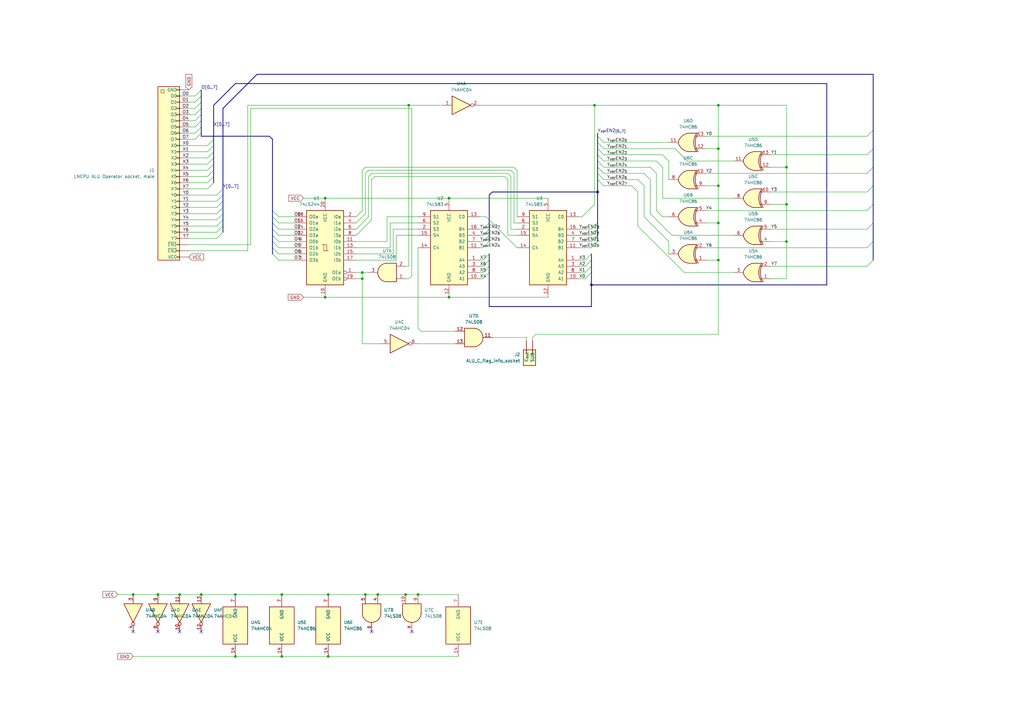
<source format=kicad_sch>
(kicad_sch
	(version 20250114)
	(generator "eeschema")
	(generator_version "9.0")
	(uuid "e808ebf3-d4eb-4943-a315-4d6d80d64f02")
	(paper "A3")
	(lib_symbols
		(symbol "74xx:74AHC04"
			(exclude_from_sim no)
			(in_bom yes)
			(on_board yes)
			(property "Reference" "U"
				(at 0 1.27 0)
				(effects
					(font
						(size 1.27 1.27)
					)
				)
			)
			(property "Value" "74AHC04"
				(at 0 -1.27 0)
				(effects
					(font
						(size 1.27 1.27)
					)
				)
			)
			(property "Footprint" ""
				(at 0 0 0)
				(effects
					(font
						(size 1.27 1.27)
					)
					(hide yes)
				)
			)
			(property "Datasheet" "https://assets.nexperia.com/documents/data-sheet/74AHC_AHCT04.pdf"
				(at 0 0 0)
				(effects
					(font
						(size 1.27 1.27)
					)
					(hide yes)
				)
			)
			(property "Description" "Hex Inverter"
				(at 0 0 0)
				(effects
					(font
						(size 1.27 1.27)
					)
					(hide yes)
				)
			)
			(property "ki_locked" ""
				(at 0 0 0)
				(effects
					(font
						(size 1.27 1.27)
					)
				)
			)
			(property "ki_keywords" "AHCMOS not inv"
				(at 0 0 0)
				(effects
					(font
						(size 1.27 1.27)
					)
					(hide yes)
				)
			)
			(property "ki_fp_filters" "DIP*W7.62mm* SSOP?14* TSSOP?14*"
				(at 0 0 0)
				(effects
					(font
						(size 1.27 1.27)
					)
					(hide yes)
				)
			)
			(symbol "74AHC04_1_0"
				(polyline
					(pts
						(xy -3.81 3.81) (xy -3.81 -3.81) (xy 3.81 0) (xy -3.81 3.81)
					)
					(stroke
						(width 0.254)
						(type default)
					)
					(fill
						(type background)
					)
				)
				(pin input line
					(at -7.62 0 0)
					(length 3.81)
					(name "~"
						(effects
							(font
								(size 1.27 1.27)
							)
						)
					)
					(number "1"
						(effects
							(font
								(size 1.27 1.27)
							)
						)
					)
				)
				(pin output inverted
					(at 7.62 0 180)
					(length 3.81)
					(name "~"
						(effects
							(font
								(size 1.27 1.27)
							)
						)
					)
					(number "2"
						(effects
							(font
								(size 1.27 1.27)
							)
						)
					)
				)
			)
			(symbol "74AHC04_2_0"
				(polyline
					(pts
						(xy -3.81 3.81) (xy -3.81 -3.81) (xy 3.81 0) (xy -3.81 3.81)
					)
					(stroke
						(width 0.254)
						(type default)
					)
					(fill
						(type background)
					)
				)
				(pin input line
					(at -7.62 0 0)
					(length 3.81)
					(name "~"
						(effects
							(font
								(size 1.27 1.27)
							)
						)
					)
					(number "3"
						(effects
							(font
								(size 1.27 1.27)
							)
						)
					)
				)
				(pin output inverted
					(at 7.62 0 180)
					(length 3.81)
					(name "~"
						(effects
							(font
								(size 1.27 1.27)
							)
						)
					)
					(number "4"
						(effects
							(font
								(size 1.27 1.27)
							)
						)
					)
				)
			)
			(symbol "74AHC04_3_0"
				(polyline
					(pts
						(xy -3.81 3.81) (xy -3.81 -3.81) (xy 3.81 0) (xy -3.81 3.81)
					)
					(stroke
						(width 0.254)
						(type default)
					)
					(fill
						(type background)
					)
				)
				(pin input line
					(at -7.62 0 0)
					(length 3.81)
					(name "~"
						(effects
							(font
								(size 1.27 1.27)
							)
						)
					)
					(number "5"
						(effects
							(font
								(size 1.27 1.27)
							)
						)
					)
				)
				(pin output inverted
					(at 7.62 0 180)
					(length 3.81)
					(name "~"
						(effects
							(font
								(size 1.27 1.27)
							)
						)
					)
					(number "6"
						(effects
							(font
								(size 1.27 1.27)
							)
						)
					)
				)
			)
			(symbol "74AHC04_4_0"
				(polyline
					(pts
						(xy -3.81 3.81) (xy -3.81 -3.81) (xy 3.81 0) (xy -3.81 3.81)
					)
					(stroke
						(width 0.254)
						(type default)
					)
					(fill
						(type background)
					)
				)
				(pin input line
					(at -7.62 0 0)
					(length 3.81)
					(name "~"
						(effects
							(font
								(size 1.27 1.27)
							)
						)
					)
					(number "9"
						(effects
							(font
								(size 1.27 1.27)
							)
						)
					)
				)
				(pin output inverted
					(at 7.62 0 180)
					(length 3.81)
					(name "~"
						(effects
							(font
								(size 1.27 1.27)
							)
						)
					)
					(number "8"
						(effects
							(font
								(size 1.27 1.27)
							)
						)
					)
				)
			)
			(symbol "74AHC04_5_0"
				(polyline
					(pts
						(xy -3.81 3.81) (xy -3.81 -3.81) (xy 3.81 0) (xy -3.81 3.81)
					)
					(stroke
						(width 0.254)
						(type default)
					)
					(fill
						(type background)
					)
				)
				(pin input line
					(at -7.62 0 0)
					(length 3.81)
					(name "~"
						(effects
							(font
								(size 1.27 1.27)
							)
						)
					)
					(number "11"
						(effects
							(font
								(size 1.27 1.27)
							)
						)
					)
				)
				(pin output inverted
					(at 7.62 0 180)
					(length 3.81)
					(name "~"
						(effects
							(font
								(size 1.27 1.27)
							)
						)
					)
					(number "10"
						(effects
							(font
								(size 1.27 1.27)
							)
						)
					)
				)
			)
			(symbol "74AHC04_6_0"
				(polyline
					(pts
						(xy -3.81 3.81) (xy -3.81 -3.81) (xy 3.81 0) (xy -3.81 3.81)
					)
					(stroke
						(width 0.254)
						(type default)
					)
					(fill
						(type background)
					)
				)
				(pin input line
					(at -7.62 0 0)
					(length 3.81)
					(name "~"
						(effects
							(font
								(size 1.27 1.27)
							)
						)
					)
					(number "13"
						(effects
							(font
								(size 1.27 1.27)
							)
						)
					)
				)
				(pin output inverted
					(at 7.62 0 180)
					(length 3.81)
					(name "~"
						(effects
							(font
								(size 1.27 1.27)
							)
						)
					)
					(number "12"
						(effects
							(font
								(size 1.27 1.27)
							)
						)
					)
				)
			)
			(symbol "74AHC04_7_0"
				(pin power_in line
					(at 0 12.7 270)
					(length 5.08)
					(name "VCC"
						(effects
							(font
								(size 1.27 1.27)
							)
						)
					)
					(number "14"
						(effects
							(font
								(size 1.27 1.27)
							)
						)
					)
				)
				(pin power_in line
					(at 0 -12.7 90)
					(length 5.08)
					(name "GND"
						(effects
							(font
								(size 1.27 1.27)
							)
						)
					)
					(number "7"
						(effects
							(font
								(size 1.27 1.27)
							)
						)
					)
				)
			)
			(symbol "74AHC04_7_1"
				(rectangle
					(start -5.08 7.62)
					(end 5.08 -7.62)
					(stroke
						(width 0.254)
						(type default)
					)
					(fill
						(type background)
					)
				)
			)
			(embedded_fonts no)
		)
		(symbol "74xx:74HC86"
			(pin_names
				(offset 1.016)
			)
			(exclude_from_sim no)
			(in_bom yes)
			(on_board yes)
			(property "Reference" "U"
				(at 0 1.27 0)
				(effects
					(font
						(size 1.27 1.27)
					)
				)
			)
			(property "Value" "74HC86"
				(at 0 -1.27 0)
				(effects
					(font
						(size 1.27 1.27)
					)
				)
			)
			(property "Footprint" ""
				(at 0 0 0)
				(effects
					(font
						(size 1.27 1.27)
					)
					(hide yes)
				)
			)
			(property "Datasheet" "http://www.ti.com/lit/gpn/sn74HC86"
				(at 0 0 0)
				(effects
					(font
						(size 1.27 1.27)
					)
					(hide yes)
				)
			)
			(property "Description" "Quad 2-input XOR"
				(at 0 0 0)
				(effects
					(font
						(size 1.27 1.27)
					)
					(hide yes)
				)
			)
			(property "ki_locked" ""
				(at 0 0 0)
				(effects
					(font
						(size 1.27 1.27)
					)
				)
			)
			(property "ki_keywords" "TTL XOR2"
				(at 0 0 0)
				(effects
					(font
						(size 1.27 1.27)
					)
					(hide yes)
				)
			)
			(property "ki_fp_filters" "DIP*W7.62mm*"
				(at 0 0 0)
				(effects
					(font
						(size 1.27 1.27)
					)
					(hide yes)
				)
			)
			(symbol "74HC86_1_0"
				(arc
					(start -4.4196 3.81)
					(mid -3.2033 0)
					(end -4.4196 -3.81)
					(stroke
						(width 0.254)
						(type default)
					)
					(fill
						(type none)
					)
				)
				(arc
					(start -3.81 3.81)
					(mid -2.589 0)
					(end -3.81 -3.81)
					(stroke
						(width 0.254)
						(type default)
					)
					(fill
						(type none)
					)
				)
				(polyline
					(pts
						(xy -3.81 3.81) (xy -0.635 3.81)
					)
					(stroke
						(width 0.254)
						(type default)
					)
					(fill
						(type background)
					)
				)
				(polyline
					(pts
						(xy -3.81 -3.81) (xy -0.635 -3.81)
					)
					(stroke
						(width 0.254)
						(type default)
					)
					(fill
						(type background)
					)
				)
				(arc
					(start 3.81 0)
					(mid 2.1855 -2.584)
					(end -0.6096 -3.81)
					(stroke
						(width 0.254)
						(type default)
					)
					(fill
						(type background)
					)
				)
				(arc
					(start -0.6096 3.81)
					(mid 2.1928 2.5924)
					(end 3.81 0)
					(stroke
						(width 0.254)
						(type default)
					)
					(fill
						(type background)
					)
				)
				(polyline
					(pts
						(xy -0.635 3.81) (xy -3.81 3.81) (xy -3.81 3.81) (xy -3.556 3.4036) (xy -3.0226 2.2606) (xy -2.6924 1.0414)
						(xy -2.6162 -0.254) (xy -2.7686 -1.4986) (xy -3.175 -2.7178) (xy -3.81 -3.81) (xy -3.81 -3.81)
						(xy -0.635 -3.81)
					)
					(stroke
						(width -25.4)
						(type default)
					)
					(fill
						(type background)
					)
				)
				(pin input line
					(at -7.62 2.54 0)
					(length 4.445)
					(name "~"
						(effects
							(font
								(size 1.27 1.27)
							)
						)
					)
					(number "1"
						(effects
							(font
								(size 1.27 1.27)
							)
						)
					)
				)
				(pin input line
					(at -7.62 -2.54 0)
					(length 4.445)
					(name "~"
						(effects
							(font
								(size 1.27 1.27)
							)
						)
					)
					(number "2"
						(effects
							(font
								(size 1.27 1.27)
							)
						)
					)
				)
				(pin output line
					(at 7.62 0 180)
					(length 3.81)
					(name "~"
						(effects
							(font
								(size 1.27 1.27)
							)
						)
					)
					(number "3"
						(effects
							(font
								(size 1.27 1.27)
							)
						)
					)
				)
			)
			(symbol "74HC86_1_1"
				(polyline
					(pts
						(xy -3.81 2.54) (xy -3.175 2.54)
					)
					(stroke
						(width 0.1524)
						(type default)
					)
					(fill
						(type none)
					)
				)
				(polyline
					(pts
						(xy -3.81 -2.54) (xy -3.175 -2.54)
					)
					(stroke
						(width 0.1524)
						(type default)
					)
					(fill
						(type none)
					)
				)
			)
			(symbol "74HC86_2_0"
				(arc
					(start -4.4196 3.81)
					(mid -3.2033 0)
					(end -4.4196 -3.81)
					(stroke
						(width 0.254)
						(type default)
					)
					(fill
						(type none)
					)
				)
				(arc
					(start -3.81 3.81)
					(mid -2.589 0)
					(end -3.81 -3.81)
					(stroke
						(width 0.254)
						(type default)
					)
					(fill
						(type none)
					)
				)
				(polyline
					(pts
						(xy -3.81 3.81) (xy -0.635 3.81)
					)
					(stroke
						(width 0.254)
						(type default)
					)
					(fill
						(type background)
					)
				)
				(polyline
					(pts
						(xy -3.81 -3.81) (xy -0.635 -3.81)
					)
					(stroke
						(width 0.254)
						(type default)
					)
					(fill
						(type background)
					)
				)
				(arc
					(start 3.81 0)
					(mid 2.1855 -2.584)
					(end -0.6096 -3.81)
					(stroke
						(width 0.254)
						(type default)
					)
					(fill
						(type background)
					)
				)
				(arc
					(start -0.6096 3.81)
					(mid 2.1928 2.5924)
					(end 3.81 0)
					(stroke
						(width 0.254)
						(type default)
					)
					(fill
						(type background)
					)
				)
				(polyline
					(pts
						(xy -0.635 3.81) (xy -3.81 3.81) (xy -3.81 3.81) (xy -3.556 3.4036) (xy -3.0226 2.2606) (xy -2.6924 1.0414)
						(xy -2.6162 -0.254) (xy -2.7686 -1.4986) (xy -3.175 -2.7178) (xy -3.81 -3.81) (xy -3.81 -3.81)
						(xy -0.635 -3.81)
					)
					(stroke
						(width -25.4)
						(type default)
					)
					(fill
						(type background)
					)
				)
				(pin input line
					(at -7.62 2.54 0)
					(length 4.445)
					(name "~"
						(effects
							(font
								(size 1.27 1.27)
							)
						)
					)
					(number "4"
						(effects
							(font
								(size 1.27 1.27)
							)
						)
					)
				)
				(pin input line
					(at -7.62 -2.54 0)
					(length 4.445)
					(name "~"
						(effects
							(font
								(size 1.27 1.27)
							)
						)
					)
					(number "5"
						(effects
							(font
								(size 1.27 1.27)
							)
						)
					)
				)
				(pin output line
					(at 7.62 0 180)
					(length 3.81)
					(name "~"
						(effects
							(font
								(size 1.27 1.27)
							)
						)
					)
					(number "6"
						(effects
							(font
								(size 1.27 1.27)
							)
						)
					)
				)
			)
			(symbol "74HC86_2_1"
				(polyline
					(pts
						(xy -3.81 2.54) (xy -3.175 2.54)
					)
					(stroke
						(width 0.1524)
						(type default)
					)
					(fill
						(type none)
					)
				)
				(polyline
					(pts
						(xy -3.81 -2.54) (xy -3.175 -2.54)
					)
					(stroke
						(width 0.1524)
						(type default)
					)
					(fill
						(type none)
					)
				)
			)
			(symbol "74HC86_3_0"
				(arc
					(start -4.4196 3.81)
					(mid -3.2033 0)
					(end -4.4196 -3.81)
					(stroke
						(width 0.254)
						(type default)
					)
					(fill
						(type none)
					)
				)
				(arc
					(start -3.81 3.81)
					(mid -2.589 0)
					(end -3.81 -3.81)
					(stroke
						(width 0.254)
						(type default)
					)
					(fill
						(type none)
					)
				)
				(polyline
					(pts
						(xy -3.81 3.81) (xy -0.635 3.81)
					)
					(stroke
						(width 0.254)
						(type default)
					)
					(fill
						(type background)
					)
				)
				(polyline
					(pts
						(xy -3.81 -3.81) (xy -0.635 -3.81)
					)
					(stroke
						(width 0.254)
						(type default)
					)
					(fill
						(type background)
					)
				)
				(arc
					(start 3.81 0)
					(mid 2.1855 -2.584)
					(end -0.6096 -3.81)
					(stroke
						(width 0.254)
						(type default)
					)
					(fill
						(type background)
					)
				)
				(arc
					(start -0.6096 3.81)
					(mid 2.1928 2.5924)
					(end 3.81 0)
					(stroke
						(width 0.254)
						(type default)
					)
					(fill
						(type background)
					)
				)
				(polyline
					(pts
						(xy -0.635 3.81) (xy -3.81 3.81) (xy -3.81 3.81) (xy -3.556 3.4036) (xy -3.0226 2.2606) (xy -2.6924 1.0414)
						(xy -2.6162 -0.254) (xy -2.7686 -1.4986) (xy -3.175 -2.7178) (xy -3.81 -3.81) (xy -3.81 -3.81)
						(xy -0.635 -3.81)
					)
					(stroke
						(width -25.4)
						(type default)
					)
					(fill
						(type background)
					)
				)
				(pin input line
					(at -7.62 2.54 0)
					(length 4.445)
					(name "~"
						(effects
							(font
								(size 1.27 1.27)
							)
						)
					)
					(number "9"
						(effects
							(font
								(size 1.27 1.27)
							)
						)
					)
				)
				(pin input line
					(at -7.62 -2.54 0)
					(length 4.445)
					(name "~"
						(effects
							(font
								(size 1.27 1.27)
							)
						)
					)
					(number "10"
						(effects
							(font
								(size 1.27 1.27)
							)
						)
					)
				)
				(pin output line
					(at 7.62 0 180)
					(length 3.81)
					(name "~"
						(effects
							(font
								(size 1.27 1.27)
							)
						)
					)
					(number "8"
						(effects
							(font
								(size 1.27 1.27)
							)
						)
					)
				)
			)
			(symbol "74HC86_3_1"
				(polyline
					(pts
						(xy -3.81 2.54) (xy -3.175 2.54)
					)
					(stroke
						(width 0.1524)
						(type default)
					)
					(fill
						(type none)
					)
				)
				(polyline
					(pts
						(xy -3.81 -2.54) (xy -3.175 -2.54)
					)
					(stroke
						(width 0.1524)
						(type default)
					)
					(fill
						(type none)
					)
				)
			)
			(symbol "74HC86_4_0"
				(arc
					(start -4.4196 3.81)
					(mid -3.2033 0)
					(end -4.4196 -3.81)
					(stroke
						(width 0.254)
						(type default)
					)
					(fill
						(type none)
					)
				)
				(arc
					(start -3.81 3.81)
					(mid -2.589 0)
					(end -3.81 -3.81)
					(stroke
						(width 0.254)
						(type default)
					)
					(fill
						(type none)
					)
				)
				(polyline
					(pts
						(xy -3.81 3.81) (xy -0.635 3.81)
					)
					(stroke
						(width 0.254)
						(type default)
					)
					(fill
						(type background)
					)
				)
				(polyline
					(pts
						(xy -3.81 -3.81) (xy -0.635 -3.81)
					)
					(stroke
						(width 0.254)
						(type default)
					)
					(fill
						(type background)
					)
				)
				(arc
					(start 3.81 0)
					(mid 2.1855 -2.584)
					(end -0.6096 -3.81)
					(stroke
						(width 0.254)
						(type default)
					)
					(fill
						(type background)
					)
				)
				(arc
					(start -0.6096 3.81)
					(mid 2.1928 2.5924)
					(end 3.81 0)
					(stroke
						(width 0.254)
						(type default)
					)
					(fill
						(type background)
					)
				)
				(polyline
					(pts
						(xy -0.635 3.81) (xy -3.81 3.81) (xy -3.81 3.81) (xy -3.556 3.4036) (xy -3.0226 2.2606) (xy -2.6924 1.0414)
						(xy -2.6162 -0.254) (xy -2.7686 -1.4986) (xy -3.175 -2.7178) (xy -3.81 -3.81) (xy -3.81 -3.81)
						(xy -0.635 -3.81)
					)
					(stroke
						(width -25.4)
						(type default)
					)
					(fill
						(type background)
					)
				)
				(pin input line
					(at -7.62 2.54 0)
					(length 4.445)
					(name "~"
						(effects
							(font
								(size 1.27 1.27)
							)
						)
					)
					(number "12"
						(effects
							(font
								(size 1.27 1.27)
							)
						)
					)
				)
				(pin input line
					(at -7.62 -2.54 0)
					(length 4.445)
					(name "~"
						(effects
							(font
								(size 1.27 1.27)
							)
						)
					)
					(number "13"
						(effects
							(font
								(size 1.27 1.27)
							)
						)
					)
				)
				(pin output line
					(at 7.62 0 180)
					(length 3.81)
					(name "~"
						(effects
							(font
								(size 1.27 1.27)
							)
						)
					)
					(number "11"
						(effects
							(font
								(size 1.27 1.27)
							)
						)
					)
				)
			)
			(symbol "74HC86_4_1"
				(polyline
					(pts
						(xy -3.81 2.54) (xy -3.175 2.54)
					)
					(stroke
						(width 0.1524)
						(type default)
					)
					(fill
						(type none)
					)
				)
				(polyline
					(pts
						(xy -3.81 -2.54) (xy -3.175 -2.54)
					)
					(stroke
						(width 0.1524)
						(type default)
					)
					(fill
						(type none)
					)
				)
			)
			(symbol "74HC86_5_0"
				(pin power_in line
					(at 0 12.7 270)
					(length 5.08)
					(name "VCC"
						(effects
							(font
								(size 1.27 1.27)
							)
						)
					)
					(number "14"
						(effects
							(font
								(size 1.27 1.27)
							)
						)
					)
				)
				(pin power_in line
					(at 0 -12.7 90)
					(length 5.08)
					(name "GND"
						(effects
							(font
								(size 1.27 1.27)
							)
						)
					)
					(number "7"
						(effects
							(font
								(size 1.27 1.27)
							)
						)
					)
				)
			)
			(symbol "74HC86_5_1"
				(rectangle
					(start -5.08 7.62)
					(end 5.08 -7.62)
					(stroke
						(width 0.254)
						(type default)
					)
					(fill
						(type background)
					)
				)
			)
			(embedded_fonts no)
		)
		(symbol "74xx:74LS08"
			(pin_names
				(offset 1.016)
			)
			(exclude_from_sim no)
			(in_bom yes)
			(on_board yes)
			(property "Reference" "U"
				(at 0 1.27 0)
				(effects
					(font
						(size 1.27 1.27)
					)
				)
			)
			(property "Value" "74LS08"
				(at 0 -1.27 0)
				(effects
					(font
						(size 1.27 1.27)
					)
				)
			)
			(property "Footprint" ""
				(at 0 0 0)
				(effects
					(font
						(size 1.27 1.27)
					)
					(hide yes)
				)
			)
			(property "Datasheet" "http://www.ti.com/lit/gpn/sn74LS08"
				(at 0 0 0)
				(effects
					(font
						(size 1.27 1.27)
					)
					(hide yes)
				)
			)
			(property "Description" "Quad And2"
				(at 0 0 0)
				(effects
					(font
						(size 1.27 1.27)
					)
					(hide yes)
				)
			)
			(property "ki_locked" ""
				(at 0 0 0)
				(effects
					(font
						(size 1.27 1.27)
					)
				)
			)
			(property "ki_keywords" "TTL and2"
				(at 0 0 0)
				(effects
					(font
						(size 1.27 1.27)
					)
					(hide yes)
				)
			)
			(property "ki_fp_filters" "DIP*W7.62mm*"
				(at 0 0 0)
				(effects
					(font
						(size 1.27 1.27)
					)
					(hide yes)
				)
			)
			(symbol "74LS08_1_1"
				(arc
					(start 0 3.81)
					(mid 3.7934 0)
					(end 0 -3.81)
					(stroke
						(width 0.254)
						(type default)
					)
					(fill
						(type background)
					)
				)
				(polyline
					(pts
						(xy 0 3.81) (xy -3.81 3.81) (xy -3.81 -3.81) (xy 0 -3.81)
					)
					(stroke
						(width 0.254)
						(type default)
					)
					(fill
						(type background)
					)
				)
				(pin input line
					(at -7.62 2.54 0)
					(length 3.81)
					(name "~"
						(effects
							(font
								(size 1.27 1.27)
							)
						)
					)
					(number "1"
						(effects
							(font
								(size 1.27 1.27)
							)
						)
					)
				)
				(pin input line
					(at -7.62 -2.54 0)
					(length 3.81)
					(name "~"
						(effects
							(font
								(size 1.27 1.27)
							)
						)
					)
					(number "2"
						(effects
							(font
								(size 1.27 1.27)
							)
						)
					)
				)
				(pin output line
					(at 7.62 0 180)
					(length 3.81)
					(name "~"
						(effects
							(font
								(size 1.27 1.27)
							)
						)
					)
					(number "3"
						(effects
							(font
								(size 1.27 1.27)
							)
						)
					)
				)
			)
			(symbol "74LS08_1_2"
				(arc
					(start -3.81 3.81)
					(mid -2.589 0)
					(end -3.81 -3.81)
					(stroke
						(width 0.254)
						(type default)
					)
					(fill
						(type none)
					)
				)
				(polyline
					(pts
						(xy -3.81 3.81) (xy -0.635 3.81)
					)
					(stroke
						(width 0.254)
						(type default)
					)
					(fill
						(type background)
					)
				)
				(polyline
					(pts
						(xy -3.81 -3.81) (xy -0.635 -3.81)
					)
					(stroke
						(width 0.254)
						(type default)
					)
					(fill
						(type background)
					)
				)
				(arc
					(start 3.81 0)
					(mid 2.1855 -2.584)
					(end -0.6096 -3.81)
					(stroke
						(width 0.254)
						(type default)
					)
					(fill
						(type background)
					)
				)
				(arc
					(start -0.6096 3.81)
					(mid 2.1928 2.5924)
					(end 3.81 0)
					(stroke
						(width 0.254)
						(type default)
					)
					(fill
						(type background)
					)
				)
				(polyline
					(pts
						(xy -0.635 3.81) (xy -3.81 3.81) (xy -3.81 3.81) (xy -3.556 3.4036) (xy -3.0226 2.2606) (xy -2.6924 1.0414)
						(xy -2.6162 -0.254) (xy -2.7686 -1.4986) (xy -3.175 -2.7178) (xy -3.81 -3.81) (xy -3.81 -3.81)
						(xy -0.635 -3.81)
					)
					(stroke
						(width -25.4)
						(type default)
					)
					(fill
						(type background)
					)
				)
				(pin input inverted
					(at -7.62 2.54 0)
					(length 4.318)
					(name "~"
						(effects
							(font
								(size 1.27 1.27)
							)
						)
					)
					(number "1"
						(effects
							(font
								(size 1.27 1.27)
							)
						)
					)
				)
				(pin input inverted
					(at -7.62 -2.54 0)
					(length 4.318)
					(name "~"
						(effects
							(font
								(size 1.27 1.27)
							)
						)
					)
					(number "2"
						(effects
							(font
								(size 1.27 1.27)
							)
						)
					)
				)
				(pin output inverted
					(at 7.62 0 180)
					(length 3.81)
					(name "~"
						(effects
							(font
								(size 1.27 1.27)
							)
						)
					)
					(number "3"
						(effects
							(font
								(size 1.27 1.27)
							)
						)
					)
				)
			)
			(symbol "74LS08_2_1"
				(arc
					(start 0 3.81)
					(mid 3.7934 0)
					(end 0 -3.81)
					(stroke
						(width 0.254)
						(type default)
					)
					(fill
						(type background)
					)
				)
				(polyline
					(pts
						(xy 0 3.81) (xy -3.81 3.81) (xy -3.81 -3.81) (xy 0 -3.81)
					)
					(stroke
						(width 0.254)
						(type default)
					)
					(fill
						(type background)
					)
				)
				(pin input line
					(at -7.62 2.54 0)
					(length 3.81)
					(name "~"
						(effects
							(font
								(size 1.27 1.27)
							)
						)
					)
					(number "4"
						(effects
							(font
								(size 1.27 1.27)
							)
						)
					)
				)
				(pin input line
					(at -7.62 -2.54 0)
					(length 3.81)
					(name "~"
						(effects
							(font
								(size 1.27 1.27)
							)
						)
					)
					(number "5"
						(effects
							(font
								(size 1.27 1.27)
							)
						)
					)
				)
				(pin output line
					(at 7.62 0 180)
					(length 3.81)
					(name "~"
						(effects
							(font
								(size 1.27 1.27)
							)
						)
					)
					(number "6"
						(effects
							(font
								(size 1.27 1.27)
							)
						)
					)
				)
			)
			(symbol "74LS08_2_2"
				(arc
					(start -3.81 3.81)
					(mid -2.589 0)
					(end -3.81 -3.81)
					(stroke
						(width 0.254)
						(type default)
					)
					(fill
						(type none)
					)
				)
				(polyline
					(pts
						(xy -3.81 3.81) (xy -0.635 3.81)
					)
					(stroke
						(width 0.254)
						(type default)
					)
					(fill
						(type background)
					)
				)
				(polyline
					(pts
						(xy -3.81 -3.81) (xy -0.635 -3.81)
					)
					(stroke
						(width 0.254)
						(type default)
					)
					(fill
						(type background)
					)
				)
				(arc
					(start 3.81 0)
					(mid 2.1855 -2.584)
					(end -0.6096 -3.81)
					(stroke
						(width 0.254)
						(type default)
					)
					(fill
						(type background)
					)
				)
				(arc
					(start -0.6096 3.81)
					(mid 2.1928 2.5924)
					(end 3.81 0)
					(stroke
						(width 0.254)
						(type default)
					)
					(fill
						(type background)
					)
				)
				(polyline
					(pts
						(xy -0.635 3.81) (xy -3.81 3.81) (xy -3.81 3.81) (xy -3.556 3.4036) (xy -3.0226 2.2606) (xy -2.6924 1.0414)
						(xy -2.6162 -0.254) (xy -2.7686 -1.4986) (xy -3.175 -2.7178) (xy -3.81 -3.81) (xy -3.81 -3.81)
						(xy -0.635 -3.81)
					)
					(stroke
						(width -25.4)
						(type default)
					)
					(fill
						(type background)
					)
				)
				(pin input inverted
					(at -7.62 2.54 0)
					(length 4.318)
					(name "~"
						(effects
							(font
								(size 1.27 1.27)
							)
						)
					)
					(number "4"
						(effects
							(font
								(size 1.27 1.27)
							)
						)
					)
				)
				(pin input inverted
					(at -7.62 -2.54 0)
					(length 4.318)
					(name "~"
						(effects
							(font
								(size 1.27 1.27)
							)
						)
					)
					(number "5"
						(effects
							(font
								(size 1.27 1.27)
							)
						)
					)
				)
				(pin output inverted
					(at 7.62 0 180)
					(length 3.81)
					(name "~"
						(effects
							(font
								(size 1.27 1.27)
							)
						)
					)
					(number "6"
						(effects
							(font
								(size 1.27 1.27)
							)
						)
					)
				)
			)
			(symbol "74LS08_3_1"
				(arc
					(start 0 3.81)
					(mid 3.7934 0)
					(end 0 -3.81)
					(stroke
						(width 0.254)
						(type default)
					)
					(fill
						(type background)
					)
				)
				(polyline
					(pts
						(xy 0 3.81) (xy -3.81 3.81) (xy -3.81 -3.81) (xy 0 -3.81)
					)
					(stroke
						(width 0.254)
						(type default)
					)
					(fill
						(type background)
					)
				)
				(pin input line
					(at -7.62 2.54 0)
					(length 3.81)
					(name "~"
						(effects
							(font
								(size 1.27 1.27)
							)
						)
					)
					(number "9"
						(effects
							(font
								(size 1.27 1.27)
							)
						)
					)
				)
				(pin input line
					(at -7.62 -2.54 0)
					(length 3.81)
					(name "~"
						(effects
							(font
								(size 1.27 1.27)
							)
						)
					)
					(number "10"
						(effects
							(font
								(size 1.27 1.27)
							)
						)
					)
				)
				(pin output line
					(at 7.62 0 180)
					(length 3.81)
					(name "~"
						(effects
							(font
								(size 1.27 1.27)
							)
						)
					)
					(number "8"
						(effects
							(font
								(size 1.27 1.27)
							)
						)
					)
				)
			)
			(symbol "74LS08_3_2"
				(arc
					(start -3.81 3.81)
					(mid -2.589 0)
					(end -3.81 -3.81)
					(stroke
						(width 0.254)
						(type default)
					)
					(fill
						(type none)
					)
				)
				(polyline
					(pts
						(xy -3.81 3.81) (xy -0.635 3.81)
					)
					(stroke
						(width 0.254)
						(type default)
					)
					(fill
						(type background)
					)
				)
				(polyline
					(pts
						(xy -3.81 -3.81) (xy -0.635 -3.81)
					)
					(stroke
						(width 0.254)
						(type default)
					)
					(fill
						(type background)
					)
				)
				(arc
					(start 3.81 0)
					(mid 2.1855 -2.584)
					(end -0.6096 -3.81)
					(stroke
						(width 0.254)
						(type default)
					)
					(fill
						(type background)
					)
				)
				(arc
					(start -0.6096 3.81)
					(mid 2.1928 2.5924)
					(end 3.81 0)
					(stroke
						(width 0.254)
						(type default)
					)
					(fill
						(type background)
					)
				)
				(polyline
					(pts
						(xy -0.635 3.81) (xy -3.81 3.81) (xy -3.81 3.81) (xy -3.556 3.4036) (xy -3.0226 2.2606) (xy -2.6924 1.0414)
						(xy -2.6162 -0.254) (xy -2.7686 -1.4986) (xy -3.175 -2.7178) (xy -3.81 -3.81) (xy -3.81 -3.81)
						(xy -0.635 -3.81)
					)
					(stroke
						(width -25.4)
						(type default)
					)
					(fill
						(type background)
					)
				)
				(pin input inverted
					(at -7.62 2.54 0)
					(length 4.318)
					(name "~"
						(effects
							(font
								(size 1.27 1.27)
							)
						)
					)
					(number "9"
						(effects
							(font
								(size 1.27 1.27)
							)
						)
					)
				)
				(pin input inverted
					(at -7.62 -2.54 0)
					(length 4.318)
					(name "~"
						(effects
							(font
								(size 1.27 1.27)
							)
						)
					)
					(number "10"
						(effects
							(font
								(size 1.27 1.27)
							)
						)
					)
				)
				(pin output inverted
					(at 7.62 0 180)
					(length 3.81)
					(name "~"
						(effects
							(font
								(size 1.27 1.27)
							)
						)
					)
					(number "8"
						(effects
							(font
								(size 1.27 1.27)
							)
						)
					)
				)
			)
			(symbol "74LS08_4_1"
				(arc
					(start 0 3.81)
					(mid 3.7934 0)
					(end 0 -3.81)
					(stroke
						(width 0.254)
						(type default)
					)
					(fill
						(type background)
					)
				)
				(polyline
					(pts
						(xy 0 3.81) (xy -3.81 3.81) (xy -3.81 -3.81) (xy 0 -3.81)
					)
					(stroke
						(width 0.254)
						(type default)
					)
					(fill
						(type background)
					)
				)
				(pin input line
					(at -7.62 2.54 0)
					(length 3.81)
					(name "~"
						(effects
							(font
								(size 1.27 1.27)
							)
						)
					)
					(number "12"
						(effects
							(font
								(size 1.27 1.27)
							)
						)
					)
				)
				(pin input line
					(at -7.62 -2.54 0)
					(length 3.81)
					(name "~"
						(effects
							(font
								(size 1.27 1.27)
							)
						)
					)
					(number "13"
						(effects
							(font
								(size 1.27 1.27)
							)
						)
					)
				)
				(pin output line
					(at 7.62 0 180)
					(length 3.81)
					(name "~"
						(effects
							(font
								(size 1.27 1.27)
							)
						)
					)
					(number "11"
						(effects
							(font
								(size 1.27 1.27)
							)
						)
					)
				)
			)
			(symbol "74LS08_4_2"
				(arc
					(start -3.81 3.81)
					(mid -2.589 0)
					(end -3.81 -3.81)
					(stroke
						(width 0.254)
						(type default)
					)
					(fill
						(type none)
					)
				)
				(polyline
					(pts
						(xy -3.81 3.81) (xy -0.635 3.81)
					)
					(stroke
						(width 0.254)
						(type default)
					)
					(fill
						(type background)
					)
				)
				(polyline
					(pts
						(xy -3.81 -3.81) (xy -0.635 -3.81)
					)
					(stroke
						(width 0.254)
						(type default)
					)
					(fill
						(type background)
					)
				)
				(arc
					(start 3.81 0)
					(mid 2.1855 -2.584)
					(end -0.6096 -3.81)
					(stroke
						(width 0.254)
						(type default)
					)
					(fill
						(type background)
					)
				)
				(arc
					(start -0.6096 3.81)
					(mid 2.1928 2.5924)
					(end 3.81 0)
					(stroke
						(width 0.254)
						(type default)
					)
					(fill
						(type background)
					)
				)
				(polyline
					(pts
						(xy -0.635 3.81) (xy -3.81 3.81) (xy -3.81 3.81) (xy -3.556 3.4036) (xy -3.0226 2.2606) (xy -2.6924 1.0414)
						(xy -2.6162 -0.254) (xy -2.7686 -1.4986) (xy -3.175 -2.7178) (xy -3.81 -3.81) (xy -3.81 -3.81)
						(xy -0.635 -3.81)
					)
					(stroke
						(width -25.4)
						(type default)
					)
					(fill
						(type background)
					)
				)
				(pin input inverted
					(at -7.62 2.54 0)
					(length 4.318)
					(name "~"
						(effects
							(font
								(size 1.27 1.27)
							)
						)
					)
					(number "12"
						(effects
							(font
								(size 1.27 1.27)
							)
						)
					)
				)
				(pin input inverted
					(at -7.62 -2.54 0)
					(length 4.318)
					(name "~"
						(effects
							(font
								(size 1.27 1.27)
							)
						)
					)
					(number "13"
						(effects
							(font
								(size 1.27 1.27)
							)
						)
					)
				)
				(pin output inverted
					(at 7.62 0 180)
					(length 3.81)
					(name "~"
						(effects
							(font
								(size 1.27 1.27)
							)
						)
					)
					(number "11"
						(effects
							(font
								(size 1.27 1.27)
							)
						)
					)
				)
			)
			(symbol "74LS08_5_0"
				(pin power_in line
					(at 0 12.7 270)
					(length 5.08)
					(name "VCC"
						(effects
							(font
								(size 1.27 1.27)
							)
						)
					)
					(number "14"
						(effects
							(font
								(size 1.27 1.27)
							)
						)
					)
				)
				(pin power_in line
					(at 0 -12.7 90)
					(length 5.08)
					(name "GND"
						(effects
							(font
								(size 1.27 1.27)
							)
						)
					)
					(number "7"
						(effects
							(font
								(size 1.27 1.27)
							)
						)
					)
				)
			)
			(symbol "74LS08_5_1"
				(rectangle
					(start -5.08 7.62)
					(end 5.08 -7.62)
					(stroke
						(width 0.254)
						(type default)
					)
					(fill
						(type background)
					)
				)
			)
			(embedded_fonts no)
		)
		(symbol "74xx:74LS244"
			(pin_names
				(offset 1.016)
			)
			(exclude_from_sim no)
			(in_bom yes)
			(on_board yes)
			(property "Reference" "U"
				(at -7.62 16.51 0)
				(effects
					(font
						(size 1.27 1.27)
					)
				)
			)
			(property "Value" "74LS244"
				(at -7.62 -16.51 0)
				(effects
					(font
						(size 1.27 1.27)
					)
				)
			)
			(property "Footprint" ""
				(at 0 0 0)
				(effects
					(font
						(size 1.27 1.27)
					)
					(hide yes)
				)
			)
			(property "Datasheet" "http://www.ti.com/lit/ds/symlink/sn74ls244.pdf"
				(at 0 0 0)
				(effects
					(font
						(size 1.27 1.27)
					)
					(hide yes)
				)
			)
			(property "Description" "Octal Buffer and Line Driver With 3-State Output, active-low enables, non-inverting outputs"
				(at 0 0 0)
				(effects
					(font
						(size 1.27 1.27)
					)
					(hide yes)
				)
			)
			(property "ki_keywords" "7400 logic ttl low power schottky"
				(at 0 0 0)
				(effects
					(font
						(size 1.27 1.27)
					)
					(hide yes)
				)
			)
			(property "ki_fp_filters" "DIP?20*"
				(at 0 0 0)
				(effects
					(font
						(size 1.27 1.27)
					)
					(hide yes)
				)
			)
			(symbol "74LS244_1_0"
				(polyline
					(pts
						(xy -1.27 -1.27) (xy 0.635 -1.27) (xy 0.635 1.27) (xy 1.27 1.27)
					)
					(stroke
						(width 0)
						(type default)
					)
					(fill
						(type none)
					)
				)
				(polyline
					(pts
						(xy -0.635 -1.27) (xy -0.635 1.27) (xy 0.635 1.27)
					)
					(stroke
						(width 0)
						(type default)
					)
					(fill
						(type none)
					)
				)
				(pin input line
					(at -12.7 12.7 0)
					(length 5.08)
					(name "I0a"
						(effects
							(font
								(size 1.27 1.27)
							)
						)
					)
					(number "2"
						(effects
							(font
								(size 1.27 1.27)
							)
						)
					)
				)
				(pin input line
					(at -12.7 10.16 0)
					(length 5.08)
					(name "I1a"
						(effects
							(font
								(size 1.27 1.27)
							)
						)
					)
					(number "4"
						(effects
							(font
								(size 1.27 1.27)
							)
						)
					)
				)
				(pin input line
					(at -12.7 7.62 0)
					(length 5.08)
					(name "I2a"
						(effects
							(font
								(size 1.27 1.27)
							)
						)
					)
					(number "6"
						(effects
							(font
								(size 1.27 1.27)
							)
						)
					)
				)
				(pin input line
					(at -12.7 5.08 0)
					(length 5.08)
					(name "I3a"
						(effects
							(font
								(size 1.27 1.27)
							)
						)
					)
					(number "8"
						(effects
							(font
								(size 1.27 1.27)
							)
						)
					)
				)
				(pin input line
					(at -12.7 2.54 0)
					(length 5.08)
					(name "I0b"
						(effects
							(font
								(size 1.27 1.27)
							)
						)
					)
					(number "11"
						(effects
							(font
								(size 1.27 1.27)
							)
						)
					)
				)
				(pin input line
					(at -12.7 0 0)
					(length 5.08)
					(name "I1b"
						(effects
							(font
								(size 1.27 1.27)
							)
						)
					)
					(number "13"
						(effects
							(font
								(size 1.27 1.27)
							)
						)
					)
				)
				(pin input line
					(at -12.7 -2.54 0)
					(length 5.08)
					(name "I2b"
						(effects
							(font
								(size 1.27 1.27)
							)
						)
					)
					(number "15"
						(effects
							(font
								(size 1.27 1.27)
							)
						)
					)
				)
				(pin input line
					(at -12.7 -5.08 0)
					(length 5.08)
					(name "I3b"
						(effects
							(font
								(size 1.27 1.27)
							)
						)
					)
					(number "17"
						(effects
							(font
								(size 1.27 1.27)
							)
						)
					)
				)
				(pin input inverted
					(at -12.7 -10.16 0)
					(length 5.08)
					(name "OEa"
						(effects
							(font
								(size 1.27 1.27)
							)
						)
					)
					(number "1"
						(effects
							(font
								(size 1.27 1.27)
							)
						)
					)
				)
				(pin input inverted
					(at -12.7 -12.7 0)
					(length 5.08)
					(name "OEb"
						(effects
							(font
								(size 1.27 1.27)
							)
						)
					)
					(number "19"
						(effects
							(font
								(size 1.27 1.27)
							)
						)
					)
				)
				(pin power_in line
					(at 0 20.32 270)
					(length 5.08)
					(name "VCC"
						(effects
							(font
								(size 1.27 1.27)
							)
						)
					)
					(number "20"
						(effects
							(font
								(size 1.27 1.27)
							)
						)
					)
				)
				(pin power_in line
					(at 0 -20.32 90)
					(length 5.08)
					(name "GND"
						(effects
							(font
								(size 1.27 1.27)
							)
						)
					)
					(number "10"
						(effects
							(font
								(size 1.27 1.27)
							)
						)
					)
				)
				(pin tri_state line
					(at 12.7 12.7 180)
					(length 5.08)
					(name "O0a"
						(effects
							(font
								(size 1.27 1.27)
							)
						)
					)
					(number "18"
						(effects
							(font
								(size 1.27 1.27)
							)
						)
					)
				)
				(pin tri_state line
					(at 12.7 10.16 180)
					(length 5.08)
					(name "O1a"
						(effects
							(font
								(size 1.27 1.27)
							)
						)
					)
					(number "16"
						(effects
							(font
								(size 1.27 1.27)
							)
						)
					)
				)
				(pin tri_state line
					(at 12.7 7.62 180)
					(length 5.08)
					(name "O2a"
						(effects
							(font
								(size 1.27 1.27)
							)
						)
					)
					(number "14"
						(effects
							(font
								(size 1.27 1.27)
							)
						)
					)
				)
				(pin tri_state line
					(at 12.7 5.08 180)
					(length 5.08)
					(name "O3a"
						(effects
							(font
								(size 1.27 1.27)
							)
						)
					)
					(number "12"
						(effects
							(font
								(size 1.27 1.27)
							)
						)
					)
				)
				(pin tri_state line
					(at 12.7 2.54 180)
					(length 5.08)
					(name "O0b"
						(effects
							(font
								(size 1.27 1.27)
							)
						)
					)
					(number "9"
						(effects
							(font
								(size 1.27 1.27)
							)
						)
					)
				)
				(pin tri_state line
					(at 12.7 0 180)
					(length 5.08)
					(name "O1b"
						(effects
							(font
								(size 1.27 1.27)
							)
						)
					)
					(number "7"
						(effects
							(font
								(size 1.27 1.27)
							)
						)
					)
				)
				(pin tri_state line
					(at 12.7 -2.54 180)
					(length 5.08)
					(name "O2b"
						(effects
							(font
								(size 1.27 1.27)
							)
						)
					)
					(number "5"
						(effects
							(font
								(size 1.27 1.27)
							)
						)
					)
				)
				(pin tri_state line
					(at 12.7 -5.08 180)
					(length 5.08)
					(name "O3b"
						(effects
							(font
								(size 1.27 1.27)
							)
						)
					)
					(number "3"
						(effects
							(font
								(size 1.27 1.27)
							)
						)
					)
				)
			)
			(symbol "74LS244_1_1"
				(rectangle
					(start -7.62 15.24)
					(end 7.62 -15.24)
					(stroke
						(width 0.254)
						(type default)
					)
					(fill
						(type background)
					)
				)
			)
			(embedded_fonts no)
		)
		(symbol "74xx:74LS83"
			(pin_names
				(offset 1.016)
			)
			(exclude_from_sim no)
			(in_bom yes)
			(on_board yes)
			(property "Reference" "U"
				(at -7.62 16.51 0)
				(effects
					(font
						(size 1.27 1.27)
					)
				)
			)
			(property "Value" "74LS83"
				(at -7.62 -16.51 0)
				(effects
					(font
						(size 1.27 1.27)
					)
				)
			)
			(property "Footprint" ""
				(at 0 0 0)
				(effects
					(font
						(size 1.27 1.27)
					)
					(hide yes)
				)
			)
			(property "Datasheet" "http://www.ti.com/lit/gpn/sn74LS83"
				(at 0 0 0)
				(effects
					(font
						(size 1.27 1.27)
					)
					(hide yes)
				)
			)
			(property "Description" "4-bit Full Adder"
				(at 0 0 0)
				(effects
					(font
						(size 1.27 1.27)
					)
					(hide yes)
				)
			)
			(property "ki_locked" ""
				(at 0 0 0)
				(effects
					(font
						(size 1.27 1.27)
					)
				)
			)
			(property "ki_keywords" "TTL ADD ARITH ALU"
				(at 0 0 0)
				(effects
					(font
						(size 1.27 1.27)
					)
					(hide yes)
				)
			)
			(property "ki_fp_filters" "DIP?16*"
				(at 0 0 0)
				(effects
					(font
						(size 1.27 1.27)
					)
					(hide yes)
				)
			)
			(symbol "74LS83_1_0"
				(pin input line
					(at -12.7 12.7 0)
					(length 5.08)
					(name "C0"
						(effects
							(font
								(size 1.27 1.27)
							)
						)
					)
					(number "13"
						(effects
							(font
								(size 1.27 1.27)
							)
						)
					)
				)
				(pin input line
					(at -12.7 7.62 0)
					(length 5.08)
					(name "B4"
						(effects
							(font
								(size 1.27 1.27)
							)
						)
					)
					(number "16"
						(effects
							(font
								(size 1.27 1.27)
							)
						)
					)
				)
				(pin input line
					(at -12.7 5.08 0)
					(length 5.08)
					(name "B3"
						(effects
							(font
								(size 1.27 1.27)
							)
						)
					)
					(number "4"
						(effects
							(font
								(size 1.27 1.27)
							)
						)
					)
				)
				(pin input line
					(at -12.7 2.54 0)
					(length 5.08)
					(name "B2"
						(effects
							(font
								(size 1.27 1.27)
							)
						)
					)
					(number "7"
						(effects
							(font
								(size 1.27 1.27)
							)
						)
					)
				)
				(pin input line
					(at -12.7 0 0)
					(length 5.08)
					(name "B1"
						(effects
							(font
								(size 1.27 1.27)
							)
						)
					)
					(number "11"
						(effects
							(font
								(size 1.27 1.27)
							)
						)
					)
				)
				(pin input line
					(at -12.7 -5.08 0)
					(length 5.08)
					(name "A4"
						(effects
							(font
								(size 1.27 1.27)
							)
						)
					)
					(number "1"
						(effects
							(font
								(size 1.27 1.27)
							)
						)
					)
				)
				(pin input line
					(at -12.7 -7.62 0)
					(length 5.08)
					(name "A3"
						(effects
							(font
								(size 1.27 1.27)
							)
						)
					)
					(number "3"
						(effects
							(font
								(size 1.27 1.27)
							)
						)
					)
				)
				(pin input line
					(at -12.7 -10.16 0)
					(length 5.08)
					(name "A2"
						(effects
							(font
								(size 1.27 1.27)
							)
						)
					)
					(number "8"
						(effects
							(font
								(size 1.27 1.27)
							)
						)
					)
				)
				(pin input line
					(at -12.7 -12.7 0)
					(length 5.08)
					(name "A1"
						(effects
							(font
								(size 1.27 1.27)
							)
						)
					)
					(number "10"
						(effects
							(font
								(size 1.27 1.27)
							)
						)
					)
				)
				(pin power_in line
					(at 0 20.32 270)
					(length 5.08)
					(name "VCC"
						(effects
							(font
								(size 1.27 1.27)
							)
						)
					)
					(number "5"
						(effects
							(font
								(size 1.27 1.27)
							)
						)
					)
				)
				(pin power_in line
					(at 0 -20.32 90)
					(length 5.08)
					(name "GND"
						(effects
							(font
								(size 1.27 1.27)
							)
						)
					)
					(number "12"
						(effects
							(font
								(size 1.27 1.27)
							)
						)
					)
				)
				(pin output line
					(at 12.7 12.7 180)
					(length 5.08)
					(name "S1"
						(effects
							(font
								(size 1.27 1.27)
							)
						)
					)
					(number "9"
						(effects
							(font
								(size 1.27 1.27)
							)
						)
					)
				)
				(pin output line
					(at 12.7 10.16 180)
					(length 5.08)
					(name "S2"
						(effects
							(font
								(size 1.27 1.27)
							)
						)
					)
					(number "6"
						(effects
							(font
								(size 1.27 1.27)
							)
						)
					)
				)
				(pin output line
					(at 12.7 7.62 180)
					(length 5.08)
					(name "S3"
						(effects
							(font
								(size 1.27 1.27)
							)
						)
					)
					(number "2"
						(effects
							(font
								(size 1.27 1.27)
							)
						)
					)
				)
				(pin output line
					(at 12.7 5.08 180)
					(length 5.08)
					(name "S4"
						(effects
							(font
								(size 1.27 1.27)
							)
						)
					)
					(number "15"
						(effects
							(font
								(size 1.27 1.27)
							)
						)
					)
				)
				(pin output line
					(at 12.7 0 180)
					(length 5.08)
					(name "C4"
						(effects
							(font
								(size 1.27 1.27)
							)
						)
					)
					(number "14"
						(effects
							(font
								(size 1.27 1.27)
							)
						)
					)
				)
			)
			(symbol "74LS83_1_1"
				(rectangle
					(start -7.62 15.24)
					(end 7.62 -15.24)
					(stroke
						(width 0.254)
						(type default)
					)
					(fill
						(type background)
					)
				)
			)
			(embedded_fonts no)
		)
		(symbol "lncpu:ALU_C_flag_info_socket"
			(pin_numbers
				(hide yes)
			)
			(pin_names
				(offset 1.016)
			)
			(exclude_from_sim no)
			(in_bom yes)
			(on_board yes)
			(property "Reference" "J4"
				(at 2.54 0.0001 0)
				(effects
					(font
						(size 1.27 1.27)
					)
					(justify left)
				)
			)
			(property "Value" "ALU_C_flag_info_socket"
				(at 0 -4.826 0)
				(effects
					(font
						(size 1.27 1.27)
					)
					(justify left)
				)
			)
			(property "Footprint" "Connector_PinSocket_2.54mm:PinSocket_1x02_P2.54mm_Vertical"
				(at 0 0 0)
				(effects
					(font
						(size 1.27 1.27)
					)
					(hide yes)
				)
			)
			(property "Datasheet" "~"
				(at 0 0 0)
				(effects
					(font
						(size 1.27 1.27)
					)
					(hide yes)
				)
			)
			(property "Description" "ALU C flag info socket"
				(at 0 0 0)
				(effects
					(font
						(size 1.27 1.27)
					)
					(hide yes)
				)
			)
			(property "ki_keywords" "ALU C flag info socket"
				(at 0 0 0)
				(effects
					(font
						(size 1.27 1.27)
					)
					(hide yes)
				)
			)
			(property "ki_fp_filters" "Connector*:*_1x??_*"
				(at 0 0 0)
				(effects
					(font
						(size 1.27 1.27)
					)
					(hide yes)
				)
			)
			(symbol "ALU_C_flag_info_socket_1_1"
				(rectangle
					(start -1.27 1.27)
					(end 5.08 -3.81)
					(stroke
						(width 0.254)
						(type default)
					)
					(fill
						(type background)
					)
				)
				(rectangle
					(start -1.27 0.127)
					(end 0 -0.127)
					(stroke
						(width 0.1524)
						(type default)
					)
					(fill
						(type none)
					)
				)
				(rectangle
					(start -1.27 -2.413)
					(end 0 -2.667)
					(stroke
						(width 0.1524)
						(type default)
					)
					(fill
						(type none)
					)
				)
				(pin passive line
					(at -5.08 0 0)
					(length 3.81)
					(name "C_{out}"
						(effects
							(font
								(size 1.27 1.27)
							)
						)
					)
					(number "1"
						(effects
							(font
								(size 1.27 1.27)
							)
						)
					)
				)
				(pin passive line
					(at -5.08 -2.54 0)
					(length 3.81)
					(name "SUB"
						(effects
							(font
								(size 1.27 1.27)
							)
						)
					)
					(number "2"
						(effects
							(font
								(size 1.27 1.27)
							)
						)
					)
				)
			)
			(embedded_fonts no)
		)
		(symbol "lncpu:LNCPU ALU Operator socket, male"
			(pin_numbers
				(hide yes)
			)
			(pin_names
				(offset 1.016)
			)
			(exclude_from_sim no)
			(in_bom yes)
			(on_board yes)
			(property "Reference" "J"
				(at 0 33.02 0)
				(effects
					(font
						(size 1.27 1.27)
					)
				)
			)
			(property "Value" "LNCPU ALU Operator socket, male"
				(at 0 -40.894 0)
				(effects
					(font
						(size 1.27 1.27)
					)
				)
			)
			(property "Footprint" "Connector_PinHeader_2.54mm:PinHeader_1x28_P2.54mm_Horizontal"
				(at 0 0 0)
				(effects
					(font
						(size 1.27 1.27)
					)
					(hide yes)
				)
			)
			(property "Datasheet" "~"
				(at 0 -2.54 0)
				(effects
					(font
						(size 1.27 1.27)
					)
					(hide yes)
				)
			)
			(property "Description" "LNCPU ALU Operator socket, male"
				(at 0 0 0)
				(effects
					(font
						(size 1.27 1.27)
					)
					(hide yes)
				)
			)
			(property "ki_keywords" "LNCPU ALU Operator socket, male"
				(at 0 0 0)
				(effects
					(font
						(size 1.27 1.27)
					)
					(hide yes)
				)
			)
			(property "ki_fp_filters" "Connector*:*_1x??_*"
				(at 0 0 0)
				(effects
					(font
						(size 1.27 1.27)
					)
					(hide yes)
				)
			)
			(symbol "LNCPU ALU Operator socket, male_0_1"
				(rectangle
					(start 5.08 30.48)
					(end 6.35 29.21)
					(stroke
						(width 0)
						(type default)
					)
					(fill
						(type none)
					)
				)
			)
			(symbol "LNCPU ALU Operator socket, male_1_1"
				(rectangle
					(start -1.27 31.75)
					(end 7.62 -39.37)
					(stroke
						(width 0.254)
						(type default)
					)
					(fill
						(type background)
					)
				)
				(rectangle
					(start -1.27 30.607)
					(end 0 30.353)
					(stroke
						(width 0.1524)
						(type default)
					)
					(fill
						(type none)
					)
				)
				(rectangle
					(start -1.27 28.067)
					(end 0 27.813)
					(stroke
						(width 0.1524)
						(type default)
					)
					(fill
						(type none)
					)
				)
				(rectangle
					(start -1.27 25.527)
					(end 0 25.273)
					(stroke
						(width 0.1524)
						(type default)
					)
					(fill
						(type none)
					)
				)
				(rectangle
					(start -1.27 22.987)
					(end 0 22.733)
					(stroke
						(width 0.1524)
						(type default)
					)
					(fill
						(type none)
					)
				)
				(rectangle
					(start -1.27 20.447)
					(end 0 20.193)
					(stroke
						(width 0.1524)
						(type default)
					)
					(fill
						(type none)
					)
				)
				(rectangle
					(start -1.27 17.907)
					(end 0 17.653)
					(stroke
						(width 0.1524)
						(type default)
					)
					(fill
						(type none)
					)
				)
				(rectangle
					(start -1.27 15.367)
					(end 0 15.113)
					(stroke
						(width 0.1524)
						(type default)
					)
					(fill
						(type none)
					)
				)
				(rectangle
					(start -1.27 12.827)
					(end 0 12.573)
					(stroke
						(width 0.1524)
						(type default)
					)
					(fill
						(type none)
					)
				)
				(rectangle
					(start -1.27 10.287)
					(end 0 10.033)
					(stroke
						(width 0.1524)
						(type default)
					)
					(fill
						(type none)
					)
				)
				(rectangle
					(start -1.27 7.747)
					(end 0 7.493)
					(stroke
						(width 0.1524)
						(type default)
					)
					(fill
						(type none)
					)
				)
				(rectangle
					(start -1.27 5.207)
					(end 0 4.953)
					(stroke
						(width 0.1524)
						(type default)
					)
					(fill
						(type none)
					)
				)
				(rectangle
					(start -1.27 2.667)
					(end 0 2.413)
					(stroke
						(width 0.1524)
						(type default)
					)
					(fill
						(type none)
					)
				)
				(rectangle
					(start -1.27 0.127)
					(end 0 -0.127)
					(stroke
						(width 0.1524)
						(type default)
					)
					(fill
						(type none)
					)
				)
				(rectangle
					(start -1.27 -2.413)
					(end 0 -2.667)
					(stroke
						(width 0.1524)
						(type default)
					)
					(fill
						(type none)
					)
				)
				(rectangle
					(start -1.27 -4.953)
					(end 0 -5.207)
					(stroke
						(width 0.1524)
						(type default)
					)
					(fill
						(type none)
					)
				)
				(rectangle
					(start -1.27 -7.493)
					(end 0 -7.747)
					(stroke
						(width 0.1524)
						(type default)
					)
					(fill
						(type none)
					)
				)
				(rectangle
					(start -1.27 -10.033)
					(end 0 -10.287)
					(stroke
						(width 0.1524)
						(type default)
					)
					(fill
						(type none)
					)
				)
				(rectangle
					(start -1.27 -12.573)
					(end 0 -12.827)
					(stroke
						(width 0.1524)
						(type default)
					)
					(fill
						(type none)
					)
				)
				(rectangle
					(start -1.27 -15.113)
					(end 0 -15.367)
					(stroke
						(width 0.1524)
						(type default)
					)
					(fill
						(type none)
					)
				)
				(rectangle
					(start -1.27 -17.653)
					(end 0 -17.907)
					(stroke
						(width 0.1524)
						(type default)
					)
					(fill
						(type none)
					)
				)
				(rectangle
					(start -1.27 -20.193)
					(end 0 -20.447)
					(stroke
						(width 0.1524)
						(type default)
					)
					(fill
						(type none)
					)
				)
				(rectangle
					(start -1.27 -22.733)
					(end 0 -22.987)
					(stroke
						(width 0.1524)
						(type default)
					)
					(fill
						(type none)
					)
				)
				(rectangle
					(start -1.27 -25.273)
					(end 0 -25.527)
					(stroke
						(width 0.1524)
						(type default)
					)
					(fill
						(type none)
					)
				)
				(rectangle
					(start -1.27 -27.813)
					(end 0 -28.067)
					(stroke
						(width 0.1524)
						(type default)
					)
					(fill
						(type none)
					)
				)
				(rectangle
					(start -1.27 -30.353)
					(end 0 -30.607)
					(stroke
						(width 0.1524)
						(type default)
					)
					(fill
						(type none)
					)
				)
				(rectangle
					(start -1.27 -32.893)
					(end 0 -33.147)
					(stroke
						(width 0.1524)
						(type default)
					)
					(fill
						(type none)
					)
				)
				(rectangle
					(start -1.27 -35.433)
					(end 0 -35.687)
					(stroke
						(width 0.1524)
						(type default)
					)
					(fill
						(type none)
					)
				)
				(rectangle
					(start -1.27 -37.973)
					(end 0 -38.227)
					(stroke
						(width 0.1524)
						(type default)
					)
					(fill
						(type none)
					)
				)
				(pin power_out line
					(at -5.08 30.48 0)
					(length 3.81)
					(name "GND"
						(effects
							(font
								(size 1.27 1.27)
							)
						)
					)
					(number "1"
						(effects
							(font
								(size 1.27 1.27)
							)
						)
					)
				)
				(pin passive line
					(at -5.08 27.94 0)
					(length 3.81)
					(name "O0"
						(effects
							(font
								(size 1.27 1.27)
							)
						)
					)
					(number "2"
						(effects
							(font
								(size 1.27 1.27)
							)
						)
					)
				)
				(pin passive line
					(at -5.08 25.4 0)
					(length 3.81)
					(name "O1"
						(effects
							(font
								(size 1.27 1.27)
							)
						)
					)
					(number "3"
						(effects
							(font
								(size 1.27 1.27)
							)
						)
					)
				)
				(pin passive line
					(at -5.08 22.86 0)
					(length 3.81)
					(name "O2"
						(effects
							(font
								(size 1.27 1.27)
							)
						)
					)
					(number "4"
						(effects
							(font
								(size 1.27 1.27)
							)
						)
					)
				)
				(pin passive line
					(at -5.08 20.32 0)
					(length 3.81)
					(name "O3"
						(effects
							(font
								(size 1.27 1.27)
							)
						)
					)
					(number "5"
						(effects
							(font
								(size 1.27 1.27)
							)
						)
					)
				)
				(pin passive line
					(at -5.08 17.78 0)
					(length 3.81)
					(name "O4"
						(effects
							(font
								(size 1.27 1.27)
							)
						)
					)
					(number "6"
						(effects
							(font
								(size 1.27 1.27)
							)
						)
					)
				)
				(pin passive line
					(at -5.08 15.24 0)
					(length 3.81)
					(name "O5"
						(effects
							(font
								(size 1.27 1.27)
							)
						)
					)
					(number "7"
						(effects
							(font
								(size 1.27 1.27)
							)
						)
					)
				)
				(pin passive line
					(at -5.08 12.7 0)
					(length 3.81)
					(name "O6"
						(effects
							(font
								(size 1.27 1.27)
							)
						)
					)
					(number "8"
						(effects
							(font
								(size 1.27 1.27)
							)
						)
					)
				)
				(pin passive line
					(at -5.08 10.16 0)
					(length 3.81)
					(name "O7"
						(effects
							(font
								(size 1.27 1.27)
							)
						)
					)
					(number "9"
						(effects
							(font
								(size 1.27 1.27)
							)
						)
					)
				)
				(pin passive line
					(at -5.08 7.62 0)
					(length 3.81)
					(name "X0"
						(effects
							(font
								(size 1.27 1.27)
							)
						)
					)
					(number "10"
						(effects
							(font
								(size 1.27 1.27)
							)
						)
					)
				)
				(pin passive line
					(at -5.08 5.08 0)
					(length 3.81)
					(name "X1"
						(effects
							(font
								(size 1.27 1.27)
							)
						)
					)
					(number "11"
						(effects
							(font
								(size 1.27 1.27)
							)
						)
					)
				)
				(pin passive line
					(at -5.08 2.54 0)
					(length 3.81)
					(name "X2"
						(effects
							(font
								(size 1.27 1.27)
							)
						)
					)
					(number "12"
						(effects
							(font
								(size 1.27 1.27)
							)
						)
					)
				)
				(pin passive line
					(at -5.08 0 0)
					(length 3.81)
					(name "X3"
						(effects
							(font
								(size 1.27 1.27)
							)
						)
					)
					(number "13"
						(effects
							(font
								(size 1.27 1.27)
							)
						)
					)
				)
				(pin passive line
					(at -5.08 -2.54 0)
					(length 3.81)
					(name "X4"
						(effects
							(font
								(size 1.27 1.27)
							)
						)
					)
					(number "14"
						(effects
							(font
								(size 1.27 1.27)
							)
						)
					)
				)
				(pin passive line
					(at -5.08 -5.08 0)
					(length 3.81)
					(name "X5"
						(effects
							(font
								(size 1.27 1.27)
							)
						)
					)
					(number "15"
						(effects
							(font
								(size 1.27 1.27)
							)
						)
					)
				)
				(pin passive line
					(at -5.08 -7.62 0)
					(length 3.81)
					(name "X6"
						(effects
							(font
								(size 1.27 1.27)
							)
						)
					)
					(number "16"
						(effects
							(font
								(size 1.27 1.27)
							)
						)
					)
				)
				(pin passive line
					(at -5.08 -10.16 0)
					(length 3.81)
					(name "X7"
						(effects
							(font
								(size 1.27 1.27)
							)
						)
					)
					(number "17"
						(effects
							(font
								(size 1.27 1.27)
							)
						)
					)
				)
				(pin passive line
					(at -5.08 -12.7 0)
					(length 3.81)
					(name "Y0"
						(effects
							(font
								(size 1.27 1.27)
							)
						)
					)
					(number "18"
						(effects
							(font
								(size 1.27 1.27)
							)
						)
					)
				)
				(pin passive line
					(at -5.08 -15.24 0)
					(length 3.81)
					(name "Y1"
						(effects
							(font
								(size 1.27 1.27)
							)
						)
					)
					(number "19"
						(effects
							(font
								(size 1.27 1.27)
							)
						)
					)
				)
				(pin passive line
					(at -5.08 -17.78 0)
					(length 3.81)
					(name "Y2"
						(effects
							(font
								(size 1.27 1.27)
							)
						)
					)
					(number "20"
						(effects
							(font
								(size 1.27 1.27)
							)
						)
					)
				)
				(pin passive line
					(at -5.08 -20.32 0)
					(length 3.81)
					(name "Y3"
						(effects
							(font
								(size 1.27 1.27)
							)
						)
					)
					(number "21"
						(effects
							(font
								(size 1.27 1.27)
							)
						)
					)
				)
				(pin passive line
					(at -5.08 -22.86 0)
					(length 3.81)
					(name "Y4"
						(effects
							(font
								(size 1.27 1.27)
							)
						)
					)
					(number "22"
						(effects
							(font
								(size 1.27 1.27)
							)
						)
					)
				)
				(pin passive line
					(at -5.08 -25.4 0)
					(length 3.81)
					(name "Y5"
						(effects
							(font
								(size 1.27 1.27)
							)
						)
					)
					(number "23"
						(effects
							(font
								(size 1.27 1.27)
							)
						)
					)
				)
				(pin passive line
					(at -5.08 -27.94 0)
					(length 3.81)
					(name "Y6"
						(effects
							(font
								(size 1.27 1.27)
							)
						)
					)
					(number "24"
						(effects
							(font
								(size 1.27 1.27)
							)
						)
					)
				)
				(pin passive line
					(at -5.08 -30.48 0)
					(length 3.81)
					(name "Y7"
						(effects
							(font
								(size 1.27 1.27)
							)
						)
					)
					(number "25"
						(effects
							(font
								(size 1.27 1.27)
							)
						)
					)
				)
				(pin passive line
					(at -5.08 -33.02 0)
					(length 3.81)
					(name "~{EN1}"
						(effects
							(font
								(size 1.27 1.27)
							)
						)
					)
					(number "26"
						(effects
							(font
								(size 1.27 1.27)
							)
						)
					)
				)
				(pin passive line
					(at -5.08 -35.56 0)
					(length 3.81)
					(name "~{EN2}"
						(effects
							(font
								(size 1.27 1.27)
							)
						)
					)
					(number "27"
						(effects
							(font
								(size 1.27 1.27)
							)
						)
					)
				)
				(pin power_out line
					(at -5.08 -38.1 0)
					(length 3.81)
					(name "VCC"
						(effects
							(font
								(size 1.27 1.27)
							)
						)
					)
					(number "28"
						(effects
							(font
								(size 1.27 1.27)
							)
						)
					)
				)
			)
			(embedded_fonts no)
		)
	)
	(junction
		(at 149.86 243.84)
		(diameter 0)
		(color 0 0 0 0)
		(uuid "05544461-dac3-4e77-b38f-bd39f7600d46")
	)
	(junction
		(at 294.64 60.96)
		(diameter 0)
		(color 0 0 0 0)
		(uuid "0ae2d266-10ab-40e3-9fc2-9716aeb4f50b")
	)
	(junction
		(at 243.84 43.18)
		(diameter 0)
		(color 0 0 0 0)
		(uuid "121ab846-0dc8-4e26-aa1f-cb7d7a67450d")
	)
	(junction
		(at 294.64 43.18)
		(diameter 0)
		(color 0 0 0 0)
		(uuid "14573b36-8151-410b-9738-d9a46a6c6b2b")
	)
	(junction
		(at 184.15 121.92)
		(diameter 0)
		(color 0 0 0 0)
		(uuid "152a32d0-2939-47bf-a76a-74c4dd282ef4")
	)
	(junction
		(at 133.35 81.28)
		(diameter 0)
		(color 0 0 0 0)
		(uuid "237fe6a3-1747-4430-8f57-736e94fb78aa")
	)
	(junction
		(at 148.59 111.76)
		(diameter 0)
		(color 0 0 0 0)
		(uuid "2a3abc9e-1088-4621-aa0f-4874bfa3ddb3")
	)
	(junction
		(at 294.64 76.2)
		(diameter 0)
		(color 0 0 0 0)
		(uuid "2bc09f52-1580-4bbf-b8e8-42b280a7d2fc")
	)
	(junction
		(at 245.11 78.74)
		(diameter 0)
		(color 0 0 0 0)
		(uuid "2da33abf-1ba4-44cb-97d3-eba95694e79f")
	)
	(junction
		(at 242.57 116.84)
		(diameter 0)
		(color 0 0 0 0)
		(uuid "33018536-dd69-411d-908e-581d6f53bbfa")
	)
	(junction
		(at 322.58 83.82)
		(diameter 0)
		(color 0 0 0 0)
		(uuid "39cc424a-48db-4a99-a50b-f5237ce1bc6f")
	)
	(junction
		(at 166.37 243.84)
		(diameter 0)
		(color 0 0 0 0)
		(uuid "40c0ddce-79ca-4acc-b0dc-d9208cfec1af")
	)
	(junction
		(at 133.35 121.92)
		(diameter 0)
		(color 0 0 0 0)
		(uuid "41169907-00f1-4340-a672-b68e5792e9a3")
	)
	(junction
		(at 322.58 68.58)
		(diameter 0)
		(color 0 0 0 0)
		(uuid "43992db6-2ace-43ab-a9de-d9b9312d3cba")
	)
	(junction
		(at 154.94 243.84)
		(diameter 0)
		(color 0 0 0 0)
		(uuid "4e88a91d-5fd5-4472-b7df-fcc244827580")
	)
	(junction
		(at 115.57 269.24)
		(diameter 0)
		(color 0 0 0 0)
		(uuid "66754ff1-5016-4449-b350-4bde8c024465")
	)
	(junction
		(at 167.64 43.18)
		(diameter 0)
		(color 0 0 0 0)
		(uuid "6e38d02b-e993-48d0-9880-4b013d0a1617")
	)
	(junction
		(at 115.57 243.84)
		(diameter 0)
		(color 0 0 0 0)
		(uuid "72533a07-a1c8-4867-92e2-a5a29a37770b")
	)
	(junction
		(at 294.64 106.68)
		(diameter 0)
		(color 0 0 0 0)
		(uuid "725a0787-5a27-404d-868e-5e87e2952660")
	)
	(junction
		(at 294.64 91.44)
		(diameter 0)
		(color 0 0 0 0)
		(uuid "7ac4695d-3ccf-4b1e-9efa-2badda8082ca")
	)
	(junction
		(at 73.66 243.84)
		(diameter 0)
		(color 0 0 0 0)
		(uuid "8701819d-9411-4bb6-97f7-d2c45025ecb8")
	)
	(junction
		(at 184.15 81.28)
		(diameter 0)
		(color 0 0 0 0)
		(uuid "882e7a70-9d4b-4bfa-b2ff-af55311df23e")
	)
	(junction
		(at 134.62 269.24)
		(diameter 0)
		(color 0 0 0 0)
		(uuid "a5bb56bd-2126-43bb-abd4-2c68870b8d2b")
	)
	(junction
		(at 82.55 243.84)
		(diameter 0)
		(color 0 0 0 0)
		(uuid "a9263b86-4a89-48a6-9dbe-c284441490fe")
	)
	(junction
		(at 134.62 243.84)
		(diameter 0)
		(color 0 0 0 0)
		(uuid "ac51ca32-6a13-4146-8824-bd524082ac21")
	)
	(junction
		(at 96.52 243.84)
		(diameter 0)
		(color 0 0 0 0)
		(uuid "ad3b0c94-8af6-4036-be5e-5cd4016d5eec")
	)
	(junction
		(at 322.58 99.06)
		(diameter 0)
		(color 0 0 0 0)
		(uuid "adb5bb7f-5ca5-4505-a21a-0f8e05306dbc")
	)
	(junction
		(at 64.77 243.84)
		(diameter 0)
		(color 0 0 0 0)
		(uuid "d0d44994-a465-4cab-8a57-ec3fea20a2d2")
	)
	(junction
		(at 148.59 114.3)
		(diameter 0)
		(color 0 0 0 0)
		(uuid "de8cd3f9-7b22-435b-9911-88e097ed6279")
	)
	(junction
		(at 96.52 269.24)
		(diameter 0)
		(color 0 0 0 0)
		(uuid "e185c0c5-00a4-4ffd-ae98-2072344b8a0f")
	)
	(junction
		(at 54.61 243.84)
		(diameter 0)
		(color 0 0 0 0)
		(uuid "ee1ac7e4-9f27-4201-b14b-e82e2056bc5b")
	)
	(junction
		(at 171.45 243.84)
		(diameter 0)
		(color 0 0 0 0)
		(uuid "f42ea2e0-f9c5-4d6c-97b1-f0946fba968e")
	)
	(no_connect
		(at 82.55 259.08)
		(uuid "626b3e85-7097-40a6-9075-c86e9e06dcd1")
	)
	(no_connect
		(at 168.91 259.08)
		(uuid "8501a150-b634-46a3-9c19-f26a8e477799")
	)
	(no_connect
		(at 64.77 259.08)
		(uuid "862e4376-53fa-472b-97f6-3c51bca5108b")
	)
	(no_connect
		(at 73.66 259.08)
		(uuid "91fd184a-269a-4e1e-9680-a8fb33a343ac")
	)
	(no_connect
		(at 152.4 259.08)
		(uuid "e31bd239-3a0c-4df3-99c2-d04236b4fedb")
	)
	(no_connect
		(at 54.61 259.08)
		(uuid "f25c4e25-90bc-42d1-a5ee-b6aebfaa9bdc")
	)
	(bus_entry
		(at 245.11 68.58)
		(size 2.54 2.54)
		(stroke
			(width 0)
			(type default)
		)
		(uuid "0aa49457-140d-4572-a3fa-3456aab2ef08")
	)
	(bus_entry
		(at 82.55 36.83)
		(size -2.54 2.54)
		(stroke
			(width 0)
			(type default)
		)
		(uuid "11b55170-8f51-40df-be58-7cec97bfbb5f")
	)
	(bus_entry
		(at 82.55 49.53)
		(size -2.54 2.54)
		(stroke
			(width 0)
			(type default)
		)
		(uuid "11c821d4-bf45-4e8b-872a-0bb17c0ba2bd")
	)
	(bus_entry
		(at 200.66 93.98)
		(size -2.54 2.54)
		(stroke
			(width 0)
			(type default)
		)
		(uuid "182328e8-e391-4b4c-9080-21376ebc296e")
	)
	(bus_entry
		(at 242.57 106.68)
		(size -2.54 2.54)
		(stroke
			(width 0)
			(type default)
		)
		(uuid "1d2e50f7-6d3d-47e4-9a72-dc620f36011c")
	)
	(bus_entry
		(at 242.57 104.14)
		(size -2.54 2.54)
		(stroke
			(width 0)
			(type default)
		)
		(uuid "29a47f6a-31fc-4b93-9cc4-f2983d0cc045")
	)
	(bus_entry
		(at 242.57 109.22)
		(size -2.54 2.54)
		(stroke
			(width 0)
			(type default)
		)
		(uuid "2e17a9e4-75c6-4126-93db-0b22c7c4dd3e")
	)
	(bus_entry
		(at 111.76 96.52)
		(size 2.54 2.54)
		(stroke
			(width 0)
			(type default)
		)
		(uuid "3079394b-5cf6-4a5e-a1f5-25f8cce2687d")
	)
	(bus_entry
		(at 245.11 91.44)
		(size -2.54 2.54)
		(stroke
			(width 0)
			(type default)
		)
		(uuid "36473067-e6ef-4d82-9706-cf09070dec2f")
	)
	(bus_entry
		(at 111.76 91.44)
		(size 2.54 2.54)
		(stroke
			(width 0)
			(type default)
		)
		(uuid "39273d10-2125-445d-acf9-9d01e3475494")
	)
	(bus_entry
		(at 245.11 55.88)
		(size 2.54 2.54)
		(stroke
			(width 0)
			(type default)
		)
		(uuid "3a2fbf93-b51d-4017-a90a-6d4959010905")
	)
	(bus_entry
		(at 358.14 106.68)
		(size -2.54 2.54)
		(stroke
			(width 0)
			(type default)
		)
		(uuid "3a34d221-1f26-4766-990b-510ad7f44651")
	)
	(bus_entry
		(at 200.66 91.44)
		(size -2.54 2.54)
		(stroke
			(width 0)
			(type default)
		)
		(uuid "3ef38f4a-12b9-4769-8ccd-fdcdfb793618")
	)
	(bus_entry
		(at 111.76 101.6)
		(size 2.54 2.54)
		(stroke
			(width 0)
			(type default)
		)
		(uuid "4057f372-b63c-48e4-9f4f-d4c91549d57a")
	)
	(bus_entry
		(at 87.63 67.31)
		(size -2.54 2.54)
		(stroke
			(width 0)
			(type default)
		)
		(uuid "43eb8de0-87ad-4e35-b1e4-6eabb1b9cfec")
	)
	(bus_entry
		(at 245.11 60.96)
		(size 2.54 2.54)
		(stroke
			(width 0)
			(type default)
		)
		(uuid "4ce9589d-8cc7-4c6e-a63e-537367c27775")
	)
	(bus_entry
		(at 358.14 68.58)
		(size -2.54 2.54)
		(stroke
			(width 0)
			(type default)
		)
		(uuid "4eb6ce2b-4c0e-4366-89d5-9151e613aeff")
	)
	(bus_entry
		(at 91.44 82.55)
		(size -2.54 2.54)
		(stroke
			(width 0)
			(type default)
		)
		(uuid "58578c4b-cf47-4657-ba80-795ed0845ee2")
	)
	(bus_entry
		(at 200.66 96.52)
		(size -2.54 2.54)
		(stroke
			(width 0)
			(type default)
		)
		(uuid "58abbbc6-2f1c-4584-bffc-8cf0b84954b9")
	)
	(bus_entry
		(at 200.66 109.22)
		(size -2.54 2.54)
		(stroke
			(width 0)
			(type default)
		)
		(uuid "5d849cd2-2e7a-4af4-9666-9f492d62a494")
	)
	(bus_entry
		(at 245.11 63.5)
		(size 2.54 2.54)
		(stroke
			(width 0)
			(type default)
		)
		(uuid "675b4f98-55d8-4cf6-9dae-58c8debed2a1")
	)
	(bus_entry
		(at 87.63 62.23)
		(size -2.54 2.54)
		(stroke
			(width 0)
			(type default)
		)
		(uuid "6fd2274a-eefc-498d-84ad-12e23ec93482")
	)
	(bus_entry
		(at 87.63 72.39)
		(size -2.54 2.54)
		(stroke
			(width 0)
			(type default)
		)
		(uuid "77a0720a-9515-44b7-870b-f05594686ed7")
	)
	(bus_entry
		(at 91.44 95.25)
		(size -2.54 2.54)
		(stroke
			(width 0)
			(type default)
		)
		(uuid "78487d16-40d1-443e-b4b6-775dc63627c7")
	)
	(bus_entry
		(at 245.11 58.42)
		(size 2.54 2.54)
		(stroke
			(width 0)
			(type default)
		)
		(uuid "7d081312-9e65-4a28-abea-de134d024520")
	)
	(bus_entry
		(at 111.76 99.06)
		(size 2.54 2.54)
		(stroke
			(width 0)
			(type default)
		)
		(uuid "7e8981ca-c1c1-4e89-85a1-6897f86a534a")
	)
	(bus_entry
		(at 91.44 90.17)
		(size -2.54 2.54)
		(stroke
			(width 0)
			(type default)
		)
		(uuid "865ad626-ed66-41f0-ac6c-68cf4db1de14")
	)
	(bus_entry
		(at 82.55 41.91)
		(size -2.54 2.54)
		(stroke
			(width 0)
			(type default)
		)
		(uuid "86ea2e7c-b747-4f86-b0f7-991fc429c571")
	)
	(bus_entry
		(at 358.14 53.34)
		(size -2.54 2.54)
		(stroke
			(width 0)
			(type default)
		)
		(uuid "8709928e-b8b6-4b7d-a234-4fd0613ccee7")
	)
	(bus_entry
		(at 245.11 73.66)
		(size 2.54 2.54)
		(stroke
			(width 0)
			(type default)
		)
		(uuid "893c6940-bd1a-4b83-87ea-971084dae0bc")
	)
	(bus_entry
		(at 91.44 80.01)
		(size -2.54 2.54)
		(stroke
			(width 0)
			(type default)
		)
		(uuid "8a171570-0957-4fdd-a69d-28caf6716503")
	)
	(bus_entry
		(at 91.44 77.47)
		(size -2.54 2.54)
		(stroke
			(width 0)
			(type default)
		)
		(uuid "90de72ac-5ad3-4edc-8539-ddb07b458fa6")
	)
	(bus_entry
		(at 245.11 96.52)
		(size -2.54 2.54)
		(stroke
			(width 0)
			(type default)
		)
		(uuid "931f56a1-f627-4c18-886a-07819976950d")
	)
	(bus_entry
		(at 87.63 59.69)
		(size -2.54 2.54)
		(stroke
			(width 0)
			(type default)
		)
		(uuid "964019d5-0862-4735-99ef-2d492f5ec6b6")
	)
	(bus_entry
		(at 200.66 106.68)
		(size -2.54 2.54)
		(stroke
			(width 0)
			(type default)
		)
		(uuid "98294efd-85e9-4cc2-9bac-c399d72ee892")
	)
	(bus_entry
		(at 82.55 46.99)
		(size -2.54 2.54)
		(stroke
			(width 0)
			(type default)
		)
		(uuid "99fae877-9209-4c38-be29-d58fd04307b3")
	)
	(bus_entry
		(at 358.14 83.82)
		(size -2.54 2.54)
		(stroke
			(width 0)
			(type default)
		)
		(uuid "9a59e847-e544-4b36-9438-6fd3fd27948c")
	)
	(bus_entry
		(at 200.66 104.14)
		(size -2.54 2.54)
		(stroke
			(width 0)
			(type default)
		)
		(uuid "9a879b57-af39-43ac-b44c-aeedd84a15ba")
	)
	(bus_entry
		(at 111.76 88.9)
		(size 2.54 2.54)
		(stroke
			(width 0)
			(type default)
		)
		(uuid "9b6dbceb-25ec-488e-8164-3a58e03aa2a1")
	)
	(bus_entry
		(at 87.63 57.15)
		(size -2.54 2.54)
		(stroke
			(width 0)
			(type default)
		)
		(uuid "9e5ceb4a-ffea-403b-867c-2dfcd4bf28b4")
	)
	(bus_entry
		(at 82.55 52.07)
		(size -2.54 2.54)
		(stroke
			(width 0)
			(type default)
		)
		(uuid "a763ce02-9caf-4fc2-b64b-b6329442271c")
	)
	(bus_entry
		(at 358.14 91.44)
		(size -2.54 2.54)
		(stroke
			(width 0)
			(type default)
		)
		(uuid "a88ba698-011b-4e56-8446-eaf80c8d7ee4")
	)
	(bus_entry
		(at 111.76 86.36)
		(size 2.54 2.54)
		(stroke
			(width 0)
			(type default)
		)
		(uuid "ae868b1e-270f-4f43-b017-0fe4dc81a371")
	)
	(bus_entry
		(at 111.76 93.98)
		(size 2.54 2.54)
		(stroke
			(width 0)
			(type default)
		)
		(uuid "b19e3c30-a66a-4d7f-a4d4-43cdc01c81a3")
	)
	(bus_entry
		(at 91.44 87.63)
		(size -2.54 2.54)
		(stroke
			(width 0)
			(type default)
		)
		(uuid "b79556ca-3100-4b4f-9edf-06461f5f8b5c")
	)
	(bus_entry
		(at 82.55 54.61)
		(size -2.54 2.54)
		(stroke
			(width 0)
			(type default)
		)
		(uuid "b94b00cd-5206-4697-b496-95f687e3f56e")
	)
	(bus_entry
		(at 91.44 92.71)
		(size -2.54 2.54)
		(stroke
			(width 0)
			(type default)
		)
		(uuid "ba45a62e-3932-4143-b4fd-9811206c5203")
	)
	(bus_entry
		(at 200.66 99.06)
		(size -2.54 2.54)
		(stroke
			(width 0)
			(type default)
		)
		(uuid "bb04381e-91d5-4118-9a2d-76cdf847a2a2")
	)
	(bus_entry
		(at 82.55 39.37)
		(size -2.54 2.54)
		(stroke
			(width 0)
			(type default)
		)
		(uuid "bbcddf46-998f-46c7-ba6b-e90ff75d9edd")
	)
	(bus_entry
		(at 358.14 99.06)
		(size -2.54 2.54)
		(stroke
			(width 0)
			(type default)
		)
		(uuid "c4359ac2-1da6-458b-bc67-0fcae8e1d040")
	)
	(bus_entry
		(at 111.76 104.14)
		(size 2.54 2.54)
		(stroke
			(width 0)
			(type default)
		)
		(uuid "c9fdd0f6-31f4-4103-ac9f-3251dfac6cff")
	)
	(bus_entry
		(at 200.66 111.76)
		(size -2.54 2.54)
		(stroke
			(width 0)
			(type default)
		)
		(uuid "d52a19a8-f885-4514-9758-9f19c864eb92")
	)
	(bus_entry
		(at 87.63 74.93)
		(size -2.54 2.54)
		(stroke
			(width 0)
			(type default)
		)
		(uuid "d8f9aa78-bd73-4955-af02-2d17043079e3")
	)
	(bus_entry
		(at 82.55 44.45)
		(size -2.54 2.54)
		(stroke
			(width 0)
			(type default)
		)
		(uuid "d958a6d9-4c38-4b91-835c-a89ac87ca1f5")
	)
	(bus_entry
		(at 358.14 60.96)
		(size -2.54 2.54)
		(stroke
			(width 0)
			(type default)
		)
		(uuid "dc2d45db-b856-4f7d-83e9-34bab4fe6bc6")
	)
	(bus_entry
		(at 87.63 69.85)
		(size -2.54 2.54)
		(stroke
			(width 0)
			(type default)
		)
		(uuid "ded7799b-4dae-4cf2-b7de-9430dc9a09bb")
	)
	(bus_entry
		(at 358.14 76.2)
		(size -2.54 2.54)
		(stroke
			(width 0)
			(type default)
		)
		(uuid "e10f465d-eb36-45b3-95e1-3416f91ab512")
	)
	(bus_entry
		(at 87.63 64.77)
		(size -2.54 2.54)
		(stroke
			(width 0)
			(type default)
		)
		(uuid "e9f1d439-1dbf-47cb-8107-5d59a155bd0c")
	)
	(bus_entry
		(at 242.57 111.76)
		(size -2.54 2.54)
		(stroke
			(width 0)
			(type default)
		)
		(uuid "ef4f97b4-cb70-483c-bfe0-fc637ec62844")
	)
	(bus_entry
		(at 245.11 66.04)
		(size 2.54 2.54)
		(stroke
			(width 0)
			(type default)
		)
		(uuid "f19dde3a-bff2-4562-a399-b066307a0f9d")
	)
	(bus_entry
		(at 245.11 99.06)
		(size -2.54 2.54)
		(stroke
			(width 0)
			(type default)
		)
		(uuid "f20f6ac5-e90f-4c89-8f95-109927507ac9")
	)
	(bus_entry
		(at 245.11 71.12)
		(size 2.54 2.54)
		(stroke
			(width 0)
			(type default)
		)
		(uuid "f3615747-a1fe-4829-9606-3390ffa88fb2")
	)
	(bus_entry
		(at 91.44 85.09)
		(size -2.54 2.54)
		(stroke
			(width 0)
			(type default)
		)
		(uuid "f44cd77c-a079-44c3-83ec-14c909e0c148")
	)
	(bus_entry
		(at 245.11 93.98)
		(size -2.54 2.54)
		(stroke
			(width 0)
			(type default)
		)
		(uuid "fc9314ff-5209-4cd0-a741-46b2c0f6f3b4")
	)
	(wire
		(pts
			(xy 316.23 83.82) (xy 322.58 83.82)
		)
		(stroke
			(width 0)
			(type default)
		)
		(uuid "020ec924-76ef-478f-a182-a842ecbb55d5")
	)
	(wire
		(pts
			(xy 294.64 91.44) (xy 294.64 106.68)
		)
		(stroke
			(width 0)
			(type default)
		)
		(uuid "0248d9c6-4775-4175-9b64-b4a866f2bccd")
	)
	(wire
		(pts
			(xy 88.9 92.71) (xy 77.47 92.71)
		)
		(stroke
			(width 0)
			(type default)
		)
		(uuid "026781e1-9d16-4a0c-bc39-bc5c9357e7bd")
	)
	(wire
		(pts
			(xy 80.01 46.99) (xy 77.47 46.99)
		)
		(stroke
			(width 0)
			(type default)
		)
		(uuid "02d4227f-43d4-418c-8a83-4b3d94a9778b")
	)
	(bus
		(pts
			(xy 245.11 78.74) (xy 245.11 91.44)
		)
		(stroke
			(width 0)
			(type default)
		)
		(uuid "02df560b-10d3-482b-9554-af8a67869229")
	)
	(wire
		(pts
			(xy 167.64 43.18) (xy 181.61 43.18)
		)
		(stroke
			(width 0)
			(type default)
		)
		(uuid "039ce884-8773-4063-9743-dc32fcaa4deb")
	)
	(wire
		(pts
			(xy 146.05 114.3) (xy 148.59 114.3)
		)
		(stroke
			(width 0)
			(type default)
		)
		(uuid "055801ea-206d-46a3-9f49-f83c8fc2489b")
	)
	(bus
		(pts
			(xy 200.66 91.44) (xy 200.66 93.98)
		)
		(stroke
			(width 0)
			(type default)
		)
		(uuid "07ae9162-98e0-49ce-9e18-d94b82e643e4")
	)
	(wire
		(pts
			(xy 114.3 99.06) (xy 120.65 99.06)
		)
		(stroke
			(width 0)
			(type default)
		)
		(uuid "09df6ef2-190c-4d5c-af4d-b080551a8e81")
	)
	(wire
		(pts
			(xy 274.32 73.66) (xy 274.32 66.04)
		)
		(stroke
			(width 0)
			(type default)
		)
		(uuid "0a8417db-db6e-45b0-be30-1ef21d000d2d")
	)
	(wire
		(pts
			(xy 153.67 72.39) (xy 152.4 73.66)
		)
		(stroke
			(width 0)
			(type default)
		)
		(uuid "0a974817-7064-4e84-bf90-30675f2a323e")
	)
	(wire
		(pts
			(xy 80.01 41.91) (xy 77.47 41.91)
		)
		(stroke
			(width 0)
			(type default)
		)
		(uuid "0bab0d39-e914-432c-93ae-1ab20a681e7d")
	)
	(bus
		(pts
			(xy 200.66 80.01) (xy 200.66 91.44)
		)
		(stroke
			(width 0)
			(type default)
		)
		(uuid "0bc32b51-b9c6-4995-9167-ab1ea4271870")
	)
	(wire
		(pts
			(xy 158.75 99.06) (xy 158.75 88.9)
		)
		(stroke
			(width 0)
			(type default)
		)
		(uuid "0bf69d49-20ee-4373-9a7d-c8b859be0c3e")
	)
	(wire
		(pts
			(xy 152.4 73.66) (xy 152.4 90.17)
		)
		(stroke
			(width 0)
			(type default)
		)
		(uuid "0c03b287-f70b-4f46-8d95-54ee98d7180b")
	)
	(wire
		(pts
			(xy 271.78 81.28) (xy 271.78 68.58)
		)
		(stroke
			(width 0)
			(type default)
		)
		(uuid "0c92582a-3ebc-4717-bf58-42b9de5c5c00")
	)
	(wire
		(pts
			(xy 168.91 113.03) (xy 167.64 114.3)
		)
		(stroke
			(width 0)
			(type default)
		)
		(uuid "0ce7cf16-1342-42d4-8efd-80e74ea967d4")
	)
	(wire
		(pts
			(xy 196.85 93.98) (xy 198.12 93.98)
		)
		(stroke
			(width 0)
			(type default)
		)
		(uuid "0d430943-1e84-46c9-b3d5-98ca3db56dc5")
	)
	(wire
		(pts
			(xy 247.65 58.42) (xy 274.32 58.42)
		)
		(stroke
			(width 0)
			(type default)
		)
		(uuid "0dd2dff1-71d6-4f15-84e6-af864e0f0247")
	)
	(bus
		(pts
			(xy 242.57 111.76) (xy 242.57 116.84)
		)
		(stroke
			(width 0)
			(type default)
		)
		(uuid "0e267932-c8a5-4350-ae20-6a601e7d0bba")
	)
	(wire
		(pts
			(xy 101.6 102.87) (xy 101.6 43.18)
		)
		(stroke
			(width 0)
			(type default)
		)
		(uuid "0e360119-0d11-4664-b6db-a3d4fda951e5")
	)
	(wire
		(pts
			(xy 102.87 44.45) (xy 168.91 44.45)
		)
		(stroke
			(width 0)
			(type default)
		)
		(uuid "0ef04ae5-7d83-45f2-b335-022949befbd5")
	)
	(wire
		(pts
			(xy 289.56 106.68) (xy 294.64 106.68)
		)
		(stroke
			(width 0)
			(type default)
		)
		(uuid "0f2c50b4-2a18-4945-9ace-c3c17d4fc727")
	)
	(bus
		(pts
			(xy 245.11 71.12) (xy 245.11 73.66)
		)
		(stroke
			(width 0)
			(type default)
		)
		(uuid "10e89251-af95-4ff9-a108-0a85b8e92ca8")
	)
	(wire
		(pts
			(xy 171.45 140.97) (xy 186.69 140.97)
		)
		(stroke
			(width 0)
			(type default)
		)
		(uuid "1121256b-1bf6-4fcb-b286-9636cfbdef5a")
	)
	(wire
		(pts
			(xy 148.59 140.97) (xy 156.21 140.97)
		)
		(stroke
			(width 0)
			(type default)
		)
		(uuid "11276483-d83e-47e3-a454-00530c66d75a")
	)
	(wire
		(pts
			(xy 294.64 43.18) (xy 294.64 60.96)
		)
		(stroke
			(width 0)
			(type default)
		)
		(uuid "1136a189-8e75-4327-90be-cf822a10fff4")
	)
	(bus
		(pts
			(xy 242.57 104.14) (xy 242.57 106.68)
		)
		(stroke
			(width 0)
			(type default)
		)
		(uuid "11a7cce4-d3f6-4b15-9ae5-561c07f9a5c6")
	)
	(bus
		(pts
			(xy 111.76 57.15) (xy 111.76 86.36)
		)
		(stroke
			(width 0)
			(type default)
		)
		(uuid "147f8fcf-16aa-40ef-9208-c51ccf48bcd7")
	)
	(wire
		(pts
			(xy 146.05 99.06) (xy 158.75 99.06)
		)
		(stroke
			(width 0)
			(type default)
		)
		(uuid "14c9c34e-e440-4eeb-a37f-4a9491d6dc00")
	)
	(bus
		(pts
			(xy 358.14 76.2) (xy 358.14 83.82)
		)
		(stroke
			(width 0)
			(type default)
		)
		(uuid "14ec50f3-4674-47da-b7c5-bb2c64c7f16b")
	)
	(wire
		(pts
			(xy 300.99 96.52) (xy 275.59 96.52)
		)
		(stroke
			(width 0)
			(type default)
		)
		(uuid "15ea5874-1865-4af1-bf26-4de6ea5d775b")
	)
	(wire
		(pts
			(xy 237.49 88.9) (xy 238.76 88.9)
		)
		(stroke
			(width 0)
			(type default)
		)
		(uuid "1623f818-ad45-429b-8fe4-56b8b11b15d4")
	)
	(bus
		(pts
			(xy 91.44 87.63) (xy 91.44 90.17)
		)
		(stroke
			(width 0)
			(type default)
		)
		(uuid "1766b82f-ce50-4e84-a4be-bea25fafe644")
	)
	(bus
		(pts
			(xy 91.44 90.17) (xy 91.44 92.71)
		)
		(stroke
			(width 0)
			(type default)
		)
		(uuid "17e65611-20f5-41f5-bde4-835f875e048d")
	)
	(wire
		(pts
			(xy 114.3 101.6) (xy 120.65 101.6)
		)
		(stroke
			(width 0)
			(type default)
		)
		(uuid "17e73335-8bbf-44fe-9c6c-d113c0bdfdb5")
	)
	(wire
		(pts
			(xy 166.37 243.84) (xy 171.45 243.84)
		)
		(stroke
			(width 0)
			(type default)
		)
		(uuid "180f2007-131d-4711-8d7e-ac12137570ee")
	)
	(wire
		(pts
			(xy 212.09 69.85) (xy 212.09 88.9)
		)
		(stroke
			(width 0)
			(type default)
		)
		(uuid "186786a5-fd68-4de9-a3d6-6344ce309906")
	)
	(wire
		(pts
			(xy 237.49 106.68) (xy 240.03 106.68)
		)
		(stroke
			(width 0)
			(type default)
		)
		(uuid "1972413e-3780-490d-95fc-1cc3bd8020ea")
	)
	(bus
		(pts
			(xy 245.11 63.5) (xy 245.11 66.04)
		)
		(stroke
			(width 0)
			(type default)
		)
		(uuid "197310bb-d149-43f2-9b75-aa7a1e353291")
	)
	(wire
		(pts
			(xy 80.01 57.15) (xy 77.47 57.15)
		)
		(stroke
			(width 0)
			(type default)
		)
		(uuid "19d639a6-1e7a-4c0e-9bab-c3ca3f55acd2")
	)
	(wire
		(pts
			(xy 300.99 66.04) (xy 281.94 66.04)
		)
		(stroke
			(width 0)
			(type default)
		)
		(uuid "19f34bf5-2b51-43c8-a7e5-00cc6e883d36")
	)
	(wire
		(pts
			(xy 85.09 62.23) (xy 77.47 62.23)
		)
		(stroke
			(width 0)
			(type default)
		)
		(uuid "1ab8aa0b-d8b0-47ea-a7b3-5c22736cec5c")
	)
	(bus
		(pts
			(xy 87.63 62.23) (xy 87.63 64.77)
		)
		(stroke
			(width 0)
			(type default)
		)
		(uuid "1b962868-e22c-468d-877c-3aefaf5b32e9")
	)
	(wire
		(pts
			(xy 271.78 81.28) (xy 300.99 81.28)
		)
		(stroke
			(width 0)
			(type default)
		)
		(uuid "1c443c69-602e-47ca-a7ed-9498feedcdd3")
	)
	(wire
		(pts
			(xy 80.01 52.07) (xy 77.47 52.07)
		)
		(stroke
			(width 0)
			(type default)
		)
		(uuid "1d5c7685-814e-409b-8c8b-1f3dd80e8735")
	)
	(wire
		(pts
			(xy 300.99 111.76) (xy 280.67 111.76)
		)
		(stroke
			(width 0)
			(type default)
		)
		(uuid "1d887f2d-4a40-4961-b43b-a861b057d088")
	)
	(wire
		(pts
			(xy 196.85 106.68) (xy 198.12 106.68)
		)
		(stroke
			(width 0)
			(type default)
		)
		(uuid "1dbdcfdf-29bc-4fc0-a101-ce182ee71781")
	)
	(wire
		(pts
			(xy 85.09 67.31) (xy 77.47 67.31)
		)
		(stroke
			(width 0)
			(type default)
		)
		(uuid "1de2a8dd-3cd0-4419-8654-be71fa202792")
	)
	(wire
		(pts
			(xy 210.82 91.44) (xy 212.09 91.44)
		)
		(stroke
			(width 0)
			(type default)
		)
		(uuid "1e08bc77-5b97-474a-b2f5-e06a15a89302")
	)
	(wire
		(pts
			(xy 102.87 44.45) (xy 102.87 100.33)
		)
		(stroke
			(width 0)
			(type default)
		)
		(uuid "211de837-ae75-4bcf-aac2-b6e05e971185")
	)
	(wire
		(pts
			(xy 149.86 71.12) (xy 149.86 87.63)
		)
		(stroke
			(width 0)
			(type default)
		)
		(uuid "21fa0e0f-5a3d-4c7d-aacb-6ca5558cb8aa")
	)
	(wire
		(pts
			(xy 289.56 60.96) (xy 294.64 60.96)
		)
		(stroke
			(width 0)
			(type default)
		)
		(uuid "239e9a9f-00a6-43d9-8d0e-88d7a3fe53b8")
	)
	(wire
		(pts
			(xy 280.67 111.76) (xy 261.62 92.71)
		)
		(stroke
			(width 0)
			(type default)
		)
		(uuid "23decb4c-fa2b-4250-a408-a8075ff309bf")
	)
	(wire
		(pts
			(xy 73.66 243.84) (xy 82.55 243.84)
		)
		(stroke
			(width 0)
			(type default)
		)
		(uuid "24b40af7-e681-48f2-96f6-a8069b14b7a8")
	)
	(wire
		(pts
			(xy 212.09 101.6) (xy 199.39 88.9)
		)
		(stroke
			(width 0)
			(type default)
		)
		(uuid "25166449-6cec-4262-b54c-c28fa38b37bc")
	)
	(wire
		(pts
			(xy 114.3 93.98) (xy 120.65 93.98)
		)
		(stroke
			(width 0)
			(type default)
		)
		(uuid "256dd723-4e17-41ae-8753-aec41a4a8937")
	)
	(bus
		(pts
			(xy 110.49 55.88) (xy 111.76 57.15)
		)
		(stroke
			(width 0)
			(type default)
		)
		(uuid "25827de9-2aad-4a72-b9d2-890ca330741a")
	)
	(bus
		(pts
			(xy 82.55 39.37) (xy 82.55 41.91)
		)
		(stroke
			(width 0)
			(type default)
		)
		(uuid "2659b526-e1b8-4609-a6d1-43e1951e33e2")
	)
	(wire
		(pts
			(xy 161.29 93.98) (xy 171.45 93.98)
		)
		(stroke
			(width 0)
			(type default)
		)
		(uuid "26d9a4b1-d7a6-4cdd-b7d8-ab582ebb8c58")
	)
	(wire
		(pts
			(xy 171.45 101.6) (xy 171.45 134.62)
		)
		(stroke
			(width 0)
			(type default)
		)
		(uuid "26efda7a-80df-4450-81c8-2f4ad2368481")
	)
	(bus
		(pts
			(xy 91.44 92.71) (xy 91.44 95.25)
		)
		(stroke
			(width 0)
			(type default)
		)
		(uuid "276766ef-7b1a-4129-b9fe-203d772ec81e")
	)
	(wire
		(pts
			(xy 96.52 243.84) (xy 115.57 243.84)
		)
		(stroke
			(width 0)
			(type default)
		)
		(uuid "2927a1e3-0e77-493e-89ab-f2df1306ce3d")
	)
	(bus
		(pts
			(xy 87.63 57.15) (xy 87.63 59.69)
		)
		(stroke
			(width 0)
			(type default)
		)
		(uuid "29c50c98-3e20-4f23-baa5-c0f2a8458d24")
	)
	(wire
		(pts
			(xy 149.86 68.58) (xy 210.82 68.58)
		)
		(stroke
			(width 0)
			(type default)
		)
		(uuid "29db837d-5337-4e81-b710-7007f25bd21a")
	)
	(wire
		(pts
			(xy 88.9 82.55) (xy 77.47 82.55)
		)
		(stroke
			(width 0)
			(type default)
		)
		(uuid "2b5f8db2-9ecf-4b81-a041-b0c4624e69af")
	)
	(wire
		(pts
			(xy 264.16 88.9) (xy 264.16 76.2)
		)
		(stroke
			(width 0)
			(type default)
		)
		(uuid "2b8d4955-0387-4ea4-bb89-ed64b9bde914")
	)
	(wire
		(pts
			(xy 171.45 243.84) (xy 187.96 243.84)
		)
		(stroke
			(width 0)
			(type default)
		)
		(uuid "2bfed4cb-419c-4a71-9722-8c8c41c1e342")
	)
	(bus
		(pts
			(xy 242.57 106.68) (xy 242.57 109.22)
		)
		(stroke
			(width 0)
			(type default)
		)
		(uuid "2ca3ce23-f995-4d33-8cac-825de81d63ea")
	)
	(wire
		(pts
			(xy 271.78 88.9) (xy 269.24 86.36)
		)
		(stroke
			(width 0)
			(type default)
		)
		(uuid "2cc5de0c-1279-4df4-9ee8-e45fdf5c3280")
	)
	(bus
		(pts
			(xy 245.11 68.58) (xy 245.11 71.12)
		)
		(stroke
			(width 0)
			(type default)
		)
		(uuid "2e823912-06ac-4d04-9934-22d7b627f56b")
	)
	(wire
		(pts
			(xy 160.02 91.44) (xy 171.45 91.44)
		)
		(stroke
			(width 0)
			(type default)
		)
		(uuid "2f36109c-77b5-468b-9298-527692c90d8f")
	)
	(bus
		(pts
			(xy 339.09 34.29) (xy 339.09 116.84)
		)
		(stroke
			(width 0)
			(type default)
		)
		(uuid "3078140d-74cd-481b-a0f2-b87969869bf6")
	)
	(bus
		(pts
			(xy 111.76 101.6) (xy 111.76 104.14)
		)
		(stroke
			(width 0)
			(type default)
		)
		(uuid "315ace35-a495-4009-973f-2898579e5f4a")
	)
	(wire
		(pts
			(xy 134.62 269.24) (xy 187.96 269.24)
		)
		(stroke
			(width 0)
			(type default)
		)
		(uuid "322e9dae-ef78-4703-9f32-162e117d9946")
	)
	(wire
		(pts
			(xy 88.9 87.63) (xy 77.47 87.63)
		)
		(stroke
			(width 0)
			(type default)
		)
		(uuid "32e07bca-1e7b-4f2b-aac7-e01e9482ac14")
	)
	(wire
		(pts
			(xy 316.23 114.3) (xy 322.58 114.3)
		)
		(stroke
			(width 0)
			(type default)
		)
		(uuid "33ba7440-0826-454d-90fe-871e949cd1d6")
	)
	(bus
		(pts
			(xy 242.57 116.84) (xy 242.57 125.73)
		)
		(stroke
			(width 0)
			(type default)
		)
		(uuid "345b5713-e73e-4dbb-bb66-4023068d9797")
	)
	(bus
		(pts
			(xy 358.14 60.96) (xy 358.14 68.58)
		)
		(stroke
			(width 0)
			(type default)
		)
		(uuid "34abcea5-2286-4fec-b0ae-3400d599d522")
	)
	(wire
		(pts
			(xy 167.64 43.18) (xy 167.64 109.22)
		)
		(stroke
			(width 0)
			(type default)
		)
		(uuid "35cc60dd-d254-4486-81a1-65432b3eaabc")
	)
	(wire
		(pts
			(xy 247.65 63.5) (xy 271.78 63.5)
		)
		(stroke
			(width 0)
			(type default)
		)
		(uuid "3614e00f-fe2a-4a21-a3ab-9d73f4d8ab90")
	)
	(bus
		(pts
			(xy 358.14 53.34) (xy 358.14 60.96)
		)
		(stroke
			(width 0)
			(type default)
		)
		(uuid "3937828f-97c2-4286-bac3-769a272a9b93")
	)
	(wire
		(pts
			(xy 201.93 138.43) (xy 215.9 138.43)
		)
		(stroke
			(width 0)
			(type default)
		)
		(uuid "39ae17a7-1cdf-4a80-9c60-b0e76bfe4f8b")
	)
	(wire
		(pts
			(xy 85.09 64.77) (xy 77.47 64.77)
		)
		(stroke
			(width 0)
			(type default)
		)
		(uuid "3b4a52a1-d203-4290-a693-c9dc8ded3b57")
	)
	(wire
		(pts
			(xy 134.62 243.84) (xy 149.86 243.84)
		)
		(stroke
			(width 0)
			(type default)
		)
		(uuid "3bd745f3-3a4a-46e9-b294-d7074872d5f0")
	)
	(wire
		(pts
			(xy 247.65 68.58) (xy 266.7 68.58)
		)
		(stroke
			(width 0)
			(type default)
		)
		(uuid "3bfd4657-8284-4cb8-ae73-8e2793fe2051")
	)
	(wire
		(pts
			(xy 166.37 109.22) (xy 167.64 109.22)
		)
		(stroke
			(width 0)
			(type default)
		)
		(uuid "3c57ad1c-696e-467c-9989-cbd4ac2c1b20")
	)
	(bus
		(pts
			(xy 358.14 91.44) (xy 358.14 99.06)
		)
		(stroke
			(width 0)
			(type default)
		)
		(uuid "3d0e6a71-8b48-4a30-9c5b-4dc4aa3c178d")
	)
	(bus
		(pts
			(xy 87.63 64.77) (xy 87.63 67.31)
		)
		(stroke
			(width 0)
			(type default)
		)
		(uuid "3d0fb9f7-4992-43a0-ad82-908cd33ba0bc")
	)
	(wire
		(pts
			(xy 196.85 96.52) (xy 198.12 96.52)
		)
		(stroke
			(width 0)
			(type default)
		)
		(uuid "3d567be9-7881-460a-8ee2-140add2b9ce7")
	)
	(bus
		(pts
			(xy 111.76 88.9) (xy 111.76 91.44)
		)
		(stroke
			(width 0)
			(type default)
		)
		(uuid "3fcdd561-d94e-4111-b7cb-89d09403e234")
	)
	(wire
		(pts
			(xy 294.64 106.68) (xy 294.64 137.16)
		)
		(stroke
			(width 0)
			(type default)
		)
		(uuid "3fd206b1-163d-4bc0-abdb-4f578821724b")
	)
	(bus
		(pts
			(xy 111.76 86.36) (xy 111.76 88.9)
		)
		(stroke
			(width 0)
			(type default)
		)
		(uuid "447745f1-e72c-40d4-b52b-0f4fdfb1bfff")
	)
	(wire
		(pts
			(xy 215.9 138.43) (xy 215.9 139.7)
		)
		(stroke
			(width 0)
			(type default)
		)
		(uuid "448ed889-699f-4000-b393-1293f52c3e7c")
	)
	(wire
		(pts
			(xy 133.35 121.92) (xy 184.15 121.92)
		)
		(stroke
			(width 0)
			(type default)
		)
		(uuid "44e649d1-8b86-44d2-843a-1c44ddf38534")
	)
	(wire
		(pts
			(xy 146.05 104.14) (xy 161.29 104.14)
		)
		(stroke
			(width 0)
			(type default)
		)
		(uuid "45fcf7e7-2a83-4faa-9400-e559f35c1254")
	)
	(wire
		(pts
			(xy 77.47 100.33) (xy 102.87 100.33)
		)
		(stroke
			(width 0)
			(type default)
		)
		(uuid "46c4d6fb-008e-4584-84d3-1fa26a458ae3")
	)
	(wire
		(pts
			(xy 316.23 93.98) (xy 355.6 93.98)
		)
		(stroke
			(width 0)
			(type default)
		)
		(uuid "47514159-0a91-4f77-beb2-a7cbf7a85060")
	)
	(bus
		(pts
			(xy 87.63 69.85) (xy 87.63 72.39)
		)
		(stroke
			(width 0)
			(type default)
		)
		(uuid "47554f3c-f4b4-4fda-808c-ab7bc772a331")
	)
	(bus
		(pts
			(xy 245.11 96.52) (xy 245.11 99.06)
		)
		(stroke
			(width 0)
			(type default)
		)
		(uuid "481732ba-0055-4feb-ad94-1cc70886ba79")
	)
	(bus
		(pts
			(xy 245.11 78.74) (xy 201.93 78.74)
		)
		(stroke
			(width 0)
			(type default)
		)
		(uuid "4936cac8-2239-4d2f-8241-e716a6327c49")
	)
	(wire
		(pts
			(xy 85.09 59.69) (xy 77.47 59.69)
		)
		(stroke
			(width 0)
			(type default)
		)
		(uuid "49488298-7b90-484d-89a0-20307b4b6ca5")
	)
	(wire
		(pts
			(xy 154.94 243.84) (xy 166.37 243.84)
		)
		(stroke
			(width 0)
			(type default)
		)
		(uuid "4a89882f-5385-46e4-8991-1d1c85673eb4")
	)
	(wire
		(pts
			(xy 115.57 243.84) (xy 134.62 243.84)
		)
		(stroke
			(width 0)
			(type default)
		)
		(uuid "4ad4991a-cf3a-47cb-9e98-261779210367")
	)
	(wire
		(pts
			(xy 237.49 93.98) (xy 242.57 93.98)
		)
		(stroke
			(width 0)
			(type default)
		)
		(uuid "4beb8653-e0ea-46f0-ace8-3faa54b07f73")
	)
	(wire
		(pts
			(xy 88.9 85.09) (xy 77.47 85.09)
		)
		(stroke
			(width 0)
			(type default)
		)
		(uuid "4c0488de-de1c-467c-8d32-6f9d842a5e1d")
	)
	(bus
		(pts
			(xy 245.11 54.61) (xy 245.11 55.88)
		)
		(stroke
			(width 0)
			(type default)
		)
		(uuid "4c32cae0-32ff-475c-ac5e-412a7c6c06fe")
	)
	(wire
		(pts
			(xy 146.05 111.76) (xy 148.59 111.76)
		)
		(stroke
			(width 0)
			(type default)
		)
		(uuid "4c3c5fda-431c-4260-915d-55d790f82a48")
	)
	(bus
		(pts
			(xy 91.44 85.09) (xy 91.44 87.63)
		)
		(stroke
			(width 0)
			(type default)
		)
		(uuid "4cf2d217-4631-45a4-8380-58343ed7bc19")
	)
	(wire
		(pts
			(xy 124.46 121.92) (xy 133.35 121.92)
		)
		(stroke
			(width 0)
			(type default)
		)
		(uuid "4dbb88ad-0a0b-45b4-bdc6-b088f0f28d18")
	)
	(wire
		(pts
			(xy 146.05 101.6) (xy 160.02 101.6)
		)
		(stroke
			(width 0)
			(type default)
		)
		(uuid "502e1cd6-9bd0-4cf2-9a50-a7388c6d6890")
	)
	(wire
		(pts
			(xy 80.01 44.45) (xy 77.47 44.45)
		)
		(stroke
			(width 0)
			(type default)
		)
		(uuid "5047bcb2-555d-4245-b291-bc6215416553")
	)
	(bus
		(pts
			(xy 82.55 46.99) (xy 82.55 49.53)
		)
		(stroke
			(width 0)
			(type default)
		)
		(uuid "50f5058e-d1a6-4845-81f0-95b925320087")
	)
	(wire
		(pts
			(xy 275.59 96.52) (xy 266.7 87.63)
		)
		(stroke
			(width 0)
			(type default)
		)
		(uuid "5148ec2e-e153-4bd0-bcd1-3c2797bf5d22")
	)
	(wire
		(pts
			(xy 152.4 90.17) (xy 146.05 96.52)
		)
		(stroke
			(width 0)
			(type default)
		)
		(uuid "5432645d-df76-48bd-9516-45d19182d667")
	)
	(wire
		(pts
			(xy 237.49 99.06) (xy 242.57 99.06)
		)
		(stroke
			(width 0)
			(type default)
		)
		(uuid "550a7bfb-768e-4e77-a54d-604654921dcd")
	)
	(wire
		(pts
			(xy 218.44 138.43) (xy 219.71 137.16)
		)
		(stroke
			(width 0)
			(type default)
		)
		(uuid "55122ce6-f2b1-4293-9448-50b56e1c42fa")
	)
	(wire
		(pts
			(xy 88.9 97.79) (xy 77.47 97.79)
		)
		(stroke
			(width 0)
			(type default)
		)
		(uuid "554cce61-b2ac-4a10-82d5-94e8a35b247d")
	)
	(wire
		(pts
			(xy 243.84 43.18) (xy 243.84 83.82)
		)
		(stroke
			(width 0)
			(type default)
		)
		(uuid "56112c7e-3f65-4fc4-a964-c9eeaf014b6c")
	)
	(wire
		(pts
			(xy 162.56 106.68) (xy 162.56 96.52)
		)
		(stroke
			(width 0)
			(type default)
		)
		(uuid "585871c7-a5af-48a6-9839-b8f4f0b5aa13")
	)
	(wire
		(pts
			(xy 281.94 66.04) (xy 276.86 60.96)
		)
		(stroke
			(width 0)
			(type default)
		)
		(uuid "59cd12a7-b2bf-411c-9d33-e7ffdfece1e1")
	)
	(wire
		(pts
			(xy 96.52 269.24) (xy 115.57 269.24)
		)
		(stroke
			(width 0)
			(type default)
		)
		(uuid "5a16e18e-09e0-4805-b7f2-6e32b48acad2")
	)
	(wire
		(pts
			(xy 269.24 86.36) (xy 269.24 71.12)
		)
		(stroke
			(width 0)
			(type default)
		)
		(uuid "5a75f104-97e0-4aad-96d0-8adb810c1b34")
	)
	(wire
		(pts
			(xy 151.13 72.39) (xy 151.13 88.9)
		)
		(stroke
			(width 0)
			(type default)
		)
		(uuid "5b979656-6000-4caf-ab67-57210d38111c")
	)
	(wire
		(pts
			(xy 247.65 73.66) (xy 261.62 73.66)
		)
		(stroke
			(width 0)
			(type default)
		)
		(uuid "5babf478-4641-4a07-8c3f-55d6a3362e1a")
	)
	(wire
		(pts
			(xy 196.85 88.9) (xy 199.39 88.9)
		)
		(stroke
			(width 0)
			(type default)
		)
		(uuid "5cdd139a-4ba0-415c-aaf6-6458c782f548")
	)
	(wire
		(pts
			(xy 237.49 96.52) (xy 242.57 96.52)
		)
		(stroke
			(width 0)
			(type default)
		)
		(uuid "5e06479a-cbcd-4abd-963b-1c2987d5f73b")
	)
	(wire
		(pts
			(xy 162.56 96.52) (xy 171.45 96.52)
		)
		(stroke
			(width 0)
			(type default)
		)
		(uuid "5e22bd04-7beb-47b1-9118-68efb5b7281e")
	)
	(bus
		(pts
			(xy 87.63 43.18) (xy 96.52 34.29)
		)
		(stroke
			(width 0)
			(type default)
		)
		(uuid "5f884deb-f72c-442a-a12d-6b1cba4695c4")
	)
	(wire
		(pts
			(xy 124.46 81.28) (xy 133.35 81.28)
		)
		(stroke
			(width 0)
			(type default)
		)
		(uuid "5f8ea41c-f719-4ac9-b674-6199cee7a5d7")
	)
	(wire
		(pts
			(xy 166.37 114.3) (xy 167.64 114.3)
		)
		(stroke
			(width 0)
			(type default)
		)
		(uuid "5feda032-f4ec-4c28-9499-608d6c79ed22")
	)
	(wire
		(pts
			(xy 237.49 109.22) (xy 240.03 109.22)
		)
		(stroke
			(width 0)
			(type default)
		)
		(uuid "5ff9e704-7a86-47fc-9d63-14fbbea2eb33")
	)
	(wire
		(pts
			(xy 210.82 71.12) (xy 209.55 69.85)
		)
		(stroke
			(width 0)
			(type default)
		)
		(uuid "601cb8b7-7601-4bad-a51c-ffb45b777675")
	)
	(wire
		(pts
			(xy 80.01 49.53) (xy 77.47 49.53)
		)
		(stroke
			(width 0)
			(type default)
		)
		(uuid "66934b78-711f-49a3-93d9-de4a5481a10a")
	)
	(wire
		(pts
			(xy 77.47 102.87) (xy 101.6 102.87)
		)
		(stroke
			(width 0)
			(type default)
		)
		(uuid "68df6cee-6940-4c83-a9a5-2bc4f7cd63fe")
	)
	(wire
		(pts
			(xy 149.86 87.63) (xy 146.05 91.44)
		)
		(stroke
			(width 0)
			(type default)
		)
		(uuid "698f9cbd-8ea9-4931-a97a-4cb3b8e91ff4")
	)
	(wire
		(pts
			(xy 184.15 81.28) (xy 224.79 81.28)
		)
		(stroke
			(width 0)
			(type default)
		)
		(uuid "69ed7b36-90d1-499e-aa73-fedb694a9565")
	)
	(bus
		(pts
			(xy 200.66 106.68) (xy 200.66 109.22)
		)
		(stroke
			(width 0)
			(type default)
		)
		(uuid "6a0992df-16ac-4005-80e9-fb390546afb4")
	)
	(bus
		(pts
			(xy 111.76 96.52) (xy 111.76 99.06)
		)
		(stroke
			(width 0)
			(type default)
		)
		(uuid "6a323cd1-1af3-4870-bad3-00d961ec2079")
	)
	(wire
		(pts
			(xy 247.65 76.2) (xy 259.08 76.2)
		)
		(stroke
			(width 0)
			(type default)
		)
		(uuid "6b049700-d1c6-4730-8159-911240ed875c")
	)
	(wire
		(pts
			(xy 158.75 88.9) (xy 171.45 88.9)
		)
		(stroke
			(width 0)
			(type default)
		)
		(uuid "6d1d2cc6-ca13-4f35-8262-1a3844b79e67")
	)
	(bus
		(pts
			(xy 105.41 30.48) (xy 91.44 44.45)
		)
		(stroke
			(width 0)
			(type default)
		)
		(uuid "6ecb2d63-d18e-4657-8b48-c2ec81d4f1cb")
	)
	(wire
		(pts
			(xy 48.26 243.84) (xy 54.61 243.84)
		)
		(stroke
			(width 0)
			(type default)
		)
		(uuid "700d6d1e-f2ad-4cee-ba74-acb5928a88d1")
	)
	(wire
		(pts
			(xy 322.58 83.82) (xy 322.58 99.06)
		)
		(stroke
			(width 0)
			(type default)
		)
		(uuid "7081c37b-d2be-4b72-a7bd-7e7837599f53")
	)
	(wire
		(pts
			(xy 316.23 109.22) (xy 355.6 109.22)
		)
		(stroke
			(width 0)
			(type default)
		)
		(uuid "722c2881-71ae-49df-9808-1a5932cc1ba1")
	)
	(wire
		(pts
			(xy 172.72 135.89) (xy 186.69 135.89)
		)
		(stroke
			(width 0)
			(type default)
		)
		(uuid "734af173-9175-4b0d-859c-9b2f66e5ae52")
	)
	(wire
		(pts
			(xy 196.85 114.3) (xy 198.12 114.3)
		)
		(stroke
			(width 0)
			(type default)
		)
		(uuid "76a7fee3-66cf-432a-a787-94d05a9088b3")
	)
	(wire
		(pts
			(xy 316.23 68.58) (xy 322.58 68.58)
		)
		(stroke
			(width 0)
			(type default)
		)
		(uuid "76b7277d-8838-4695-9956-0e5da7b5df85")
	)
	(wire
		(pts
			(xy 85.09 69.85) (xy 77.47 69.85)
		)
		(stroke
			(width 0)
			(type default)
		)
		(uuid "775c6d07-4cfe-4213-abd9-9aa906c25eb0")
	)
	(wire
		(pts
			(xy 114.3 96.52) (xy 120.65 96.52)
		)
		(stroke
			(width 0)
			(type default)
		)
		(uuid "7903aa1f-e407-427c-8a37-a936dfb165bf")
	)
	(wire
		(pts
			(xy 64.77 243.84) (xy 73.66 243.84)
		)
		(stroke
			(width 0)
			(type default)
		)
		(uuid "79a394cb-1929-4ef9-b404-5004cd243a11")
	)
	(wire
		(pts
			(xy 151.13 69.85) (xy 149.86 71.12)
		)
		(stroke
			(width 0)
			(type default)
		)
		(uuid "79e1871c-24e5-433d-9dd7-fbeeddcdaaf2")
	)
	(wire
		(pts
			(xy 196.85 109.22) (xy 198.12 109.22)
		)
		(stroke
			(width 0)
			(type default)
		)
		(uuid "7b0bf0b6-705c-460d-8925-fda9c45a2260")
	)
	(bus
		(pts
			(xy 82.55 44.45) (xy 82.55 46.99)
		)
		(stroke
			(width 0)
			(type default)
		)
		(uuid "7b2cd924-236a-44a6-8fbb-cf769d0dcdc8")
	)
	(wire
		(pts
			(xy 82.55 243.84) (xy 96.52 243.84)
		)
		(stroke
			(width 0)
			(type default)
		)
		(uuid "7c388ef1-62a7-41a9-bb08-1ef0e1baa4fa")
	)
	(wire
		(pts
			(xy 207.01 72.39) (xy 153.67 72.39)
		)
		(stroke
			(width 0)
			(type default)
		)
		(uuid "7d139c85-4177-4cfb-9ff4-08a5619e31b8")
	)
	(wire
		(pts
			(xy 316.23 78.74) (xy 355.6 78.74)
		)
		(stroke
			(width 0)
			(type default)
		)
		(uuid "7d23b1cb-6c16-46dc-9ee4-5681fc4ed91a")
	)
	(wire
		(pts
			(xy 184.15 121.92) (xy 224.79 121.92)
		)
		(stroke
			(width 0)
			(type default)
		)
		(uuid "7e619964-c15b-4742-8069-717deb45ec0c")
	)
	(wire
		(pts
			(xy 294.64 137.16) (xy 219.71 137.16)
		)
		(stroke
			(width 0)
			(type default)
		)
		(uuid "80cfeac9-83cc-47a1-97fc-71e7a1ba09ed")
	)
	(wire
		(pts
			(xy 316.23 63.5) (xy 355.6 63.5)
		)
		(stroke
			(width 0)
			(type default)
		)
		(uuid "826f52a0-5582-40ed-b5df-3d01ab6a19cc")
	)
	(wire
		(pts
			(xy 196.85 111.76) (xy 198.12 111.76)
		)
		(stroke
			(width 0)
			(type default)
		)
		(uuid "82ba4579-5f8b-430c-8c77-0c86a35275a5")
	)
	(wire
		(pts
			(xy 266.7 73.66) (xy 264.16 71.12)
		)
		(stroke
			(width 0)
			(type default)
		)
		(uuid "83730a7b-c099-4aac-a33c-513de25c4095")
	)
	(bus
		(pts
			(xy 91.44 44.45) (xy 91.44 77.47)
		)
		(stroke
			(width 0)
			(type default)
		)
		(uuid "839d5719-4482-49d5-9c04-3eea732bf921")
	)
	(wire
		(pts
			(xy 209.55 72.39) (xy 208.28 71.12)
		)
		(stroke
			(width 0)
			(type default)
		)
		(uuid "83efc59e-94d3-4155-96f1-13bff16350e4")
	)
	(wire
		(pts
			(xy 168.91 44.45) (xy 168.91 113.03)
		)
		(stroke
			(width 0)
			(type default)
		)
		(uuid "85ad1c17-586c-4c40-bdff-1da726441be6")
	)
	(wire
		(pts
			(xy 274.32 104.14) (xy 274.32 99.06)
		)
		(stroke
			(width 0)
			(type default)
		)
		(uuid "864fd5a2-e33d-4175-a5b6-5977560447d3")
	)
	(wire
		(pts
			(xy 274.32 88.9) (xy 271.78 88.9)
		)
		(stroke
			(width 0)
			(type default)
		)
		(uuid "866de6c0-0ed4-4ccd-87e0-11842b005d2c")
	)
	(wire
		(pts
			(xy 85.09 74.93) (xy 77.47 74.93)
		)
		(stroke
			(width 0)
			(type default)
		)
		(uuid "86ec7950-1ced-4d2b-8eb8-724c909964de")
	)
	(wire
		(pts
			(xy 209.55 69.85) (xy 151.13 69.85)
		)
		(stroke
			(width 0)
			(type default)
		)
		(uuid "870f1950-3edf-461c-b96d-399ade1c948d")
	)
	(wire
		(pts
			(xy 218.44 138.43) (xy 218.44 139.7)
		)
		(stroke
			(width 0)
			(type default)
		)
		(uuid "8779efb1-74c0-4eb1-8789-e2420f024017")
	)
	(bus
		(pts
			(xy 111.76 99.06) (xy 111.76 101.6)
		)
		(stroke
			(width 0)
			(type default)
		)
		(uuid "87aa8f3b-0437-4e70-b32a-cfb4d6e1d5a1")
	)
	(wire
		(pts
			(xy 209.55 93.98) (xy 209.55 72.39)
		)
		(stroke
			(width 0)
			(type default)
		)
		(uuid "897231e1-a7c5-49ab-9660-79bae09d3834")
	)
	(wire
		(pts
			(xy 54.61 243.84) (xy 64.77 243.84)
		)
		(stroke
			(width 0)
			(type default)
		)
		(uuid "8a062811-f747-441d-ac97-1a02b6db8f2c")
	)
	(wire
		(pts
			(xy 261.62 78.74) (xy 259.08 76.2)
		)
		(stroke
			(width 0)
			(type default)
		)
		(uuid "8a64caca-c546-4d7a-9680-0c11552361f2")
	)
	(bus
		(pts
			(xy 358.14 83.82) (xy 358.14 91.44)
		)
		(stroke
			(width 0)
			(type default)
		)
		(uuid "8a64d2c7-33ee-4d9f-b9a5-8806d8f77b71")
	)
	(wire
		(pts
			(xy 274.32 99.06) (xy 264.16 88.9)
		)
		(stroke
			(width 0)
			(type default)
		)
		(uuid "8cee0bc1-653d-4aa5-afa5-53df9d050cda")
	)
	(wire
		(pts
			(xy 274.32 66.04) (xy 271.78 63.5)
		)
		(stroke
			(width 0)
			(type default)
		)
		(uuid "8e343e8b-00c8-417d-a870-0b7c70ad6612")
	)
	(wire
		(pts
			(xy 88.9 95.25) (xy 77.47 95.25)
		)
		(stroke
			(width 0)
			(type default)
		)
		(uuid "8fae1d9f-1ace-4ba7-b7a9-cee9d9f068e5")
	)
	(bus
		(pts
			(xy 245.11 93.98) (xy 245.11 96.52)
		)
		(stroke
			(width 0)
			(type default)
		)
		(uuid "961d0807-64b2-4468-b58d-c0843a4fb6a5")
	)
	(wire
		(pts
			(xy 114.3 106.68) (xy 120.65 106.68)
		)
		(stroke
			(width 0)
			(type default)
		)
		(uuid "99472c00-fdf7-44e9-b962-e3c182f8ea42")
	)
	(wire
		(pts
			(xy 85.09 72.39) (xy 77.47 72.39)
		)
		(stroke
			(width 0)
			(type default)
		)
		(uuid "9954f645-aae3-4301-b4e6-d93bec3fe24e")
	)
	(wire
		(pts
			(xy 208.28 73.66) (xy 207.01 72.39)
		)
		(stroke
			(width 0)
			(type default)
		)
		(uuid "9a604cab-28ca-4c7a-8a48-ac1f2e148c7f")
	)
	(wire
		(pts
			(xy 196.85 99.06) (xy 198.12 99.06)
		)
		(stroke
			(width 0)
			(type default)
		)
		(uuid "9d07ac12-c73b-4cb9-9376-b88669efe998")
	)
	(bus
		(pts
			(xy 245.11 58.42) (xy 245.11 60.96)
		)
		(stroke
			(width 0)
			(type default)
		)
		(uuid "9d3aeb31-709c-4956-be23-c7c48428a8e6")
	)
	(bus
		(pts
			(xy 82.55 54.61) (xy 82.55 55.88)
		)
		(stroke
			(width 0)
			(type default)
		)
		(uuid "a0659455-ca01-416e-a7d3-89d0c5ec2967")
	)
	(wire
		(pts
			(xy 208.28 96.52) (xy 208.28 73.66)
		)
		(stroke
			(width 0)
			(type default)
		)
		(uuid "a0a72543-3d99-4c20-9aff-54c1cc519f39")
	)
	(bus
		(pts
			(xy 87.63 43.18) (xy 87.63 57.15)
		)
		(stroke
			(width 0)
			(type default)
		)
		(uuid "a187d509-6da5-4976-b311-9c4b3a7438ba")
	)
	(wire
		(pts
			(xy 237.49 114.3) (xy 240.03 114.3)
		)
		(stroke
			(width 0)
			(type default)
		)
		(uuid "a1a042b8-32f0-4330-9a81-f18d587501a2")
	)
	(wire
		(pts
			(xy 237.49 111.76) (xy 240.03 111.76)
		)
		(stroke
			(width 0)
			(type default)
		)
		(uuid "a2d47e48-af5c-4bf0-b44b-d3b9649d34de")
	)
	(wire
		(pts
			(xy 237.49 101.6) (xy 242.57 101.6)
		)
		(stroke
			(width 0)
			(type default)
		)
		(uuid "a3cae8f9-f610-4b2c-b617-cb2a9b0a2ed3")
	)
	(bus
		(pts
			(xy 200.66 96.52) (xy 200.66 99.06)
		)
		(stroke
			(width 0)
			(type default)
		)
		(uuid "a9128876-5749-492e-90ff-6363991a1421")
	)
	(bus
		(pts
			(xy 242.57 109.22) (xy 242.57 111.76)
		)
		(stroke
			(width 0)
			(type default)
		)
		(uuid "a9ff4cd6-3661-42f1-90af-3fc9c1148d6a")
	)
	(wire
		(pts
			(xy 289.56 91.44) (xy 294.64 91.44)
		)
		(stroke
			(width 0)
			(type default)
		)
		(uuid "aa74dbee-89be-4baa-9f1f-fbf92241911b")
	)
	(wire
		(pts
			(xy 196.85 43.18) (xy 243.84 43.18)
		)
		(stroke
			(width 0)
			(type default)
		)
		(uuid "ab7fa111-f00d-4ebc-8ddc-498cf75136d3")
	)
	(wire
		(pts
			(xy 114.3 91.44) (xy 120.65 91.44)
		)
		(stroke
			(width 0)
			(type default)
		)
		(uuid "aba1dbdf-d702-4d3d-bce4-be5638064e3f")
	)
	(wire
		(pts
			(xy 149.86 243.84) (xy 154.94 243.84)
		)
		(stroke
			(width 0)
			(type default)
		)
		(uuid "ac140e89-31d7-4d47-80bf-0f24b8424ba9")
	)
	(wire
		(pts
			(xy 148.59 86.36) (xy 146.05 88.9)
		)
		(stroke
			(width 0)
			(type default)
		)
		(uuid "ac2db492-ed61-406d-8656-f7202d2ec6da")
	)
	(wire
		(pts
			(xy 289.56 76.2) (xy 294.64 76.2)
		)
		(stroke
			(width 0)
			(type default)
		)
		(uuid "ace59e0d-12fb-49fd-85dd-36f63739ecf1")
	)
	(bus
		(pts
			(xy 200.66 93.98) (xy 200.66 96.52)
		)
		(stroke
			(width 0)
			(type default)
		)
		(uuid "acf56147-0c9d-4e50-b457-0e8a16d387c7")
	)
	(wire
		(pts
			(xy 85.09 77.47) (xy 77.47 77.47)
		)
		(stroke
			(width 0)
			(type default)
		)
		(uuid "ad67eafa-cd9c-4072-aa22-c9704f2bf3c4")
	)
	(wire
		(pts
			(xy 238.76 88.9) (xy 243.84 83.82)
		)
		(stroke
			(width 0)
			(type default)
		)
		(uuid "af6327d1-77ee-47b1-adec-f3935b44d35a")
	)
	(wire
		(pts
			(xy 196.85 101.6) (xy 198.12 101.6)
		)
		(stroke
			(width 0)
			(type default)
		)
		(uuid "af7f50f7-30ba-4648-be96-a442fb9d645f")
	)
	(wire
		(pts
			(xy 114.3 104.14) (xy 120.65 104.14)
		)
		(stroke
			(width 0)
			(type default)
		)
		(uuid "af7fb420-1e16-44ab-b5a4-05851481d8a2")
	)
	(wire
		(pts
			(xy 148.59 111.76) (xy 151.13 111.76)
		)
		(stroke
			(width 0)
			(type default)
		)
		(uuid "b141c85c-a050-42c3-bdef-f6357d8e65d6")
	)
	(bus
		(pts
			(xy 82.55 36.83) (xy 82.55 39.37)
		)
		(stroke
			(width 0)
			(type default)
		)
		(uuid "b1d0aa55-084a-47a1-a36b-67ecbbaec45d")
	)
	(wire
		(pts
			(xy 80.01 54.61) (xy 77.47 54.61)
		)
		(stroke
			(width 0)
			(type default)
		)
		(uuid "b1f5731f-793d-4880-9ac2-a1c0fe1e7d6f")
	)
	(wire
		(pts
			(xy 289.56 86.36) (xy 355.6 86.36)
		)
		(stroke
			(width 0)
			(type default)
		)
		(uuid "b45a91b1-767a-4a0b-965f-69dc88ff641b")
	)
	(bus
		(pts
			(xy 91.44 80.01) (xy 91.44 82.55)
		)
		(stroke
			(width 0)
			(type default)
		)
		(uuid "b6b3aacd-26cf-4343-8cc0-288fa56fe1be")
	)
	(wire
		(pts
			(xy 289.56 55.88) (xy 355.6 55.88)
		)
		(stroke
			(width 0)
			(type default)
		)
		(uuid "ba29ae2e-fc27-47da-941c-f4388963bbab")
	)
	(wire
		(pts
			(xy 322.58 43.18) (xy 322.58 68.58)
		)
		(stroke
			(width 0)
			(type default)
		)
		(uuid "ba863cf8-1ac4-4de4-8b2d-6d8be3bc849d")
	)
	(wire
		(pts
			(xy 294.64 60.96) (xy 294.64 76.2)
		)
		(stroke
			(width 0)
			(type default)
		)
		(uuid "bb7543fc-1f76-4064-af11-6fba905c562f")
	)
	(bus
		(pts
			(xy 91.44 82.55) (xy 91.44 85.09)
		)
		(stroke
			(width 0)
			(type default)
		)
		(uuid "bc76c901-d2d6-47b4-baa5-8aac28783f4c")
	)
	(wire
		(pts
			(xy 210.82 71.12) (xy 210.82 91.44)
		)
		(stroke
			(width 0)
			(type default)
		)
		(uuid "bc87b451-350a-49af-a36e-29cca67ca29c")
	)
	(bus
		(pts
			(xy 358.14 99.06) (xy 358.14 106.68)
		)
		(stroke
			(width 0)
			(type default)
		)
		(uuid "be34b812-03fe-4610-8b4d-b70d494f8b38")
	)
	(wire
		(pts
			(xy 289.56 71.12) (xy 355.6 71.12)
		)
		(stroke
			(width 0)
			(type default)
		)
		(uuid "beac6cd6-b282-4deb-a629-2c40a724dd3d")
	)
	(wire
		(pts
			(xy 212.09 69.85) (xy 210.82 68.58)
		)
		(stroke
			(width 0)
			(type default)
		)
		(uuid "bf115e29-ad69-4170-947f-56f54865b28c")
	)
	(wire
		(pts
			(xy 152.4 71.12) (xy 151.13 72.39)
		)
		(stroke
			(width 0)
			(type default)
		)
		(uuid "c081f5b0-a73a-4406-9958-c9e186e029f1")
	)
	(wire
		(pts
			(xy 271.78 68.58) (xy 269.24 66.04)
		)
		(stroke
			(width 0)
			(type default)
		)
		(uuid "c0b0a25e-7f9f-44cd-a05f-98c4270ecdc6")
	)
	(wire
		(pts
			(xy 101.6 43.18) (xy 167.64 43.18)
		)
		(stroke
			(width 0)
			(type default)
		)
		(uuid "c149ed0c-0cd8-4e4f-b47a-b648a847949b")
	)
	(wire
		(pts
			(xy 322.58 99.06) (xy 322.58 114.3)
		)
		(stroke
			(width 0)
			(type default)
		)
		(uuid "c18d6838-050b-4b95-95ad-d3a89a3a57b2")
	)
	(wire
		(pts
			(xy 88.9 80.01) (xy 77.47 80.01)
		)
		(stroke
			(width 0)
			(type default)
		)
		(uuid "c21e930d-0dd0-49a2-835a-d7349d246f83")
	)
	(wire
		(pts
			(xy 208.28 71.12) (xy 152.4 71.12)
		)
		(stroke
			(width 0)
			(type default)
		)
		(uuid "c5355029-007c-4083-8b66-fad8cc11dd87")
	)
	(bus
		(pts
			(xy 245.11 91.44) (xy 245.11 93.98)
		)
		(stroke
			(width 0)
			(type default)
		)
		(uuid "c5a6fc12-5bef-430f-9867-35c70a8a1025")
	)
	(bus
		(pts
			(xy 245.11 73.66) (xy 245.11 78.74)
		)
		(stroke
			(width 0)
			(type default)
		)
		(uuid "c6688b0e-d542-4bd6-b207-09d085f31382")
	)
	(wire
		(pts
			(xy 294.64 43.18) (xy 322.58 43.18)
		)
		(stroke
			(width 0)
			(type default)
		)
		(uuid "c7bdde82-03e8-4aad-a5c9-ef5f9cba03d7")
	)
	(wire
		(pts
			(xy 269.24 71.12) (xy 266.7 68.58)
		)
		(stroke
			(width 0)
			(type default)
		)
		(uuid "c91bad96-18c5-43fa-9adb-39ba345767c8")
	)
	(bus
		(pts
			(xy 245.11 66.04) (xy 245.11 68.58)
		)
		(stroke
			(width 0)
			(type default)
		)
		(uuid "ca97f433-e777-47d5-8ae6-4a15b4c0240c")
	)
	(bus
		(pts
			(xy 111.76 91.44) (xy 111.76 93.98)
		)
		(stroke
			(width 0)
			(type default)
		)
		(uuid "cb50f3cd-6a08-417c-bc29-601c2d8b8688")
	)
	(bus
		(pts
			(xy 111.76 93.98) (xy 111.76 96.52)
		)
		(stroke
			(width 0)
			(type default)
		)
		(uuid "cb677bce-3e41-4712-ae93-6136a95e541c")
	)
	(wire
		(pts
			(xy 247.65 60.96) (xy 276.86 60.96)
		)
		(stroke
			(width 0)
			(type default)
		)
		(uuid "cbfc6cbd-442e-43a9-9eee-b40328d5f2d4")
	)
	(wire
		(pts
			(xy 294.64 76.2) (xy 294.64 91.44)
		)
		(stroke
			(width 0)
			(type default)
		)
		(uuid "cc290999-cf56-448b-9511-84bcd3cf2bb1")
	)
	(wire
		(pts
			(xy 266.7 87.63) (xy 266.7 73.66)
		)
		(stroke
			(width 0)
			(type default)
		)
		(uuid "cd2be15c-4341-44c4-970c-de067f2ca97d")
	)
	(bus
		(pts
			(xy 87.63 59.69) (xy 87.63 62.23)
		)
		(stroke
			(width 0)
			(type default)
		)
		(uuid "cde3fa09-a28c-4d02-b88f-a606a54f7a02")
	)
	(wire
		(pts
			(xy 148.59 114.3) (xy 148.59 140.97)
		)
		(stroke
			(width 0)
			(type default)
		)
		(uuid "cf2ac1d5-063c-4d71-85ce-e727c91542d2")
	)
	(bus
		(pts
			(xy 82.55 52.07) (xy 82.55 54.61)
		)
		(stroke
			(width 0)
			(type default)
		)
		(uuid "d1885112-d69c-48d6-96a6-668955a8ba89")
	)
	(wire
		(pts
			(xy 160.02 101.6) (xy 160.02 91.44)
		)
		(stroke
			(width 0)
			(type default)
		)
		(uuid "d2806973-213f-4070-9aae-05f74a71ea42")
	)
	(wire
		(pts
			(xy 243.84 43.18) (xy 294.64 43.18)
		)
		(stroke
			(width 0)
			(type default)
		)
		(uuid "d380ae18-24b4-409b-9f98-e7de5e9f1387")
	)
	(wire
		(pts
			(xy 54.61 269.24) (xy 96.52 269.24)
		)
		(stroke
			(width 0)
			(type default)
		)
		(uuid "d3c746b8-163c-41c2-8515-f3d87f91064a")
	)
	(bus
		(pts
			(xy 358.14 30.48) (xy 358.14 53.34)
		)
		(stroke
			(width 0)
			(type default)
		)
		(uuid "d629f510-ca8d-428d-b823-082c345d1a62")
	)
	(bus
		(pts
			(xy 87.63 67.31) (xy 87.63 69.85)
		)
		(stroke
			(width 0)
			(type default)
		)
		(uuid "d69e5a84-fa71-466d-b21d-39bf0eebca50")
	)
	(bus
		(pts
			(xy 245.11 55.88) (xy 245.11 58.42)
		)
		(stroke
			(width 0)
			(type default)
		)
		(uuid "d76fce23-dea2-4d7b-9c4c-000e61015c3e")
	)
	(wire
		(pts
			(xy 146.05 106.68) (xy 162.56 106.68)
		)
		(stroke
			(width 0)
			(type default)
		)
		(uuid "d78971f2-c609-49d0-8fb9-cf07e7524a69")
	)
	(bus
		(pts
			(xy 200.66 104.14) (xy 200.66 106.68)
		)
		(stroke
			(width 0)
			(type default)
		)
		(uuid "d85449ef-4de0-4e00-9706-05c09f56f904")
	)
	(bus
		(pts
			(xy 358.14 30.48) (xy 105.41 30.48)
		)
		(stroke
			(width 0)
			(type default)
		)
		(uuid "d901e7db-b80c-43a6-9086-766384a9a56f")
	)
	(bus
		(pts
			(xy 358.14 68.58) (xy 358.14 76.2)
		)
		(stroke
			(width 0)
			(type default)
		)
		(uuid "d9a794b0-b430-4bba-b25b-a0e166a9620f")
	)
	(wire
		(pts
			(xy 148.59 111.76) (xy 148.59 114.3)
		)
		(stroke
			(width 0)
			(type default)
		)
		(uuid "db4fdb4c-9d9e-419d-a66d-c2240aeaa774")
	)
	(wire
		(pts
			(xy 114.3 88.9) (xy 120.65 88.9)
		)
		(stroke
			(width 0)
			(type default)
		)
		(uuid "dc383a1a-f8d4-4200-817c-21b59964667a")
	)
	(bus
		(pts
			(xy 200.66 109.22) (xy 200.66 111.76)
		)
		(stroke
			(width 0)
			(type default)
		)
		(uuid "dcc8af75-cf64-4f22-801e-926f093d160a")
	)
	(bus
		(pts
			(xy 82.55 49.53) (xy 82.55 52.07)
		)
		(stroke
			(width 0)
			(type default)
		)
		(uuid "de158adb-373d-4cea-a74e-f80fe10e5a04")
	)
	(wire
		(pts
			(xy 148.59 69.85) (xy 148.59 86.36)
		)
		(stroke
			(width 0)
			(type default)
		)
		(uuid "e156462d-2265-495d-852d-9c923089d217")
	)
	(bus
		(pts
			(xy 201.93 78.74) (xy 200.66 80.01)
		)
		(stroke
			(width 0)
			(type default)
		)
		(uuid "e256e9c0-b295-4bed-a7dc-f9bb94bc7828")
	)
	(bus
		(pts
			(xy 82.55 41.91) (xy 82.55 44.45)
		)
		(stroke
			(width 0)
			(type default)
		)
		(uuid "e3223f26-2f8d-4b18-b2bf-3b5c1c6794df")
	)
	(wire
		(pts
			(xy 247.65 71.12) (xy 264.16 71.12)
		)
		(stroke
			(width 0)
			(type default)
		)
		(uuid "e357a93d-474d-4cc4-be96-e3b22d124712")
	)
	(bus
		(pts
			(xy 200.66 125.73) (xy 242.57 125.73)
		)
		(stroke
			(width 0)
			(type default)
		)
		(uuid "e58abf6e-75e4-4327-af32-caf7bff7e2f1")
	)
	(wire
		(pts
			(xy 247.65 66.04) (xy 269.24 66.04)
		)
		(stroke
			(width 0)
			(type default)
		)
		(uuid "e6491dbc-53ba-463b-b329-6b7833480ea2")
	)
	(wire
		(pts
			(xy 133.35 81.28) (xy 184.15 81.28)
		)
		(stroke
			(width 0)
			(type default)
		)
		(uuid "e86cc391-877b-4fb7-831d-9161172e3ea8")
	)
	(bus
		(pts
			(xy 82.55 55.88) (xy 110.49 55.88)
		)
		(stroke
			(width 0)
			(type default)
		)
		(uuid "e94c1f09-2391-4f4e-958d-fb1c345dfd6e")
	)
	(wire
		(pts
			(xy 149.86 68.58) (xy 148.59 69.85)
		)
		(stroke
			(width 0)
			(type default)
		)
		(uuid "e955cc37-c940-48e7-83c1-e0b020a93bac")
	)
	(bus
		(pts
			(xy 87.63 72.39) (xy 87.63 74.93)
		)
		(stroke
			(width 0)
			(type default)
		)
		(uuid "ea483aae-3def-48db-83ff-127e5a335694")
	)
	(bus
		(pts
			(xy 91.44 77.47) (xy 91.44 80.01)
		)
		(stroke
			(width 0)
			(type default)
		)
		(uuid "ee39b598-6cbb-43d9-87db-7323dc3661bc")
	)
	(wire
		(pts
			(xy 208.28 96.52) (xy 212.09 96.52)
		)
		(stroke
			(width 0)
			(type default)
		)
		(uuid "eedbee49-f570-4c8d-b5e5-9fe1e283d2a7")
	)
	(wire
		(pts
			(xy 209.55 93.98) (xy 212.09 93.98)
		)
		(stroke
			(width 0)
			(type default)
		)
		(uuid "eee3e3fe-7f07-4734-8cd9-6b35703b3a79")
	)
	(wire
		(pts
			(xy 172.72 135.89) (xy 171.45 134.62)
		)
		(stroke
			(width 0)
			(type default)
		)
		(uuid "eef60a1b-5959-426c-aa22-cb460514d0fa")
	)
	(wire
		(pts
			(xy 264.16 76.2) (xy 261.62 73.66)
		)
		(stroke
			(width 0)
			(type default)
		)
		(uuid "f0de1d06-a21d-412e-9ec4-b2acab34df0a")
	)
	(wire
		(pts
			(xy 322.58 68.58) (xy 322.58 83.82)
		)
		(stroke
			(width 0)
			(type default)
		)
		(uuid "f1782b73-c5e0-4053-bb53-9b805ac710bd")
	)
	(wire
		(pts
			(xy 115.57 269.24) (xy 134.62 269.24)
		)
		(stroke
			(width 0)
			(type default)
		)
		(uuid "f20d2b4c-7ec5-4aef-9ef4-c8c4f749240a")
	)
	(wire
		(pts
			(xy 151.13 88.9) (xy 146.05 93.98)
		)
		(stroke
			(width 0)
			(type default)
		)
		(uuid "f41726b5-eba8-4049-9de5-d490b9c24abe")
	)
	(wire
		(pts
			(xy 88.9 90.17) (xy 77.47 90.17)
		)
		(stroke
			(width 0)
			(type default)
		)
		(uuid "f61a7a68-7775-4f87-a417-32db9da6c7d0")
	)
	(bus
		(pts
			(xy 245.11 60.96) (xy 245.11 63.5)
		)
		(stroke
			(width 0)
			(type default)
		)
		(uuid "f7f6bec1-9b29-4f4b-81ff-4db5e2422c25")
	)
	(wire
		(pts
			(xy 289.56 101.6) (xy 355.6 101.6)
		)
		(stroke
			(width 0)
			(type default)
		)
		(uuid "f95950b4-3e4e-4577-a4a7-8702c3557ba2")
	)
	(bus
		(pts
			(xy 200.66 111.76) (xy 200.66 125.73)
		)
		(stroke
			(width 0)
			(type default)
		)
		(uuid "f95e9aa8-d631-40fc-8da4-e78c90a0643c")
	)
	(wire
		(pts
			(xy 161.29 104.14) (xy 161.29 93.98)
		)
		(stroke
			(width 0)
			(type default)
		)
		(uuid "fa2d97c4-73f4-45a7-bfe1-92fb319fc7e5")
	)
	(wire
		(pts
			(xy 316.23 99.06) (xy 322.58 99.06)
		)
		(stroke
			(width 0)
			(type default)
		)
		(uuid "fc878ea6-26b1-493f-9f8f-8a57c9c70bb3")
	)
	(wire
		(pts
			(xy 261.62 92.71) (xy 261.62 78.74)
		)
		(stroke
			(width 0)
			(type default)
		)
		(uuid "fdc6e272-316d-4e96-81ff-ca328dd8083d")
	)
	(wire
		(pts
			(xy 80.01 39.37) (xy 77.47 39.37)
		)
		(stroke
			(width 0)
			(type default)
		)
		(uuid "fdfdf7fc-491f-44e0-97c5-4539b49116e6")
	)
	(bus
		(pts
			(xy 96.52 34.29) (xy 339.09 34.29)
		)
		(stroke
			(width 0)
			(type default)
		)
		(uuid "fe356ab4-7346-416d-8cc9-265684f36cc4")
	)
	(bus
		(pts
			(xy 242.57 116.84) (xy 339.09 116.84)
		)
		(stroke
			(width 0)
			(type default)
		)
		(uuid "fe9007eb-86d3-4c64-9264-bb7b605fb98c")
	)
	(label "O2"
		(at 120.65 93.98 0)
		(effects
			(font
				(size 1.27 1.27)
			)
			(justify left bottom)
		)
		(uuid "019f16d3-46d1-4162-9e12-70fc821bbd23")
	)
	(label "Y0"
		(at 289.56 55.88 0)
		(effects
			(font
				(size 1.27 1.27)
			)
			(justify left bottom)
		)
		(uuid "03f1b10f-27cf-49c6-aa89-b003eebd225c")
	)
	(label "O6"
		(at 77.47 54.61 180)
		(effects
			(font
				(size 1.27 1.27)
			)
			(justify right bottom)
		)
		(uuid "0471d6d8-b07e-4534-b138-87a3b0046d99")
	)
	(label "O5"
		(at 77.47 52.07 180)
		(effects
			(font
				(size 1.27 1.27)
			)
			(justify right bottom)
		)
		(uuid "0883b8e2-f9dc-4a3b-92c2-5ffa2c173d9b")
	)
	(label "X0"
		(at 237.49 114.3 0)
		(effects
			(font
				(size 1.27 1.27)
			)
			(justify left bottom)
		)
		(uuid "21ed2694-087a-4d6b-8113-1488ac0fb97c")
	)
	(label "Y4"
		(at 77.47 90.17 180)
		(effects
			(font
				(size 1.27 1.27)
			)
			(justify right bottom)
		)
		(uuid "2492a3f1-e09c-420a-8451-95eb710dfa1f")
	)
	(label "Y_{xor}EN2_{2}"
		(at 237.49 96.52 0)
		(effects
			(font
				(size 1.27 1.27)
			)
			(justify left bottom)
		)
		(uuid "289b1d51-c37b-4423-94aa-4bbc29432430")
	)
	(label "X6"
		(at 196.85 109.22 0)
		(effects
			(font
				(size 1.27 1.27)
			)
			(justify left bottom)
		)
		(uuid "2dc8e1b9-d8d2-4d9d-9cd1-09377a2ca798")
	)
	(label "Y_{xor}EN2_{3}"
		(at 237.49 93.98 0)
		(effects
			(font
				(size 1.27 1.27)
			)
			(justify left bottom)
		)
		(uuid "30b7f8c2-c75b-480a-8601-ada184c224ec")
	)
	(label "Y_{xor}EN2_{3}"
		(at 248.92 66.04 0)
		(effects
			(font
				(size 1.27 1.27)
			)
			(justify left bottom)
		)
		(uuid "324c53c9-1596-44b5-b364-6ef8053f80af")
	)
	(label "Y1"
		(at 316.23 63.5 0)
		(effects
			(font
				(size 1.27 1.27)
			)
			(justify left bottom)
		)
		(uuid "3d3f7114-4582-4157-a58e-dd92f49deb78")
	)
	(label "Y_{xor}EN2_{0}"
		(at 237.49 101.6 0)
		(effects
			(font
				(size 1.27 1.27)
			)
			(justify left bottom)
		)
		(uuid "3e52f611-7e22-4d3e-9d37-9a65911b905e")
	)
	(label "O5"
		(at 120.65 101.6 0)
		(effects
			(font
				(size 1.27 1.27)
			)
			(justify left bottom)
		)
		(uuid "3e5bcd6c-b651-4880-b953-98792b76ae99")
	)
	(label "Y_{xor}EN2_{5}"
		(at 248.92 71.12 0)
		(effects
			(font
				(size 1.27 1.27)
			)
			(justify left bottom)
		)
		(uuid "41591a84-003d-477f-ac4d-d1cd7200935f")
	)
	(label "Y7"
		(at 316.23 109.22 0)
		(effects
			(font
				(size 1.27 1.27)
			)
			(justify left bottom)
		)
		(uuid "43293ca8-1c52-495f-a809-f7c7d760ac0c")
	)
	(label "O1"
		(at 77.47 41.91 180)
		(effects
			(font
				(size 1.27 1.27)
			)
			(justify right bottom)
		)
		(uuid "4789acde-eaa1-4ef8-869f-fd3b1ea67fc8")
	)
	(label "O2"
		(at 77.47 44.45 180)
		(effects
			(font
				(size 1.27 1.27)
			)
			(justify right bottom)
		)
		(uuid "4b598f32-7a8c-40e1-b857-c80f770f3b9c")
	)
	(label "Y_{xor}EN2_{7}"
		(at 248.92 76.2 0)
		(effects
			(font
				(size 1.27 1.27)
			)
			(justify left bottom)
		)
		(uuid "4cc41520-1f55-4dc0-9eea-0bf9e4c2d9ff")
	)
	(label "Y_{xor}EN2_{[0..7]}"
		(at 245.11 54.61 0)
		(effects
			(font
				(size 1.27 1.27)
			)
			(justify left bottom)
		)
		(uuid "4d13be58-a407-4448-9283-b961093f1830")
	)
	(label "X4"
		(at 77.47 69.85 180)
		(effects
			(font
				(size 1.27 1.27)
			)
			(justify right bottom)
		)
		(uuid "523c6be9-5ed8-425a-ae58-db7938902966")
	)
	(label "O7"
		(at 120.65 106.68 0)
		(effects
			(font
				(size 1.27 1.27)
			)
			(justify left bottom)
		)
		(uuid "53809730-c854-406e-9c68-999fc29c1e9a")
	)
	(label "Y_{xor}EN2_{1}"
		(at 248.92 60.96 0)
		(effects
			(font
				(size 1.27 1.27)
			)
			(justify left bottom)
		)
		(uuid "57eb66fd-c23b-401f-afd6-ecb9d1fdf450")
	)
	(label "Y_{xor}EN2_{6}"
		(at 196.85 96.52 0)
		(effects
			(font
				(size 1.27 1.27)
			)
			(justify left bottom)
		)
		(uuid "5e5dacdc-6864-4fa5-a9d5-c73a5161fbfc")
	)
	(label "Y_{xor}EN2_{7}"
		(at 196.85 93.98 0)
		(effects
			(font
				(size 1.27 1.27)
			)
			(justify left bottom)
		)
		(uuid "6a4c5b4b-b063-4a02-a016-5eee11da495d")
	)
	(label "Y_{xor}EN2_{2}"
		(at 248.92 63.5 0)
		(effects
			(font
				(size 1.27 1.27)
			)
			(justify left bottom)
		)
		(uuid "6eb0067b-94e5-41cc-9f4c-5a8ffaa2cde4")
	)
	(label "O[0..7]"
		(at 82.55 36.83 0)
		(effects
			(font
				(size 1.27 1.27)
			)
			(justify left bottom)
		)
		(uuid "6ebfda67-ae53-445c-87f2-194ccf4ca1a7")
	)
	(label "Y4"
		(at 289.56 86.36 0)
		(effects
			(font
				(size 1.27 1.27)
			)
			(justify left bottom)
		)
		(uuid "70ec9992-b12e-44a2-934a-c586c914291a")
	)
	(label "X4"
		(at 196.85 114.3 0)
		(effects
			(font
				(size 1.27 1.27)
			)
			(justify left bottom)
		)
		(uuid "795ab2a2-0316-45ce-b0f9-25162871459a")
	)
	(label "Y_{xor}EN2_{1}"
		(at 237.49 99.06 0)
		(effects
			(font
				(size 1.27 1.27)
			)
			(justify left bottom)
		)
		(uuid "7d4fcbec-db12-4b84-92d7-8193ca886677")
	)
	(label "O7"
		(at 77.47 57.15 180)
		(effects
			(font
				(size 1.27 1.27)
			)
			(justify right bottom)
		)
		(uuid "7dde5a4b-fcd4-4c4c-9415-a9c97489886b")
	)
	(label "Y5"
		(at 77.47 92.71 180)
		(effects
			(font
				(size 1.27 1.27)
			)
			(justify right bottom)
		)
		(uuid "82c004dc-396d-48ff-a886-3688a921a7f6")
	)
	(label "Y_{xor}EN2_{6}"
		(at 248.92 73.66 0)
		(effects
			(font
				(size 1.27 1.27)
			)
			(justify left bottom)
		)
		(uuid "85565434-9960-4d51-be58-74a889794968")
	)
	(label "O3"
		(at 77.47 46.99 180)
		(effects
			(font
				(size 1.27 1.27)
			)
			(justify right bottom)
		)
		(uuid "9140fab7-b253-47a0-a096-21da6a0af3c1")
	)
	(label "X0"
		(at 77.47 59.69 180)
		(effects
			(font
				(size 1.27 1.27)
			)
			(justify right bottom)
		)
		(uuid "929d9b55-8c6b-4817-943e-2954025f738b")
	)
	(label "X3"
		(at 237.49 106.68 0)
		(effects
			(font
				(size 1.27 1.27)
			)
			(justify left bottom)
		)
		(uuid "99d85001-1b43-4094-b414-81f12794cb5f")
	)
	(label "O3"
		(at 120.65 96.52 0)
		(effects
			(font
				(size 1.27 1.27)
			)
			(justify left bottom)
		)
		(uuid "9a37f5c8-f902-4671-9415-17f841d5c1a8")
	)
	(label "O6"
		(at 120.65 104.14 0)
		(effects
			(font
				(size 1.27 1.27)
			)
			(justify left bottom)
		)
		(uuid "9aa3d1fc-164c-4ed3-95ee-23cb31ab8935")
	)
	(label "X3"
		(at 77.47 67.31 180)
		(effects
			(font
				(size 1.27 1.27)
			)
			(justify right bottom)
		)
		(uuid "9c41fcba-41bf-4622-b886-6118bf24d036")
	)
	(label "O0"
		(at 77.47 39.37 180)
		(effects
			(font
				(size 1.27 1.27)
			)
			(justify right bottom)
		)
		(uuid "a1626f69-8862-47c9-a555-9780b9a7ccc4")
	)
	(label "Y2"
		(at 289.56 71.12 0)
		(effects
			(font
				(size 1.27 1.27)
			)
			(justify left bottom)
		)
		(uuid "a16805ff-f38b-4438-a072-0605a0bce3c3")
	)
	(label "Y6"
		(at 77.47 95.25 180)
		(effects
			(font
				(size 1.27 1.27)
			)
			(justify right bottom)
		)
		(uuid "a1e2913f-fa54-47f4-acae-052524f83d39")
	)
	(label "X7"
		(at 196.85 106.68 0)
		(effects
			(font
				(size 1.27 1.27)
			)
			(justify left bottom)
		)
		(uuid "a960b781-152c-4dd2-b501-0669ccc4286f")
	)
	(label "X2"
		(at 237.49 109.22 0)
		(effects
			(font
				(size 1.27 1.27)
			)
			(justify left bottom)
		)
		(uuid "b0244951-9eee-4f7f-914e-9b29e8ebe53a")
	)
	(label "Y0"
		(at 77.47 80.01 180)
		(effects
			(font
				(size 1.27 1.27)
			)
			(justify right bottom)
		)
		(uuid "b1c3dabc-f4a8-4dc3-86c7-3301e5fb93e3")
	)
	(label "X5"
		(at 77.47 72.39 180)
		(effects
			(font
				(size 1.27 1.27)
			)
			(justify right bottom)
		)
		(uuid "b2af3a63-2c7e-4968-9a7e-8e083373818e")
	)
	(label "Y3"
		(at 77.47 87.63 180)
		(effects
			(font
				(size 1.27 1.27)
			)
			(justify right bottom)
		)
		(uuid "b5bb2fe3-9b90-4c2f-ac62-8235be58c3c6")
	)
	(label "O1"
		(at 120.65 91.44 0)
		(effects
			(font
				(size 1.27 1.27)
			)
			(justify left bottom)
		)
		(uuid "b863dbd9-688e-4b25-9208-d09cc04acfb0")
	)
	(label "Y_{xor}EN2_{4}"
		(at 196.85 101.6 0)
		(effects
			(font
				(size 1.27 1.27)
			)
			(justify left bottom)
		)
		(uuid "b9dd89ad-5ac9-4a32-a1ec-68b3f782723c")
	)
	(label "Y_{xor}EN2_{4}"
		(at 248.92 68.58 0)
		(effects
			(font
				(size 1.27 1.27)
			)
			(justify left bottom)
		)
		(uuid "bad26dad-3bbb-44f6-839c-2285ba6c1fc5")
	)
	(label "Y7"
		(at 77.47 97.79 180)
		(effects
			(font
				(size 1.27 1.27)
			)
			(justify right bottom)
		)
		(uuid "bb604b43-9e9e-42f9-b427-0f2a9decb422")
	)
	(label "Y2"
		(at 77.47 85.09 180)
		(effects
			(font
				(size 1.27 1.27)
			)
			(justify right bottom)
		)
		(uuid "be0c3c0b-7da8-4d99-aeb3-5f7090ce42f3")
	)
	(label "X2"
		(at 77.47 64.77 180)
		(effects
			(font
				(size 1.27 1.27)
			)
			(justify right bottom)
		)
		(uuid "c146f09d-0ec5-4e5d-8f06-9e516a300b3d")
	)
	(label "O0"
		(at 120.65 88.9 0)
		(effects
			(font
				(size 1.27 1.27)
			)
			(justify left bottom)
		)
		(uuid "c1ef9377-1752-4dbc-9145-01c562b105d3")
	)
	(label "X7"
		(at 77.47 77.47 180)
		(effects
			(font
				(size 1.27 1.27)
			)
			(justify right bottom)
		)
		(uuid "c6a57f36-be58-46f5-96cc-cc0989676c49")
	)
	(label "Y1"
		(at 77.47 82.55 180)
		(effects
			(font
				(size 1.27 1.27)
			)
			(justify right bottom)
		)
		(uuid "c7ba152a-7a5a-4c57-9253-3a681aeba81c")
	)
	(label "X[0..7]"
		(at 87.63 52.07 0)
		(effects
			(font
				(size 1.27 1.27)
			)
			(justify left bottom)
		)
		(uuid "c8bac3f7-741a-497a-abe8-134acd157bf9")
	)
	(label "Y3"
		(at 316.23 78.74 0)
		(effects
			(font
				(size 1.27 1.27)
			)
			(justify left bottom)
		)
		(uuid "ce06e6a2-0a7d-403a-86b1-46c423661408")
	)
	(label "Y_{xor}EN2_{0}"
		(at 248.92 58.42 0)
		(effects
			(font
				(size 1.27 1.27)
			)
			(justify left bottom)
		)
		(uuid "ce0aca54-a3fb-4c78-88dd-4af3caab3979")
	)
	(label "X5"
		(at 196.85 111.76 0)
		(effects
			(font
				(size 1.27 1.27)
			)
			(justify left bottom)
		)
		(uuid "d3d0ecf8-f357-4cd0-a04b-7c0300f39415")
	)
	(label "Y5"
		(at 316.23 93.98 0)
		(effects
			(font
				(size 1.27 1.27)
			)
			(justify left bottom)
		)
		(uuid "d3e58b64-ae0e-489a-b526-d10aa6bb72f7")
	)
	(label "Y_{xor}EN2_{5}"
		(at 196.85 99.06 0)
		(effects
			(font
				(size 1.27 1.27)
			)
			(justify left bottom)
		)
		(uuid "ddc42360-79af-4460-97d2-cbe2fa255fb6")
	)
	(label "Y6"
		(at 289.56 101.6 0)
		(effects
			(font
				(size 1.27 1.27)
			)
			(justify left bottom)
		)
		(uuid "deb9886c-5d4d-438b-baf9-16b1fd657534")
	)
	(label "X1"
		(at 77.47 62.23 180)
		(effects
			(font
				(size 1.27 1.27)
			)
			(justify right bottom)
		)
		(uuid "e892865b-2037-4288-a922-912944ea94b1")
	)
	(label "Y[0..7]"
		(at 91.44 77.47 0)
		(effects
			(font
				(size 1.27 1.27)
			)
			(justify left bottom)
		)
		(uuid "eaccff24-62c0-4a19-8e6a-06a8d39bcd53")
	)
	(label "X6"
		(at 77.47 74.93 180)
		(effects
			(font
				(size 1.27 1.27)
			)
			(justify right bottom)
		)
		(uuid "f95b9a6f-b901-4b98-bac2-8946693a0548")
	)
	(label "X1"
		(at 237.49 111.76 0)
		(effects
			(font
				(size 1.27 1.27)
			)
			(justify left bottom)
		)
		(uuid "fa14a928-2456-4bcf-b296-4aeb1aa8b965")
	)
	(label "O4"
		(at 120.65 99.06 0)
		(effects
			(font
				(size 1.27 1.27)
			)
			(justify left bottom)
		)
		(uuid "fb929362-2785-44b2-8cf1-2630f596292c")
	)
	(label "O4"
		(at 77.47 49.53 180)
		(effects
			(font
				(size 1.27 1.27)
			)
			(justify right bottom)
		)
		(uuid "fbdbcaf9-f15e-437f-b56f-9776015e8351")
	)
	(global_label "VCC"
		(shape input)
		(at 48.26 243.84 180)
		(fields_autoplaced yes)
		(effects
			(font
				(size 1.27 1.27)
			)
			(justify right)
		)
		(uuid "2a630a2f-0745-493b-b473-316be99e009b")
		(property "Intersheetrefs" "${INTERSHEET_REFS}"
			(at 41.6462 243.84 0)
			(effects
				(font
					(size 1.27 1.27)
				)
				(justify right)
				(hide yes)
			)
		)
	)
	(global_label "GND"
		(shape input)
		(at 124.46 121.92 180)
		(fields_autoplaced yes)
		(effects
			(font
				(size 1.27 1.27)
			)
			(justify right)
		)
		(uuid "3c371ef5-2e7a-4b76-aa1f-4dedb1da3db6")
		(property "Intersheetrefs" "${INTERSHEET_REFS}"
			(at 117.6043 121.92 0)
			(effects
				(font
					(size 1.27 1.27)
				)
				(justify right)
				(hide yes)
			)
		)
	)
	(global_label "GND"
		(shape input)
		(at 77.47 36.83 90)
		(fields_autoplaced yes)
		(effects
			(font
				(size 1.27 1.27)
			)
			(justify left)
		)
		(uuid "77223c66-1fd7-4688-bbb7-c5923a44572b")
		(property "Intersheetrefs" "${INTERSHEET_REFS}"
			(at 77.47 29.9743 90)
			(effects
				(font
					(size 1.27 1.27)
				)
				(justify left)
				(hide yes)
			)
		)
	)
	(global_label "VCC"
		(shape input)
		(at 124.46 81.28 180)
		(fields_autoplaced yes)
		(effects
			(font
				(size 1.27 1.27)
			)
			(justify right)
		)
		(uuid "c19e45f4-d661-42f6-9160-686c80570924")
		(property "Intersheetrefs" "${INTERSHEET_REFS}"
			(at 117.8462 81.28 0)
			(effects
				(font
					(size 1.27 1.27)
				)
				(justify right)
				(hide yes)
			)
		)
	)
	(global_label "GND"
		(shape input)
		(at 54.61 269.24 180)
		(fields_autoplaced yes)
		(effects
			(font
				(size 1.27 1.27)
			)
			(justify right)
		)
		(uuid "d5da334f-8cab-4677-82eb-6f680e0626ae")
		(property "Intersheetrefs" "${INTERSHEET_REFS}"
			(at 47.7543 269.24 0)
			(effects
				(font
					(size 1.27 1.27)
				)
				(justify right)
				(hide yes)
			)
		)
	)
	(global_label "VCC"
		(shape input)
		(at 77.47 105.41 0)
		(fields_autoplaced yes)
		(effects
			(font
				(size 1.27 1.27)
			)
			(justify left)
		)
		(uuid "ed70bf57-82c3-45e2-bd45-5b2728ff58f3")
		(property "Intersheetrefs" "${INTERSHEET_REFS}"
			(at 84.0838 105.41 0)
			(effects
				(font
					(size 1.27 1.27)
				)
				(justify left)
				(hide yes)
			)
		)
	)
	(symbol
		(lib_id "74xx:74LS83")
		(at 224.79 101.6 0)
		(mirror y)
		(unit 1)
		(exclude_from_sim no)
		(in_bom yes)
		(on_board yes)
		(dnp no)
		(uuid "00f648fd-8774-44de-9cea-2c2664f45050")
		(property "Reference" "U3"
			(at 222.6467 81.28 0)
			(effects
				(font
					(size 1.27 1.27)
				)
				(justify left)
			)
		)
		(property "Value" "74LS83"
			(at 222.6467 83.82 0)
			(effects
				(font
					(size 1.27 1.27)
				)
				(justify left)
			)
		)
		(property "Footprint" "Package_DIP:DIP-16_W7.62mm"
			(at 224.79 101.6 0)
			(effects
				(font
					(size 1.27 1.27)
				)
				(hide yes)
			)
		)
		(property "Datasheet" "http://www.ti.com/lit/gpn/sn74LS83"
			(at 224.79 101.6 0)
			(effects
				(font
					(size 1.27 1.27)
				)
				(hide yes)
			)
		)
		(property "Description" "4-bit Full Adder"
			(at 224.79 101.6 0)
			(effects
				(font
					(size 1.27 1.27)
				)
				(hide yes)
			)
		)
		(pin "10"
			(uuid "e7ba2a7c-04b5-4172-82a6-cf590b92b013")
		)
		(pin "13"
			(uuid "8fc70fc8-ec50-4407-b952-b63fe3df293f")
		)
		(pin "15"
			(uuid "077f151c-4340-4880-bf93-44e608683b30")
		)
		(pin "9"
			(uuid "08cd655d-d8be-4efc-bf51-ec1eecb9b840")
		)
		(pin "4"
			(uuid "736b98e6-e084-4b11-b645-d7624509cbff")
		)
		(pin "2"
			(uuid "b9c0055f-4cfc-45d5-a80e-c8076e73f65c")
		)
		(pin "14"
			(uuid "356698cd-6a4e-4aad-afcc-aa31843d9ea4")
		)
		(pin "7"
			(uuid "2746eafc-d35f-43ce-ab54-e46555268161")
		)
		(pin "11"
			(uuid "b2736f1e-e8b4-4ce3-873b-373a7069369d")
		)
		(pin "3"
			(uuid "9007c87d-6705-4a4b-a594-fa4438060f98")
		)
		(pin "16"
			(uuid "ee6067b5-ad07-472b-a69e-f185cf2c04f6")
		)
		(pin "8"
			(uuid "3c86d1a6-ae0b-4412-8bf4-b92b1808900a")
		)
		(pin "5"
			(uuid "b27004b5-c06f-44c0-bc06-051198b89a9e")
		)
		(pin "6"
			(uuid "6bc048eb-0ac7-4466-b378-96b1dc27f33d")
		)
		(pin "1"
			(uuid "946dbcc4-38fb-4aac-b1f1-a9b1c770d4b3")
		)
		(pin "12"
			(uuid "8c877dc7-37bd-45e6-ae4b-46e6f912e9c2")
		)
		(instances
			(project "alu_adder"
				(path "/e808ebf3-d4eb-4943-a315-4d6d80d64f02"
					(reference "U3")
					(unit 1)
				)
			)
		)
	)
	(symbol
		(lib_id "74xx:74LS244")
		(at 133.35 101.6 0)
		(mirror y)
		(unit 1)
		(exclude_from_sim no)
		(in_bom yes)
		(on_board yes)
		(dnp no)
		(uuid "02e8ffc9-820d-4669-822f-935be2e360fc")
		(property "Reference" "U1"
			(at 131.2067 81.28 0)
			(effects
				(font
					(size 1.27 1.27)
				)
				(justify left)
			)
		)
		(property "Value" "74LS244"
			(at 131.2067 83.82 0)
			(effects
				(font
					(size 1.27 1.27)
				)
				(justify left)
			)
		)
		(property "Footprint" "Package_DIP:DIP-20_W7.62mm"
			(at 133.35 101.6 0)
			(effects
				(font
					(size 1.27 1.27)
				)
				(hide yes)
			)
		)
		(property "Datasheet" "http://www.ti.com/lit/ds/symlink/sn74ls244.pdf"
			(at 133.35 101.6 0)
			(effects
				(font
					(size 1.27 1.27)
				)
				(hide yes)
			)
		)
		(property "Description" "Octal Buffer and Line Driver With 3-State Output, active-low enables, non-inverting outputs"
			(at 133.35 101.6 0)
			(effects
				(font
					(size 1.27 1.27)
				)
				(hide yes)
			)
		)
		(pin "8"
			(uuid "82647de4-4357-4bf3-965d-47105f8fa57a")
		)
		(pin "14"
			(uuid "b77ae8c2-80dd-4429-9ac3-acecdedb85e4")
		)
		(pin "9"
			(uuid "f66b5f07-5f1b-45a9-8fce-76c0786b7663")
		)
		(pin "2"
			(uuid "ea9a4553-3bb4-4c3d-a6d6-60c38604a7c6")
		)
		(pin "5"
			(uuid "4b6501d6-3ee1-49d3-9547-b3adac33472a")
		)
		(pin "10"
			(uuid "5f5672bc-ff5d-461d-a684-32830df4c822")
		)
		(pin "11"
			(uuid "15119e19-aece-4634-b983-8e394eca10d5")
		)
		(pin "18"
			(uuid "6d3f0440-5d90-47f2-98be-a36ffa6538da")
		)
		(pin "13"
			(uuid "65dc864a-7814-404a-9412-5161a92cdb8d")
		)
		(pin "6"
			(uuid "0c86d27c-f8c0-49e3-9901-1b860ab576a0")
		)
		(pin "15"
			(uuid "27e9f225-8db4-4746-bc1c-d978315eaf66")
		)
		(pin "19"
			(uuid "4394f257-99ff-421a-92af-a167f117dcb1")
		)
		(pin "12"
			(uuid "8696313a-4032-444e-8e7c-3220ad64f8e9")
		)
		(pin "3"
			(uuid "8af36b6f-a538-47f7-8a00-a4be327ac1c2")
		)
		(pin "4"
			(uuid "455c00e9-6840-4b36-88de-dfb6f71687b2")
		)
		(pin "17"
			(uuid "5deca66f-1d4a-48b2-bf24-d498007af04b")
		)
		(pin "7"
			(uuid "a22ad04e-629d-48bb-a8ec-05d7e714da14")
		)
		(pin "16"
			(uuid "d13134c5-751a-47cc-b323-3dc8189dad40")
		)
		(pin "20"
			(uuid "ee14729e-c7dd-47b7-8e72-9b3b8d922bab")
		)
		(pin "1"
			(uuid "502dd8c6-1105-4c67-b217-8d448210431d")
		)
		(instances
			(project "alu_adder"
				(path "/e808ebf3-d4eb-4943-a315-4d6d80d64f02"
					(reference "U1")
					(unit 1)
				)
			)
		)
	)
	(symbol
		(lib_id "74xx:74HC86")
		(at 308.61 66.04 180)
		(unit 4)
		(exclude_from_sim no)
		(in_bom yes)
		(on_board yes)
		(dnp no)
		(fields_autoplaced yes)
		(uuid "09a389e2-47b9-43b0-b8a2-df3b1ad2ff95")
		(property "Reference" "U5"
			(at 308.9148 57.15 0)
			(effects
				(font
					(size 1.27 1.27)
				)
			)
		)
		(property "Value" "74HC86"
			(at 308.9148 59.69 0)
			(effects
				(font
					(size 1.27 1.27)
				)
			)
		)
		(property "Footprint" "Package_DIP:DIP-14_W7.62mm"
			(at 308.61 66.04 0)
			(effects
				(font
					(size 1.27 1.27)
				)
				(hide yes)
			)
		)
		(property "Datasheet" "http://www.ti.com/lit/gpn/sn74HC86"
			(at 308.61 66.04 0)
			(effects
				(font
					(size 1.27 1.27)
				)
				(hide yes)
			)
		)
		(property "Description" "Quad 2-input XOR"
			(at 308.61 66.04 0)
			(effects
				(font
					(size 1.27 1.27)
				)
				(hide yes)
			)
		)
		(pin "1"
			(uuid "0b488197-27c0-4b6a-a370-6380183805c5")
		)
		(pin "2"
			(uuid "4b2115cd-3914-4f9b-b4d3-268a91defa30")
		)
		(pin "3"
			(uuid "7cf6540e-e2ca-4069-81b9-59c05a490d81")
		)
		(pin "4"
			(uuid "74bc6e06-6080-46c2-9f5a-62d277d955d9")
		)
		(pin "5"
			(uuid "999fd905-56d3-44df-a7ec-23a91bff8012")
		)
		(pin "6"
			(uuid "12fe6f1e-9c84-4675-ac8b-2252adb24a49")
		)
		(pin "9"
			(uuid "8ed785da-00d7-436f-b40b-c1da9533fafb")
		)
		(pin "10"
			(uuid "86481ac4-2979-41f9-ba29-4f54fcf9b376")
		)
		(pin "8"
			(uuid "ca815840-1946-4d73-a6f2-bf304d51d300")
		)
		(pin "12"
			(uuid "1768e6b8-847a-4f01-9add-171740afcd68")
		)
		(pin "13"
			(uuid "857d29a6-b196-442c-8b6d-a48e47e44e05")
		)
		(pin "11"
			(uuid "3ac6c9e8-92c4-4506-95eb-fc6582477482")
		)
		(pin "14"
			(uuid "33770bf1-48f0-4396-9e7b-d32db76e31f6")
		)
		(pin "7"
			(uuid "ee0f5aae-2e8c-44cc-8573-dfe77736b601")
		)
		(instances
			(project ""
				(path "/e808ebf3-d4eb-4943-a315-4d6d80d64f02"
					(reference "U5")
					(unit 4)
				)
			)
		)
	)
	(symbol
		(lib_id "74xx:74AHC04")
		(at 82.55 251.46 270)
		(unit 6)
		(exclude_from_sim no)
		(in_bom yes)
		(on_board yes)
		(dnp no)
		(fields_autoplaced yes)
		(uuid "1eb4a13b-642e-4311-9ce9-4c3617f19c85")
		(property "Reference" "U4"
			(at 87.63 250.1899 90)
			(effects
				(font
					(size 1.27 1.27)
				)
				(justify left)
			)
		)
		(property "Value" "74AHC04"
			(at 87.63 252.7299 90)
			(effects
				(font
					(size 1.27 1.27)
				)
				(justify left)
			)
		)
		(property "Footprint" "Package_DIP:DIP-14_W7.62mm"
			(at 82.55 251.46 0)
			(effects
				(font
					(size 1.27 1.27)
				)
				(hide yes)
			)
		)
		(property "Datasheet" "https://assets.nexperia.com/documents/data-sheet/74AHC_AHCT04.pdf"
			(at 82.55 251.46 0)
			(effects
				(font
					(size 1.27 1.27)
				)
				(hide yes)
			)
		)
		(property "Description" "Hex Inverter"
			(at 82.55 251.46 0)
			(effects
				(font
					(size 1.27 1.27)
				)
				(hide yes)
			)
		)
		(pin "13"
			(uuid "543e43a4-35b5-4716-a11e-6d6c8fe10c44")
		)
		(pin "12"
			(uuid "0d0ed4ab-ac6f-4762-a8f9-55e3d2f9af91")
		)
		(pin "5"
			(uuid "52b4be9d-16c4-4f04-9502-147d2335684d")
		)
		(pin "14"
			(uuid "96d5226c-3ed5-4c9a-8242-0514d76a6f2a")
		)
		(pin "2"
			(uuid "542c34ff-ff77-43d4-9489-f38678b3ae42")
		)
		(pin "7"
			(uuid "ac5887ed-fb3a-44da-bf80-9af4ccd3ad8e")
		)
		(pin "6"
			(uuid "cd03d8cd-b1bc-41e6-8a1b-85e223e479b7")
		)
		(pin "9"
			(uuid "a7c5706a-aaf3-4ef7-8569-1a83dfba5bfa")
		)
		(pin "10"
			(uuid "f8a365bb-61c5-4d3a-9037-79aa5bd5aa45")
		)
		(pin "3"
			(uuid "377ce5fc-ca07-4ba1-ab1c-219a08e13221")
		)
		(pin "4"
			(uuid "21584099-46a8-4c44-b833-4d03b432ff1a")
		)
		(pin "1"
			(uuid "e2210422-48a7-4131-b36a-d10202402187")
		)
		(pin "8"
			(uuid "42e05c01-b577-4a06-a034-3f601d677130")
		)
		(pin "11"
			(uuid "a884de5e-9c84-4acd-8993-6ba6e3302aa6")
		)
		(instances
			(project ""
				(path "/e808ebf3-d4eb-4943-a315-4d6d80d64f02"
					(reference "U4")
					(unit 6)
				)
			)
		)
	)
	(symbol
		(lib_id "lncpu:ALU_C_flag_info_socket")
		(at 215.9 144.78 90)
		(mirror x)
		(unit 1)
		(exclude_from_sim no)
		(in_bom yes)
		(on_board yes)
		(dnp no)
		(uuid "1efd98cc-a086-4dac-903f-71ca4a9c4d50")
		(property "Reference" "J2"
			(at 213.36 145.4149 90)
			(effects
				(font
					(size 1.27 1.27)
				)
				(justify left)
			)
		)
		(property "Value" "ALU_C_flag_info_socket"
			(at 213.36 147.9549 90)
			(effects
				(font
					(size 1.27 1.27)
				)
				(justify left)
			)
		)
		(property "Footprint" "Connector_PinSocket_2.54mm:PinSocket_1x02_P2.54mm_Vertical"
			(at 215.9 144.78 0)
			(effects
				(font
					(size 1.27 1.27)
				)
				(hide yes)
			)
		)
		(property "Datasheet" "~"
			(at 215.9 144.78 0)
			(effects
				(font
					(size 1.27 1.27)
				)
				(hide yes)
			)
		)
		(property "Description" "ALU C flag info socket"
			(at 215.9 144.78 0)
			(effects
				(font
					(size 1.27 1.27)
				)
				(hide yes)
			)
		)
		(pin "2"
			(uuid "601abd6e-4a32-458b-aaad-f5990b2292ef")
		)
		(pin "1"
			(uuid "2fe30dee-28ae-4c05-90f6-cc30327eed96")
		)
		(instances
			(project ""
				(path "/e808ebf3-d4eb-4943-a315-4d6d80d64f02"
					(reference "J2")
					(unit 1)
				)
			)
		)
	)
	(symbol
		(lib_id "74xx:74HC86")
		(at 281.94 88.9 180)
		(unit 2)
		(exclude_from_sim no)
		(in_bom yes)
		(on_board yes)
		(dnp no)
		(fields_autoplaced yes)
		(uuid "20b291db-759b-40a9-bf21-70a4c33be1ce")
		(property "Reference" "U6"
			(at 282.2448 80.01 0)
			(effects
				(font
					(size 1.27 1.27)
				)
			)
		)
		(property "Value" "74HC86"
			(at 282.2448 82.55 0)
			(effects
				(font
					(size 1.27 1.27)
				)
			)
		)
		(property "Footprint" "Package_DIP:DIP-14_W7.62mm"
			(at 281.94 88.9 0)
			(effects
				(font
					(size 1.27 1.27)
				)
				(hide yes)
			)
		)
		(property "Datasheet" "http://www.ti.com/lit/gpn/sn74HC86"
			(at 281.94 88.9 0)
			(effects
				(font
					(size 1.27 1.27)
				)
				(hide yes)
			)
		)
		(property "Description" "Quad 2-input XOR"
			(at 281.94 88.9 0)
			(effects
				(font
					(size 1.27 1.27)
				)
				(hide yes)
			)
		)
		(pin "1"
			(uuid "f6320c7a-5531-4086-b30d-d2173448592a")
		)
		(pin "2"
			(uuid "66e832ee-0a94-4632-94f1-09d8e09deac2")
		)
		(pin "13"
			(uuid "decf9209-2af4-4688-a50a-6fde5d3c6f7a")
		)
		(pin "12"
			(uuid "dcb14fda-db3c-4e02-b5ec-63a3d3a79d08")
		)
		(pin "10"
			(uuid "811718ed-f52f-4fb5-bc7d-5fe28a715a31")
		)
		(pin "14"
			(uuid "4d8828e1-9b09-41bd-b684-e7cd7ed98ed8")
		)
		(pin "11"
			(uuid "76bef62d-e809-4e2e-8c62-fd23aece46ac")
		)
		(pin "4"
			(uuid "e278da79-4b00-4f6a-8673-f66a5fa516e0")
		)
		(pin "3"
			(uuid "884707eb-5a33-43b2-b8dd-b7a7c6f5db4b")
		)
		(pin "8"
			(uuid "ed8458a5-e678-4cb7-be8f-aa5587241eba")
		)
		(pin "7"
			(uuid "41cf0e48-94e4-48fa-bbc5-176a81f9fe5a")
		)
		(pin "9"
			(uuid "45d16c73-eba1-409c-9b62-5b63810be161")
		)
		(pin "5"
			(uuid "bfee4083-c336-4e87-9f74-fcaef6a06ac7")
		)
		(pin "6"
			(uuid "578a274e-063a-4dcd-a81e-1f1afb4cd001")
		)
		(instances
			(project ""
				(path "/e808ebf3-d4eb-4943-a315-4d6d80d64f02"
					(reference "U6")
					(unit 2)
				)
			)
		)
	)
	(symbol
		(lib_id "74xx:74AHC04")
		(at 163.83 140.97 0)
		(unit 3)
		(exclude_from_sim no)
		(in_bom yes)
		(on_board yes)
		(dnp no)
		(fields_autoplaced yes)
		(uuid "222d9121-259b-4ad9-8099-953fd2cb615b")
		(property "Reference" "U4"
			(at 163.83 132.08 0)
			(effects
				(font
					(size 1.27 1.27)
				)
			)
		)
		(property "Value" "74AHC04"
			(at 163.83 134.62 0)
			(effects
				(font
					(size 1.27 1.27)
				)
			)
		)
		(property "Footprint" "Package_DIP:DIP-14_W7.62mm"
			(at 163.83 140.97 0)
			(effects
				(font
					(size 1.27 1.27)
				)
				(hide yes)
			)
		)
		(property "Datasheet" "https://assets.nexperia.com/documents/data-sheet/74AHC_AHCT04.pdf"
			(at 163.83 140.97 0)
			(effects
				(font
					(size 1.27 1.27)
				)
				(hide yes)
			)
		)
		(property "Description" "Hex Inverter"
			(at 163.83 140.97 0)
			(effects
				(font
					(size 1.27 1.27)
				)
				(hide yes)
			)
		)
		(pin "13"
			(uuid "543e43a4-35b5-4716-a11e-6d6c8fe10c44")
		)
		(pin "12"
			(uuid "0d0ed4ab-ac6f-4762-a8f9-55e3d2f9af91")
		)
		(pin "5"
			(uuid "82ae79a7-a6b0-4a42-9c94-7c6c457bde4a")
		)
		(pin "14"
			(uuid "96d5226c-3ed5-4c9a-8242-0514d76a6f2a")
		)
		(pin "2"
			(uuid "542c34ff-ff77-43d4-9489-f38678b3ae42")
		)
		(pin "7"
			(uuid "ac5887ed-fb3a-44da-bf80-9af4ccd3ad8e")
		)
		(pin "6"
			(uuid "bfe9a17e-33ae-43ed-a89b-dd4ba01c1f49")
		)
		(pin "9"
			(uuid "a7c5706a-aaf3-4ef7-8569-1a83dfba5bfa")
		)
		(pin "10"
			(uuid "f8a365bb-61c5-4d3a-9037-79aa5bd5aa45")
		)
		(pin "3"
			(uuid "377ce5fc-ca07-4ba1-ab1c-219a08e13221")
		)
		(pin "4"
			(uuid "21584099-46a8-4c44-b833-4d03b432ff1a")
		)
		(pin "1"
			(uuid "e2210422-48a7-4131-b36a-d10202402187")
		)
		(pin "8"
			(uuid "42e05c01-b577-4a06-a034-3f601d677130")
		)
		(pin "11"
			(uuid "a884de5e-9c84-4acd-8993-6ba6e3302aa6")
		)
		(instances
			(project "alu_adder"
				(path "/e808ebf3-d4eb-4943-a315-4d6d80d64f02"
					(reference "U4")
					(unit 3)
				)
			)
		)
	)
	(symbol
		(lib_id "74xx:74HC86")
		(at 308.61 96.52 180)
		(unit 2)
		(exclude_from_sim no)
		(in_bom yes)
		(on_board yes)
		(dnp no)
		(fields_autoplaced yes)
		(uuid "5cd88938-346b-46e2-8d9a-0b304b4ce810")
		(property "Reference" "U5"
			(at 308.9148 87.63 0)
			(effects
				(font
					(size 1.27 1.27)
				)
			)
		)
		(property "Value" "74HC86"
			(at 308.9148 90.17 0)
			(effects
				(font
					(size 1.27 1.27)
				)
			)
		)
		(property "Footprint" "Package_DIP:DIP-14_W7.62mm"
			(at 308.61 96.52 0)
			(effects
				(font
					(size 1.27 1.27)
				)
				(hide yes)
			)
		)
		(property "Datasheet" "http://www.ti.com/lit/gpn/sn74HC86"
			(at 308.61 96.52 0)
			(effects
				(font
					(size 1.27 1.27)
				)
				(hide yes)
			)
		)
		(property "Description" "Quad 2-input XOR"
			(at 308.61 96.52 0)
			(effects
				(font
					(size 1.27 1.27)
				)
				(hide yes)
			)
		)
		(pin "1"
			(uuid "0b488197-27c0-4b6a-a370-6380183805c5")
		)
		(pin "2"
			(uuid "4b2115cd-3914-4f9b-b4d3-268a91defa30")
		)
		(pin "3"
			(uuid "7cf6540e-e2ca-4069-81b9-59c05a490d81")
		)
		(pin "4"
			(uuid "74bc6e06-6080-46c2-9f5a-62d277d955d9")
		)
		(pin "5"
			(uuid "999fd905-56d3-44df-a7ec-23a91bff8012")
		)
		(pin "6"
			(uuid "12fe6f1e-9c84-4675-ac8b-2252adb24a49")
		)
		(pin "9"
			(uuid "8ed785da-00d7-436f-b40b-c1da9533fafb")
		)
		(pin "10"
			(uuid "86481ac4-2979-41f9-ba29-4f54fcf9b376")
		)
		(pin "8"
			(uuid "ca815840-1946-4d73-a6f2-bf304d51d300")
		)
		(pin "12"
			(uuid "1768e6b8-847a-4f01-9add-171740afcd68")
		)
		(pin "13"
			(uuid "857d29a6-b196-442c-8b6d-a48e47e44e05")
		)
		(pin "11"
			(uuid "3ac6c9e8-92c4-4506-95eb-fc6582477482")
		)
		(pin "14"
			(uuid "33770bf1-48f0-4396-9e7b-d32db76e31f6")
		)
		(pin "7"
			(uuid "ee0f5aae-2e8c-44cc-8573-dfe77736b601")
		)
		(instances
			(project ""
				(path "/e808ebf3-d4eb-4943-a315-4d6d80d64f02"
					(reference "U5")
					(unit 2)
				)
			)
		)
	)
	(symbol
		(lib_id "74xx:74HC86")
		(at 115.57 256.54 180)
		(unit 5)
		(exclude_from_sim no)
		(in_bom yes)
		(on_board yes)
		(dnp no)
		(fields_autoplaced yes)
		(uuid "7ef540cc-7ed1-422a-8a4f-e00e7f57d3f2")
		(property "Reference" "U5"
			(at 121.92 255.2699 0)
			(effects
				(font
					(size 1.27 1.27)
				)
				(justify right)
			)
		)
		(property "Value" "74HC86"
			(at 121.92 257.8099 0)
			(effects
				(font
					(size 1.27 1.27)
				)
				(justify right)
			)
		)
		(property "Footprint" "Package_DIP:DIP-14_W7.62mm"
			(at 115.57 256.54 0)
			(effects
				(font
					(size 1.27 1.27)
				)
				(hide yes)
			)
		)
		(property "Datasheet" "http://www.ti.com/lit/gpn/sn74HC86"
			(at 115.57 256.54 0)
			(effects
				(font
					(size 1.27 1.27)
				)
				(hide yes)
			)
		)
		(property "Description" "Quad 2-input XOR"
			(at 115.57 256.54 0)
			(effects
				(font
					(size 1.27 1.27)
				)
				(hide yes)
			)
		)
		(pin "1"
			(uuid "0b488197-27c0-4b6a-a370-6380183805c5")
		)
		(pin "2"
			(uuid "4b2115cd-3914-4f9b-b4d3-268a91defa30")
		)
		(pin "3"
			(uuid "7cf6540e-e2ca-4069-81b9-59c05a490d81")
		)
		(pin "4"
			(uuid "74bc6e06-6080-46c2-9f5a-62d277d955d9")
		)
		(pin "5"
			(uuid "999fd905-56d3-44df-a7ec-23a91bff8012")
		)
		(pin "6"
			(uuid "12fe6f1e-9c84-4675-ac8b-2252adb24a49")
		)
		(pin "9"
			(uuid "8ed785da-00d7-436f-b40b-c1da9533fafb")
		)
		(pin "10"
			(uuid "86481ac4-2979-41f9-ba29-4f54fcf9b376")
		)
		(pin "8"
			(uuid "ca815840-1946-4d73-a6f2-bf304d51d300")
		)
		(pin "12"
			(uuid "1768e6b8-847a-4f01-9add-171740afcd68")
		)
		(pin "13"
			(uuid "857d29a6-b196-442c-8b6d-a48e47e44e05")
		)
		(pin "11"
			(uuid "3ac6c9e8-92c4-4506-95eb-fc6582477482")
		)
		(pin "14"
			(uuid "33770bf1-48f0-4396-9e7b-d32db76e31f6")
		)
		(pin "7"
			(uuid "ee0f5aae-2e8c-44cc-8573-dfe77736b601")
		)
		(instances
			(project ""
				(path "/e808ebf3-d4eb-4943-a315-4d6d80d64f02"
					(reference "U5")
					(unit 5)
				)
			)
		)
	)
	(symbol
		(lib_id "74xx:74HC86")
		(at 308.61 111.76 180)
		(unit 1)
		(exclude_from_sim no)
		(in_bom yes)
		(on_board yes)
		(dnp no)
		(fields_autoplaced yes)
		(uuid "8b05ba76-81d1-4454-b283-52d60aedcb62")
		(property "Reference" "U5"
			(at 308.9148 102.87 0)
			(effects
				(font
					(size 1.27 1.27)
				)
			)
		)
		(property "Value" "74HC86"
			(at 308.9148 105.41 0)
			(effects
				(font
					(size 1.27 1.27)
				)
			)
		)
		(property "Footprint" "Package_DIP:DIP-14_W7.62mm"
			(at 308.61 111.76 0)
			(effects
				(font
					(size 1.27 1.27)
				)
				(hide yes)
			)
		)
		(property "Datasheet" "http://www.ti.com/lit/gpn/sn74HC86"
			(at 308.61 111.76 0)
			(effects
				(font
					(size 1.27 1.27)
				)
				(hide yes)
			)
		)
		(property "Description" "Quad 2-input XOR"
			(at 308.61 111.76 0)
			(effects
				(font
					(size 1.27 1.27)
				)
				(hide yes)
			)
		)
		(pin "1"
			(uuid "0b488197-27c0-4b6a-a370-6380183805c5")
		)
		(pin "2"
			(uuid "4b2115cd-3914-4f9b-b4d3-268a91defa30")
		)
		(pin "3"
			(uuid "7cf6540e-e2ca-4069-81b9-59c05a490d81")
		)
		(pin "4"
			(uuid "74bc6e06-6080-46c2-9f5a-62d277d955d9")
		)
		(pin "5"
			(uuid "999fd905-56d3-44df-a7ec-23a91bff8012")
		)
		(pin "6"
			(uuid "12fe6f1e-9c84-4675-ac8b-2252adb24a49")
		)
		(pin "9"
			(uuid "8ed785da-00d7-436f-b40b-c1da9533fafb")
		)
		(pin "10"
			(uuid "86481ac4-2979-41f9-ba29-4f54fcf9b376")
		)
		(pin "8"
			(uuid "ca815840-1946-4d73-a6f2-bf304d51d300")
		)
		(pin "12"
			(uuid "1768e6b8-847a-4f01-9add-171740afcd68")
		)
		(pin "13"
			(uuid "857d29a6-b196-442c-8b6d-a48e47e44e05")
		)
		(pin "11"
			(uuid "3ac6c9e8-92c4-4506-95eb-fc6582477482")
		)
		(pin "14"
			(uuid "33770bf1-48f0-4396-9e7b-d32db76e31f6")
		)
		(pin "7"
			(uuid "ee0f5aae-2e8c-44cc-8573-dfe77736b601")
		)
		(instances
			(project ""
				(path "/e808ebf3-d4eb-4943-a315-4d6d80d64f02"
					(reference "U5")
					(unit 1)
				)
			)
		)
	)
	(symbol
		(lib_id "74xx:74HC86")
		(at 281.94 58.42 180)
		(unit 4)
		(exclude_from_sim no)
		(in_bom yes)
		(on_board yes)
		(dnp no)
		(fields_autoplaced yes)
		(uuid "9612b033-ebee-4aa8-ad34-b27460fd1c3f")
		(property "Reference" "U6"
			(at 282.2448 49.53 0)
			(effects
				(font
					(size 1.27 1.27)
				)
			)
		)
		(property "Value" "74HC86"
			(at 282.2448 52.07 0)
			(effects
				(font
					(size 1.27 1.27)
				)
			)
		)
		(property "Footprint" "Package_DIP:DIP-14_W7.62mm"
			(at 281.94 58.42 0)
			(effects
				(font
					(size 1.27 1.27)
				)
				(hide yes)
			)
		)
		(property "Datasheet" "http://www.ti.com/lit/gpn/sn74HC86"
			(at 281.94 58.42 0)
			(effects
				(font
					(size 1.27 1.27)
				)
				(hide yes)
			)
		)
		(property "Description" "Quad 2-input XOR"
			(at 281.94 58.42 0)
			(effects
				(font
					(size 1.27 1.27)
				)
				(hide yes)
			)
		)
		(pin "1"
			(uuid "f6320c7a-5531-4086-b30d-d2173448592a")
		)
		(pin "2"
			(uuid "66e832ee-0a94-4632-94f1-09d8e09deac2")
		)
		(pin "13"
			(uuid "decf9209-2af4-4688-a50a-6fde5d3c6f7a")
		)
		(pin "12"
			(uuid "dcb14fda-db3c-4e02-b5ec-63a3d3a79d08")
		)
		(pin "10"
			(uuid "811718ed-f52f-4fb5-bc7d-5fe28a715a31")
		)
		(pin "14"
			(uuid "4d8828e1-9b09-41bd-b684-e7cd7ed98ed8")
		)
		(pin "11"
			(uuid "76bef62d-e809-4e2e-8c62-fd23aece46ac")
		)
		(pin "4"
			(uuid "e278da79-4b00-4f6a-8673-f66a5fa516e0")
		)
		(pin "3"
			(uuid "884707eb-5a33-43b2-b8dd-b7a7c6f5db4b")
		)
		(pin "8"
			(uuid "ed8458a5-e678-4cb7-be8f-aa5587241eba")
		)
		(pin "7"
			(uuid "41cf0e48-94e4-48fa-bbc5-176a81f9fe5a")
		)
		(pin "9"
			(uuid "45d16c73-eba1-409c-9b62-5b63810be161")
		)
		(pin "5"
			(uuid "bfee4083-c336-4e87-9f74-fcaef6a06ac7")
		)
		(pin "6"
			(uuid "578a274e-063a-4dcd-a81e-1f1afb4cd001")
		)
		(instances
			(project ""
				(path "/e808ebf3-d4eb-4943-a315-4d6d80d64f02"
					(reference "U6")
					(unit 4)
				)
			)
		)
	)
	(symbol
		(lib_id "74xx:74LS83")
		(at 184.15 101.6 0)
		(mirror y)
		(unit 1)
		(exclude_from_sim no)
		(in_bom yes)
		(on_board yes)
		(dnp no)
		(uuid "99b1fb33-fb70-45ec-bc82-37fa2e0010bc")
		(property "Reference" "U2"
			(at 182.0067 81.28 0)
			(effects
				(font
					(size 1.27 1.27)
				)
				(justify left)
			)
		)
		(property "Value" "74LS83"
			(at 182.0067 83.82 0)
			(effects
				(font
					(size 1.27 1.27)
				)
				(justify left)
			)
		)
		(property "Footprint" "Package_DIP:DIP-16_W7.62mm"
			(at 184.15 101.6 0)
			(effects
				(font
					(size 1.27 1.27)
				)
				(hide yes)
			)
		)
		(property "Datasheet" "http://www.ti.com/lit/gpn/sn74LS83"
			(at 184.15 101.6 0)
			(effects
				(font
					(size 1.27 1.27)
				)
				(hide yes)
			)
		)
		(property "Description" "4-bit Full Adder"
			(at 184.15 101.6 0)
			(effects
				(font
					(size 1.27 1.27)
				)
				(hide yes)
			)
		)
		(pin "10"
			(uuid "b8a41af3-594e-4905-aafb-ae197c6ab4ef")
		)
		(pin "13"
			(uuid "5543183e-abe1-4ff4-a524-69f51819710d")
		)
		(pin "15"
			(uuid "645b0aa7-6a0a-40d2-a657-67e82a8cce77")
		)
		(pin "9"
			(uuid "fa479891-899d-4c02-b08f-9a0a1440c60b")
		)
		(pin "4"
			(uuid "e64488bc-b934-4b34-9f3d-4c5a909efe68")
		)
		(pin "2"
			(uuid "1e784170-4180-43d4-a304-4dfb1d26cf02")
		)
		(pin "14"
			(uuid "e4d1e7ac-5498-4780-a873-daadaa68fe67")
		)
		(pin "7"
			(uuid "11003cfd-3f77-42c1-891a-b63c6ccd8274")
		)
		(pin "11"
			(uuid "3b6919df-f7a7-40e9-a8b7-0ace05719dd9")
		)
		(pin "3"
			(uuid "ccea63f3-c85b-4480-b4e6-f7264b13d3e9")
		)
		(pin "16"
			(uuid "ef2c7dc4-4baa-477c-8529-2d819f462fda")
		)
		(pin "8"
			(uuid "c1b5a6ed-1689-43cc-ac77-26f406fd4237")
		)
		(pin "5"
			(uuid "667079eb-e222-4642-9a94-25a10c27807c")
		)
		(pin "6"
			(uuid "8a257c67-a348-487a-8ccc-577ef4c2d3ce")
		)
		(pin "1"
			(uuid "4b3ecbca-42ba-4be3-b48a-a8577a36c2b5")
		)
		(pin "12"
			(uuid "8007befc-2fa4-4629-b18e-8975f2a8d48b")
		)
		(instances
			(project "alu_adder"
				(path "/e808ebf3-d4eb-4943-a315-4d6d80d64f02"
					(reference "U2")
					(unit 1)
				)
			)
		)
	)
	(symbol
		(lib_id "74xx:74AHC04")
		(at 73.66 251.46 270)
		(unit 5)
		(exclude_from_sim no)
		(in_bom yes)
		(on_board yes)
		(dnp no)
		(fields_autoplaced yes)
		(uuid "9b489667-e91f-44eb-aaba-a95f180e4b58")
		(property "Reference" "U4"
			(at 78.74 250.1899 90)
			(effects
				(font
					(size 1.27 1.27)
				)
				(justify left)
			)
		)
		(property "Value" "74AHC04"
			(at 78.74 252.7299 90)
			(effects
				(font
					(size 1.27 1.27)
				)
				(justify left)
			)
		)
		(property "Footprint" "Package_DIP:DIP-14_W7.62mm"
			(at 73.66 251.46 0)
			(effects
				(font
					(size 1.27 1.27)
				)
				(hide yes)
			)
		)
		(property "Datasheet" "https://assets.nexperia.com/documents/data-sheet/74AHC_AHCT04.pdf"
			(at 73.66 251.46 0)
			(effects
				(font
					(size 1.27 1.27)
				)
				(hide yes)
			)
		)
		(property "Description" "Hex Inverter"
			(at 73.66 251.46 0)
			(effects
				(font
					(size 1.27 1.27)
				)
				(hide yes)
			)
		)
		(pin "13"
			(uuid "543e43a4-35b5-4716-a11e-6d6c8fe10c44")
		)
		(pin "12"
			(uuid "0d0ed4ab-ac6f-4762-a8f9-55e3d2f9af91")
		)
		(pin "5"
			(uuid "52b4be9d-16c4-4f04-9502-147d2335684d")
		)
		(pin "14"
			(uuid "96d5226c-3ed5-4c9a-8242-0514d76a6f2a")
		)
		(pin "2"
			(uuid "542c34ff-ff77-43d4-9489-f38678b3ae42")
		)
		(pin "7"
			(uuid "ac5887ed-fb3a-44da-bf80-9af4ccd3ad8e")
		)
		(pin "6"
			(uuid "cd03d8cd-b1bc-41e6-8a1b-85e223e479b7")
		)
		(pin "9"
			(uuid "a7c5706a-aaf3-4ef7-8569-1a83dfba5bfa")
		)
		(pin "10"
			(uuid "f8a365bb-61c5-4d3a-9037-79aa5bd5aa45")
		)
		(pin "3"
			(uuid "377ce5fc-ca07-4ba1-ab1c-219a08e13221")
		)
		(pin "4"
			(uuid "21584099-46a8-4c44-b833-4d03b432ff1a")
		)
		(pin "1"
			(uuid "e2210422-48a7-4131-b36a-d10202402187")
		)
		(pin "8"
			(uuid "42e05c01-b577-4a06-a034-3f601d677130")
		)
		(pin "11"
			(uuid "a884de5e-9c84-4acd-8993-6ba6e3302aa6")
		)
		(instances
			(project ""
				(path "/e808ebf3-d4eb-4943-a315-4d6d80d64f02"
					(reference "U4")
					(unit 5)
				)
			)
		)
	)
	(symbol
		(lib_id "74xx:74LS08")
		(at 187.96 256.54 180)
		(unit 5)
		(exclude_from_sim no)
		(in_bom yes)
		(on_board yes)
		(dnp no)
		(fields_autoplaced yes)
		(uuid "a34f293a-1e40-4588-9eb0-a0abbec2af2a")
		(property "Reference" "U7"
			(at 194.31 255.2699 0)
			(effects
				(font
					(size 1.27 1.27)
				)
				(justify right)
			)
		)
		(property "Value" "74LS08"
			(at 194.31 257.8099 0)
			(effects
				(font
					(size 1.27 1.27)
				)
				(justify right)
			)
		)
		(property "Footprint" "Package_DIP:DIP-14_W7.62mm"
			(at 187.96 256.54 0)
			(effects
				(font
					(size 1.27 1.27)
				)
				(hide yes)
			)
		)
		(property "Datasheet" "http://www.ti.com/lit/gpn/sn74LS08"
			(at 187.96 256.54 0)
			(effects
				(font
					(size 1.27 1.27)
				)
				(hide yes)
			)
		)
		(property "Description" "Quad And2"
			(at 187.96 256.54 0)
			(effects
				(font
					(size 1.27 1.27)
				)
				(hide yes)
			)
		)
		(pin "6"
			(uuid "457b1a0b-e11c-49b6-bd04-90a71e1c43f3")
		)
		(pin "10"
			(uuid "019f0e80-883d-4c1d-a273-ffc72e847afb")
		)
		(pin "8"
			(uuid "2a36deed-bad7-4bee-8256-086c30994689")
		)
		(pin "13"
			(uuid "e3b2389c-03e6-428b-b4c3-33171a479b92")
		)
		(pin "11"
			(uuid "ca8189b1-88e1-4690-a645-09c4528b684c")
		)
		(pin "1"
			(uuid "894f3ea1-974f-48c6-a82e-9bfdbb3c4f03")
		)
		(pin "12"
			(uuid "160e89a7-d298-43ee-a9b3-d1162af2cc96")
		)
		(pin "7"
			(uuid "e51c9d13-3455-49fb-8040-ef2d06236357")
		)
		(pin "9"
			(uuid "f74c2ff8-9e55-48ae-a9b8-a27a33914ce1")
		)
		(pin "14"
			(uuid "f8cb6fbe-96ea-4bb3-ba73-60b5f764ac85")
		)
		(pin "3"
			(uuid "b5adef40-31f5-4a28-aa50-8fae99be5b5f")
		)
		(pin "4"
			(uuid "60a1751a-e315-4563-a885-5a581139e748")
		)
		(pin "2"
			(uuid "a4f7b723-7fb5-4d41-aa89-d884fb3be728")
		)
		(pin "5"
			(uuid "7e1ee28e-4670-4814-948f-7c712a8a14ad")
		)
		(instances
			(project ""
				(path "/e808ebf3-d4eb-4943-a315-4d6d80d64f02"
					(reference "U7")
					(unit 5)
				)
			)
		)
	)
	(symbol
		(lib_id "74xx:74LS08")
		(at 158.75 111.76 180)
		(unit 1)
		(exclude_from_sim no)
		(in_bom yes)
		(on_board yes)
		(dnp no)
		(fields_autoplaced yes)
		(uuid "a34f293a-1e40-4588-9eb0-a0abbec2af2a")
		(property "Reference" "U7"
			(at 158.7583 102.87 0)
			(effects
				(font
					(size 1.27 1.27)
				)
			)
		)
		(property "Value" "74LS08"
			(at 158.7583 105.41 0)
			(effects
				(font
					(size 1.27 1.27)
				)
			)
		)
		(property "Footprint" "Package_DIP:DIP-14_W7.62mm"
			(at 158.75 111.76 0)
			(effects
				(font
					(size 1.27 1.27)
				)
				(hide yes)
			)
		)
		(property "Datasheet" "http://www.ti.com/lit/gpn/sn74LS08"
			(at 158.75 111.76 0)
			(effects
				(font
					(size 1.27 1.27)
				)
				(hide yes)
			)
		)
		(property "Description" "Quad And2"
			(at 158.75 111.76 0)
			(effects
				(font
					(size 1.27 1.27)
				)
				(hide yes)
			)
		)
		(pin "6"
			(uuid "457b1a0b-e11c-49b6-bd04-90a71e1c43f3")
		)
		(pin "10"
			(uuid "019f0e80-883d-4c1d-a273-ffc72e847afb")
		)
		(pin "8"
			(uuid "2a36deed-bad7-4bee-8256-086c30994689")
		)
		(pin "13"
			(uuid "e3b2389c-03e6-428b-b4c3-33171a479b92")
		)
		(pin "11"
			(uuid "ca8189b1-88e1-4690-a645-09c4528b684c")
		)
		(pin "1"
			(uuid "894f3ea1-974f-48c6-a82e-9bfdbb3c4f03")
		)
		(pin "12"
			(uuid "160e89a7-d298-43ee-a9b3-d1162af2cc96")
		)
		(pin "7"
			(uuid "e51c9d13-3455-49fb-8040-ef2d06236357")
		)
		(pin "9"
			(uuid "f74c2ff8-9e55-48ae-a9b8-a27a33914ce1")
		)
		(pin "14"
			(uuid "f8cb6fbe-96ea-4bb3-ba73-60b5f764ac85")
		)
		(pin "3"
			(uuid "b5adef40-31f5-4a28-aa50-8fae99be5b5f")
		)
		(pin "4"
			(uuid "60a1751a-e315-4563-a885-5a581139e748")
		)
		(pin "2"
			(uuid "a4f7b723-7fb5-4d41-aa89-d884fb3be728")
		)
		(pin "5"
			(uuid "7e1ee28e-4670-4814-948f-7c712a8a14ad")
		)
		(instances
			(project ""
				(path "/e808ebf3-d4eb-4943-a315-4d6d80d64f02"
					(reference "U7")
					(unit 1)
				)
			)
		)
	)
	(symbol
		(lib_id "74xx:74AHC04")
		(at 54.61 251.46 270)
		(unit 2)
		(exclude_from_sim no)
		(in_bom yes)
		(on_board yes)
		(dnp no)
		(fields_autoplaced yes)
		(uuid "aa4464a9-f2c3-4d63-9448-7b4f93984c9d")
		(property "Reference" "U4"
			(at 59.69 250.1899 90)
			(effects
				(font
					(size 1.27 1.27)
				)
				(justify left)
			)
		)
		(property "Value" "74AHC04"
			(at 59.69 252.7299 90)
			(effects
				(font
					(size 1.27 1.27)
				)
				(justify left)
			)
		)
		(property "Footprint" "Package_DIP:DIP-14_W7.62mm"
			(at 54.61 251.46 0)
			(effects
				(font
					(size 1.27 1.27)
				)
				(hide yes)
			)
		)
		(property "Datasheet" "https://assets.nexperia.com/documents/data-sheet/74AHC_AHCT04.pdf"
			(at 54.61 251.46 0)
			(effects
				(font
					(size 1.27 1.27)
				)
				(hide yes)
			)
		)
		(property "Description" "Hex Inverter"
			(at 54.61 251.46 0)
			(effects
				(font
					(size 1.27 1.27)
				)
				(hide yes)
			)
		)
		(pin "13"
			(uuid "543e43a4-35b5-4716-a11e-6d6c8fe10c44")
		)
		(pin "12"
			(uuid "0d0ed4ab-ac6f-4762-a8f9-55e3d2f9af91")
		)
		(pin "5"
			(uuid "52b4be9d-16c4-4f04-9502-147d2335684d")
		)
		(pin "14"
			(uuid "96d5226c-3ed5-4c9a-8242-0514d76a6f2a")
		)
		(pin "2"
			(uuid "542c34ff-ff77-43d4-9489-f38678b3ae42")
		)
		(pin "7"
			(uuid "ac5887ed-fb3a-44da-bf80-9af4ccd3ad8e")
		)
		(pin "6"
			(uuid "cd03d8cd-b1bc-41e6-8a1b-85e223e479b7")
		)
		(pin "9"
			(uuid "a7c5706a-aaf3-4ef7-8569-1a83dfba5bfa")
		)
		(pin "10"
			(uuid "f8a365bb-61c5-4d3a-9037-79aa5bd5aa45")
		)
		(pin "3"
			(uuid "d71fd436-b14c-4cf4-b9e4-8bd46f2259c3")
		)
		(pin "4"
			(uuid "d361ebfa-14b2-4cac-b2c8-3658823de4e7")
		)
		(pin "1"
			(uuid "e2210422-48a7-4131-b36a-d10202402187")
		)
		(pin "8"
			(uuid "42e05c01-b577-4a06-a034-3f601d677130")
		)
		(pin "11"
			(uuid "a884de5e-9c84-4acd-8993-6ba6e3302aa6")
		)
		(instances
			(project "alu_adder"
				(path "/e808ebf3-d4eb-4943-a315-4d6d80d64f02"
					(reference "U4")
					(unit 2)
				)
			)
		)
	)
	(symbol
		(lib_id "74xx:74HC86")
		(at 134.62 256.54 180)
		(unit 5)
		(exclude_from_sim no)
		(in_bom yes)
		(on_board yes)
		(dnp no)
		(fields_autoplaced yes)
		(uuid "b0277eb5-9020-4621-bc0b-6312ef80ab29")
		(property "Reference" "U6"
			(at 140.97 255.2699 0)
			(effects
				(font
					(size 1.27 1.27)
				)
				(justify right)
			)
		)
		(property "Value" "74HC86"
			(at 140.97 257.8099 0)
			(effects
				(font
					(size 1.27 1.27)
				)
				(justify right)
			)
		)
		(property "Footprint" "Package_DIP:DIP-14_W7.62mm"
			(at 134.62 256.54 0)
			(effects
				(font
					(size 1.27 1.27)
				)
				(hide yes)
			)
		)
		(property "Datasheet" "http://www.ti.com/lit/gpn/sn74HC86"
			(at 134.62 256.54 0)
			(effects
				(font
					(size 1.27 1.27)
				)
				(hide yes)
			)
		)
		(property "Description" "Quad 2-input XOR"
			(at 134.62 256.54 0)
			(effects
				(font
					(size 1.27 1.27)
				)
				(hide yes)
			)
		)
		(pin "1"
			(uuid "f6320c7a-5531-4086-b30d-d2173448592a")
		)
		(pin "2"
			(uuid "66e832ee-0a94-4632-94f1-09d8e09deac2")
		)
		(pin "13"
			(uuid "decf9209-2af4-4688-a50a-6fde5d3c6f7a")
		)
		(pin "12"
			(uuid "dcb14fda-db3c-4e02-b5ec-63a3d3a79d08")
		)
		(pin "10"
			(uuid "811718ed-f52f-4fb5-bc7d-5fe28a715a31")
		)
		(pin "14"
			(uuid "4d8828e1-9b09-41bd-b684-e7cd7ed98ed8")
		)
		(pin "11"
			(uuid "76bef62d-e809-4e2e-8c62-fd23aece46ac")
		)
		(pin "4"
			(uuid "e278da79-4b00-4f6a-8673-f66a5fa516e0")
		)
		(pin "3"
			(uuid "884707eb-5a33-43b2-b8dd-b7a7c6f5db4b")
		)
		(pin "8"
			(uuid "ed8458a5-e678-4cb7-be8f-aa5587241eba")
		)
		(pin "7"
			(uuid "41cf0e48-94e4-48fa-bbc5-176a81f9fe5a")
		)
		(pin "9"
			(uuid "45d16c73-eba1-409c-9b62-5b63810be161")
		)
		(pin "5"
			(uuid "bfee4083-c336-4e87-9f74-fcaef6a06ac7")
		)
		(pin "6"
			(uuid "578a274e-063a-4dcd-a81e-1f1afb4cd001")
		)
		(instances
			(project ""
				(path "/e808ebf3-d4eb-4943-a315-4d6d80d64f02"
					(reference "U6")
					(unit 5)
				)
			)
		)
	)
	(symbol
		(lib_id "lncpu:LNCPU ALU Operator socket, male")
		(at 72.39 67.31 0)
		(mirror y)
		(unit 1)
		(exclude_from_sim no)
		(in_bom yes)
		(on_board yes)
		(dnp no)
		(fields_autoplaced yes)
		(uuid "b8622827-87f7-46e3-8deb-951e641147ad")
		(property "Reference" "J1"
			(at 63.5 69.8499 0)
			(effects
				(font
					(size 1.27 1.27)
				)
				(justify left)
			)
		)
		(property "Value" "LNCPU ALU Operator socket, male"
			(at 63.5 72.3899 0)
			(effects
				(font
					(size 1.27 1.27)
				)
				(justify left)
			)
		)
		(property "Footprint" "Connector_PinHeader_2.54mm:PinHeader_1x28_P2.54mm_Horizontal"
			(at 72.39 67.31 0)
			(effects
				(font
					(size 1.27 1.27)
				)
				(hide yes)
			)
		)
		(property "Datasheet" "~"
			(at 72.39 67.31 0)
			(effects
				(font
					(size 1.27 1.27)
				)
				(hide yes)
			)
		)
		(property "Description" "LNCPU ALU Operator socket, male"
			(at 72.39 67.31 0)
			(effects
				(font
					(size 1.27 1.27)
				)
				(hide yes)
			)
		)
		(pin "27"
			(uuid "d6ed5870-d795-4c80-b1ad-d08eb93d71a7")
		)
		(pin "12"
			(uuid "01cfb8c0-d8b7-4c3e-852c-a9c13fde0d20")
		)
		(pin "9"
			(uuid "2591c746-4111-4ade-ba1b-b85f75b89fb2")
		)
		(pin "22"
			(uuid "7b8d9373-b663-4dcb-8d98-7bb59fd0bbcf")
		)
		(pin "20"
			(uuid "6dda422a-264e-4516-8114-570c50bb7abb")
		)
		(pin "23"
			(uuid "118f32ca-a5e5-4996-a93c-c99a570829ce")
		)
		(pin "25"
			(uuid "f42c02f7-9bd0-41d7-b5a3-06abdafcff97")
		)
		(pin "14"
			(uuid "407bd97c-91bd-4821-94bb-a92b41ac2fdb")
		)
		(pin "4"
			(uuid "7fefa9e4-75b9-4b4b-9b77-8d6eccffb37b")
		)
		(pin "24"
			(uuid "edd4e8a6-fbb5-4ec4-962a-d50313790586")
		)
		(pin "16"
			(uuid "6d8ae2f9-3acc-43cd-b732-bd2b027f583e")
		)
		(pin "7"
			(uuid "aeda6786-0f56-4f0e-84b2-db4a3824cce5")
		)
		(pin "3"
			(uuid "20a096f8-7072-4768-985a-b38e35211334")
		)
		(pin "18"
			(uuid "4a550169-dff9-4aa6-a7e4-b04c716ffcb8")
		)
		(pin "15"
			(uuid "4c12232b-969f-4611-aa0f-59204c921e00")
		)
		(pin "21"
			(uuid "ca976786-7734-4adf-b0c9-217eadde7df3")
		)
		(pin "11"
			(uuid "979eedd9-028c-408f-b73f-8189bcc4c065")
		)
		(pin "19"
			(uuid "d7353845-3c67-4570-b9e7-e0d22d28c0aa")
		)
		(pin "2"
			(uuid "b3ca534d-30c7-4ca5-8d95-11f24e491e25")
		)
		(pin "1"
			(uuid "eaaafd05-4829-4e0f-8ba7-7ef704423528")
		)
		(pin "26"
			(uuid "c1ab2436-36ea-4c94-ae1a-e59349e25969")
		)
		(pin "13"
			(uuid "90435d5a-f986-41d5-acdd-f190febdd754")
		)
		(pin "17"
			(uuid "3c689f21-072e-4631-88ce-fce9294613f6")
		)
		(pin "6"
			(uuid "e03ba989-2fa4-4549-8412-7c1582d36a6a")
		)
		(pin "10"
			(uuid "3972963a-fe90-49fa-aece-00b920f05181")
		)
		(pin "28"
			(uuid "980dc15f-bb8b-439f-9da0-7ef0f9f41f39")
		)
		(pin "8"
			(uuid "55e1b9a5-93fe-4f13-a939-02e455f957fd")
		)
		(pin "5"
			(uuid "a00dcb4a-a567-4ab4-8bdd-d5626f3ce8e8")
		)
		(instances
			(project ""
				(path "/e808ebf3-d4eb-4943-a315-4d6d80d64f02"
					(reference "J1")
					(unit 1)
				)
			)
		)
	)
	(symbol
		(lib_id "74xx:74HC86")
		(at 281.94 104.14 180)
		(unit 1)
		(exclude_from_sim no)
		(in_bom yes)
		(on_board yes)
		(dnp no)
		(fields_autoplaced yes)
		(uuid "c9b12bea-36be-4a80-8749-0c7ce3e8b97d")
		(property "Reference" "U6"
			(at 282.2448 95.25 0)
			(effects
				(font
					(size 1.27 1.27)
				)
			)
		)
		(property "Value" "74HC86"
			(at 282.2448 97.79 0)
			(effects
				(font
					(size 1.27 1.27)
				)
			)
		)
		(property "Footprint" "Package_DIP:DIP-14_W7.62mm"
			(at 281.94 104.14 0)
			(effects
				(font
					(size 1.27 1.27)
				)
				(hide yes)
			)
		)
		(property "Datasheet" "http://www.ti.com/lit/gpn/sn74HC86"
			(at 281.94 104.14 0)
			(effects
				(font
					(size 1.27 1.27)
				)
				(hide yes)
			)
		)
		(property "Description" "Quad 2-input XOR"
			(at 281.94 104.14 0)
			(effects
				(font
					(size 1.27 1.27)
				)
				(hide yes)
			)
		)
		(pin "1"
			(uuid "f6320c7a-5531-4086-b30d-d2173448592a")
		)
		(pin "2"
			(uuid "66e832ee-0a94-4632-94f1-09d8e09deac2")
		)
		(pin "13"
			(uuid "decf9209-2af4-4688-a50a-6fde5d3c6f7a")
		)
		(pin "12"
			(uuid "dcb14fda-db3c-4e02-b5ec-63a3d3a79d08")
		)
		(pin "10"
			(uuid "811718ed-f52f-4fb5-bc7d-5fe28a715a31")
		)
		(pin "14"
			(uuid "4d8828e1-9b09-41bd-b684-e7cd7ed98ed8")
		)
		(pin "11"
			(uuid "76bef62d-e809-4e2e-8c62-fd23aece46ac")
		)
		(pin "4"
			(uuid "e278da79-4b00-4f6a-8673-f66a5fa516e0")
		)
		(pin "3"
			(uuid "884707eb-5a33-43b2-b8dd-b7a7c6f5db4b")
		)
		(pin "8"
			(uuid "ed8458a5-e678-4cb7-be8f-aa5587241eba")
		)
		(pin "7"
			(uuid "41cf0e48-94e4-48fa-bbc5-176a81f9fe5a")
		)
		(pin "9"
			(uuid "45d16c73-eba1-409c-9b62-5b63810be161")
		)
		(pin "5"
			(uuid "bfee4083-c336-4e87-9f74-fcaef6a06ac7")
		)
		(pin "6"
			(uuid "578a274e-063a-4dcd-a81e-1f1afb4cd001")
		)
		(instances
			(project ""
				(path "/e808ebf3-d4eb-4943-a315-4d6d80d64f02"
					(reference "U6")
					(unit 1)
				)
			)
		)
	)
	(symbol
		(lib_id "74xx:74HC86")
		(at 308.61 81.28 180)
		(unit 3)
		(exclude_from_sim no)
		(in_bom yes)
		(on_board yes)
		(dnp no)
		(fields_autoplaced yes)
		(uuid "cb2966a9-1c2d-4830-817f-c62a62ab24a5")
		(property "Reference" "U5"
			(at 308.9148 72.39 0)
			(effects
				(font
					(size 1.27 1.27)
				)
			)
		)
		(property "Value" "74HC86"
			(at 308.9148 74.93 0)
			(effects
				(font
					(size 1.27 1.27)
				)
			)
		)
		(property "Footprint" "Package_DIP:DIP-14_W7.62mm"
			(at 308.61 81.28 0)
			(effects
				(font
					(size 1.27 1.27)
				)
				(hide yes)
			)
		)
		(property "Datasheet" "http://www.ti.com/lit/gpn/sn74HC86"
			(at 308.61 81.28 0)
			(effects
				(font
					(size 1.27 1.27)
				)
				(hide yes)
			)
		)
		(property "Description" "Quad 2-input XOR"
			(at 308.61 81.28 0)
			(effects
				(font
					(size 1.27 1.27)
				)
				(hide yes)
			)
		)
		(pin "1"
			(uuid "0b488197-27c0-4b6a-a370-6380183805c5")
		)
		(pin "2"
			(uuid "4b2115cd-3914-4f9b-b4d3-268a91defa30")
		)
		(pin "3"
			(uuid "7cf6540e-e2ca-4069-81b9-59c05a490d81")
		)
		(pin "4"
			(uuid "74bc6e06-6080-46c2-9f5a-62d277d955d9")
		)
		(pin "5"
			(uuid "999fd905-56d3-44df-a7ec-23a91bff8012")
		)
		(pin "6"
			(uuid "12fe6f1e-9c84-4675-ac8b-2252adb24a49")
		)
		(pin "9"
			(uuid "8ed785da-00d7-436f-b40b-c1da9533fafb")
		)
		(pin "10"
			(uuid "86481ac4-2979-41f9-ba29-4f54fcf9b376")
		)
		(pin "8"
			(uuid "ca815840-1946-4d73-a6f2-bf304d51d300")
		)
		(pin "12"
			(uuid "1768e6b8-847a-4f01-9add-171740afcd68")
		)
		(pin "13"
			(uuid "857d29a6-b196-442c-8b6d-a48e47e44e05")
		)
		(pin "11"
			(uuid "3ac6c9e8-92c4-4506-95eb-fc6582477482")
		)
		(pin "14"
			(uuid "33770bf1-48f0-4396-9e7b-d32db76e31f6")
		)
		(pin "7"
			(uuid "ee0f5aae-2e8c-44cc-8573-dfe77736b601")
		)
		(instances
			(project ""
				(path "/e808ebf3-d4eb-4943-a315-4d6d80d64f02"
					(reference "U5")
					(unit 3)
				)
			)
		)
	)
	(symbol
		(lib_id "74xx:74LS08")
		(at 168.91 251.46 270)
		(unit 3)
		(exclude_from_sim no)
		(in_bom yes)
		(on_board yes)
		(dnp no)
		(fields_autoplaced yes)
		(uuid "cbcace02-ece1-4b94-95fb-095024030978")
		(property "Reference" "U7"
			(at 173.99 250.1816 90)
			(effects
				(font
					(size 1.27 1.27)
				)
				(justify left)
			)
		)
		(property "Value" "74LS08"
			(at 173.99 252.7216 90)
			(effects
				(font
					(size 1.27 1.27)
				)
				(justify left)
			)
		)
		(property "Footprint" "Package_DIP:DIP-14_W7.62mm"
			(at 168.91 251.46 0)
			(effects
				(font
					(size 1.27 1.27)
				)
				(hide yes)
			)
		)
		(property "Datasheet" "http://www.ti.com/lit/gpn/sn74LS08"
			(at 168.91 251.46 0)
			(effects
				(font
					(size 1.27 1.27)
				)
				(hide yes)
			)
		)
		(property "Description" "Quad And2"
			(at 168.91 251.46 0)
			(effects
				(font
					(size 1.27 1.27)
				)
				(hide yes)
			)
		)
		(pin "6"
			(uuid "457b1a0b-e11c-49b6-bd04-90a71e1c43f3")
		)
		(pin "10"
			(uuid "019f0e80-883d-4c1d-a273-ffc72e847afb")
		)
		(pin "8"
			(uuid "2a36deed-bad7-4bee-8256-086c30994689")
		)
		(pin "13"
			(uuid "e3b2389c-03e6-428b-b4c3-33171a479b92")
		)
		(pin "11"
			(uuid "ca8189b1-88e1-4690-a645-09c4528b684c")
		)
		(pin "1"
			(uuid "894f3ea1-974f-48c6-a82e-9bfdbb3c4f03")
		)
		(pin "12"
			(uuid "160e89a7-d298-43ee-a9b3-d1162af2cc96")
		)
		(pin "7"
			(uuid "e51c9d13-3455-49fb-8040-ef2d06236357")
		)
		(pin "9"
			(uuid "f74c2ff8-9e55-48ae-a9b8-a27a33914ce1")
		)
		(pin "14"
			(uuid "f8cb6fbe-96ea-4bb3-ba73-60b5f764ac85")
		)
		(pin "3"
			(uuid "b5adef40-31f5-4a28-aa50-8fae99be5b5f")
		)
		(pin "4"
			(uuid "60a1751a-e315-4563-a885-5a581139e748")
		)
		(pin "2"
			(uuid "a4f7b723-7fb5-4d41-aa89-d884fb3be728")
		)
		(pin "5"
			(uuid "7e1ee28e-4670-4814-948f-7c712a8a14ad")
		)
		(instances
			(project ""
				(path "/e808ebf3-d4eb-4943-a315-4d6d80d64f02"
					(reference "U7")
					(unit 3)
				)
			)
		)
	)
	(symbol
		(lib_id "74xx:74LS08")
		(at 152.4 251.46 270)
		(unit 2)
		(exclude_from_sim no)
		(in_bom yes)
		(on_board yes)
		(dnp no)
		(fields_autoplaced yes)
		(uuid "e39a211e-4189-4c6d-934d-33175805f158")
		(property "Reference" "U7"
			(at 157.48 250.1816 90)
			(effects
				(font
					(size 1.27 1.27)
				)
				(justify left)
			)
		)
		(property "Value" "74LS08"
			(at 157.48 252.7216 90)
			(effects
				(font
					(size 1.27 1.27)
				)
				(justify left)
			)
		)
		(property "Footprint" "Package_DIP:DIP-14_W7.62mm"
			(at 152.4 251.46 0)
			(effects
				(font
					(size 1.27 1.27)
				)
				(hide yes)
			)
		)
		(property "Datasheet" "http://www.ti.com/lit/gpn/sn74LS08"
			(at 152.4 251.46 0)
			(effects
				(font
					(size 1.27 1.27)
				)
				(hide yes)
			)
		)
		(property "Description" "Quad And2"
			(at 152.4 251.46 0)
			(effects
				(font
					(size 1.27 1.27)
				)
				(hide yes)
			)
		)
		(pin "6"
			(uuid "457b1a0b-e11c-49b6-bd04-90a71e1c43f3")
		)
		(pin "10"
			(uuid "019f0e80-883d-4c1d-a273-ffc72e847afb")
		)
		(pin "8"
			(uuid "2a36deed-bad7-4bee-8256-086c30994689")
		)
		(pin "13"
			(uuid "e3b2389c-03e6-428b-b4c3-33171a479b92")
		)
		(pin "11"
			(uuid "ca8189b1-88e1-4690-a645-09c4528b684c")
		)
		(pin "1"
			(uuid "894f3ea1-974f-48c6-a82e-9bfdbb3c4f03")
		)
		(pin "12"
			(uuid "160e89a7-d298-43ee-a9b3-d1162af2cc96")
		)
		(pin "7"
			(uuid "e51c9d13-3455-49fb-8040-ef2d06236357")
		)
		(pin "9"
			(uuid "f74c2ff8-9e55-48ae-a9b8-a27a33914ce1")
		)
		(pin "14"
			(uuid "f8cb6fbe-96ea-4bb3-ba73-60b5f764ac85")
		)
		(pin "3"
			(uuid "b5adef40-31f5-4a28-aa50-8fae99be5b5f")
		)
		(pin "4"
			(uuid "60a1751a-e315-4563-a885-5a581139e748")
		)
		(pin "2"
			(uuid "a4f7b723-7fb5-4d41-aa89-d884fb3be728")
		)
		(pin "5"
			(uuid "7e1ee28e-4670-4814-948f-7c712a8a14ad")
		)
		(instances
			(project ""
				(path "/e808ebf3-d4eb-4943-a315-4d6d80d64f02"
					(reference "U7")
					(unit 2)
				)
			)
		)
	)
	(symbol
		(lib_id "74xx:74AHC04")
		(at 96.52 256.54 180)
		(unit 7)
		(exclude_from_sim no)
		(in_bom yes)
		(on_board yes)
		(dnp no)
		(fields_autoplaced yes)
		(uuid "e5397894-d179-40b1-bea9-05b1de67a264")
		(property "Reference" "U4"
			(at 102.87 255.2699 0)
			(effects
				(font
					(size 1.27 1.27)
				)
				(justify right)
			)
		)
		(property "Value" "74AHC04"
			(at 102.87 257.8099 0)
			(effects
				(font
					(size 1.27 1.27)
				)
				(justify right)
			)
		)
		(property "Footprint" "Package_DIP:DIP-14_W7.62mm"
			(at 96.52 256.54 0)
			(effects
				(font
					(size 1.27 1.27)
				)
				(hide yes)
			)
		)
		(property "Datasheet" "https://assets.nexperia.com/documents/data-sheet/74AHC_AHCT04.pdf"
			(at 96.52 256.54 0)
			(effects
				(font
					(size 1.27 1.27)
				)
				(hide yes)
			)
		)
		(property "Description" "Hex Inverter"
			(at 96.52 256.54 0)
			(effects
				(font
					(size 1.27 1.27)
				)
				(hide yes)
			)
		)
		(pin "13"
			(uuid "543e43a4-35b5-4716-a11e-6d6c8fe10c44")
		)
		(pin "12"
			(uuid "0d0ed4ab-ac6f-4762-a8f9-55e3d2f9af91")
		)
		(pin "5"
			(uuid "52b4be9d-16c4-4f04-9502-147d2335684d")
		)
		(pin "14"
			(uuid "96d5226c-3ed5-4c9a-8242-0514d76a6f2a")
		)
		(pin "2"
			(uuid "542c34ff-ff77-43d4-9489-f38678b3ae42")
		)
		(pin "7"
			(uuid "ac5887ed-fb3a-44da-bf80-9af4ccd3ad8e")
		)
		(pin "6"
			(uuid "cd03d8cd-b1bc-41e6-8a1b-85e223e479b7")
		)
		(pin "9"
			(uuid "a7c5706a-aaf3-4ef7-8569-1a83dfba5bfa")
		)
		(pin "10"
			(uuid "f8a365bb-61c5-4d3a-9037-79aa5bd5aa45")
		)
		(pin "3"
			(uuid "377ce5fc-ca07-4ba1-ab1c-219a08e13221")
		)
		(pin "4"
			(uuid "21584099-46a8-4c44-b833-4d03b432ff1a")
		)
		(pin "1"
			(uuid "e2210422-48a7-4131-b36a-d10202402187")
		)
		(pin "8"
			(uuid "42e05c01-b577-4a06-a034-3f601d677130")
		)
		(pin "11"
			(uuid "a884de5e-9c84-4acd-8993-6ba6e3302aa6")
		)
		(instances
			(project ""
				(path "/e808ebf3-d4eb-4943-a315-4d6d80d64f02"
					(reference "U4")
					(unit 7)
				)
			)
		)
	)
	(symbol
		(lib_id "74xx:74AHC04")
		(at 189.23 43.18 0)
		(unit 1)
		(exclude_from_sim no)
		(in_bom yes)
		(on_board yes)
		(dnp no)
		(fields_autoplaced yes)
		(uuid "e6b4c9fd-d650-4859-bc2d-4959a44b0de8")
		(property "Reference" "U4"
			(at 189.23 34.29 0)
			(effects
				(font
					(size 1.27 1.27)
				)
			)
		)
		(property "Value" "74AHC04"
			(at 189.23 36.83 0)
			(effects
				(font
					(size 1.27 1.27)
				)
			)
		)
		(property "Footprint" "Package_DIP:DIP-14_W7.62mm"
			(at 189.23 43.18 0)
			(effects
				(font
					(size 1.27 1.27)
				)
				(hide yes)
			)
		)
		(property "Datasheet" "https://assets.nexperia.com/documents/data-sheet/74AHC_AHCT04.pdf"
			(at 189.23 43.18 0)
			(effects
				(font
					(size 1.27 1.27)
				)
				(hide yes)
			)
		)
		(property "Description" "Hex Inverter"
			(at 189.23 43.18 0)
			(effects
				(font
					(size 1.27 1.27)
				)
				(hide yes)
			)
		)
		(pin "13"
			(uuid "543e43a4-35b5-4716-a11e-6d6c8fe10c44")
		)
		(pin "12"
			(uuid "0d0ed4ab-ac6f-4762-a8f9-55e3d2f9af91")
		)
		(pin "5"
			(uuid "52b4be9d-16c4-4f04-9502-147d2335684d")
		)
		(pin "14"
			(uuid "96d5226c-3ed5-4c9a-8242-0514d76a6f2a")
		)
		(pin "2"
			(uuid "542c34ff-ff77-43d4-9489-f38678b3ae42")
		)
		(pin "7"
			(uuid "ac5887ed-fb3a-44da-bf80-9af4ccd3ad8e")
		)
		(pin "6"
			(uuid "cd03d8cd-b1bc-41e6-8a1b-85e223e479b7")
		)
		(pin "9"
			(uuid "a7c5706a-aaf3-4ef7-8569-1a83dfba5bfa")
		)
		(pin "10"
			(uuid "f8a365bb-61c5-4d3a-9037-79aa5bd5aa45")
		)
		(pin "3"
			(uuid "377ce5fc-ca07-4ba1-ab1c-219a08e13221")
		)
		(pin "4"
			(uuid "21584099-46a8-4c44-b833-4d03b432ff1a")
		)
		(pin "1"
			(uuid "e2210422-48a7-4131-b36a-d10202402187")
		)
		(pin "8"
			(uuid "42e05c01-b577-4a06-a034-3f601d677130")
		)
		(pin "11"
			(uuid "a884de5e-9c84-4acd-8993-6ba6e3302aa6")
		)
		(instances
			(project ""
				(path "/e808ebf3-d4eb-4943-a315-4d6d80d64f02"
					(reference "U4")
					(unit 1)
				)
			)
		)
	)
	(symbol
		(lib_id "74xx:74AHC04")
		(at 64.77 251.46 270)
		(unit 4)
		(exclude_from_sim no)
		(in_bom yes)
		(on_board yes)
		(dnp no)
		(fields_autoplaced yes)
		(uuid "ed307fe9-cee8-4f27-bb5b-e4cef9de4a85")
		(property "Reference" "U4"
			(at 69.85 250.1899 90)
			(effects
				(font
					(size 1.27 1.27)
				)
				(justify left)
			)
		)
		(property "Value" "74AHC04"
			(at 69.85 252.7299 90)
			(effects
				(font
					(size 1.27 1.27)
				)
				(justify left)
			)
		)
		(property "Footprint" "Package_DIP:DIP-14_W7.62mm"
			(at 64.77 251.46 0)
			(effects
				(font
					(size 1.27 1.27)
				)
				(hide yes)
			)
		)
		(property "Datasheet" "https://assets.nexperia.com/documents/data-sheet/74AHC_AHCT04.pdf"
			(at 64.77 251.46 0)
			(effects
				(font
					(size 1.27 1.27)
				)
				(hide yes)
			)
		)
		(property "Description" "Hex Inverter"
			(at 64.77 251.46 0)
			(effects
				(font
					(size 1.27 1.27)
				)
				(hide yes)
			)
		)
		(pin "13"
			(uuid "543e43a4-35b5-4716-a11e-6d6c8fe10c44")
		)
		(pin "12"
			(uuid "0d0ed4ab-ac6f-4762-a8f9-55e3d2f9af91")
		)
		(pin "5"
			(uuid "52b4be9d-16c4-4f04-9502-147d2335684d")
		)
		(pin "14"
			(uuid "96d5226c-3ed5-4c9a-8242-0514d76a6f2a")
		)
		(pin "2"
			(uuid "542c34ff-ff77-43d4-9489-f38678b3ae42")
		)
		(pin "7"
			(uuid "ac5887ed-fb3a-44da-bf80-9af4ccd3ad8e")
		)
		(pin "6"
			(uuid "cd03d8cd-b1bc-41e6-8a1b-85e223e479b7")
		)
		(pin "9"
			(uuid "a7c5706a-aaf3-4ef7-8569-1a83dfba5bfa")
		)
		(pin "10"
			(uuid "f8a365bb-61c5-4d3a-9037-79aa5bd5aa45")
		)
		(pin "3"
			(uuid "377ce5fc-ca07-4ba1-ab1c-219a08e13221")
		)
		(pin "4"
			(uuid "21584099-46a8-4c44-b833-4d03b432ff1a")
		)
		(pin "1"
			(uuid "e2210422-48a7-4131-b36a-d10202402187")
		)
		(pin "8"
			(uuid "42e05c01-b577-4a06-a034-3f601d677130")
		)
		(pin "11"
			(uuid "a884de5e-9c84-4acd-8993-6ba6e3302aa6")
		)
		(instances
			(project ""
				(path "/e808ebf3-d4eb-4943-a315-4d6d80d64f02"
					(reference "U4")
					(unit 4)
				)
			)
		)
	)
	(symbol
		(lib_id "74xx:74HC86")
		(at 281.94 73.66 180)
		(unit 3)
		(exclude_from_sim no)
		(in_bom yes)
		(on_board yes)
		(dnp no)
		(fields_autoplaced yes)
		(uuid "eeaece49-92ef-4030-b2c0-00b364b73568")
		(property "Reference" "U6"
			(at 282.2448 64.77 0)
			(effects
				(font
					(size 1.27 1.27)
				)
			)
		)
		(property "Value" "74HC86"
			(at 282.2448 67.31 0)
			(effects
				(font
					(size 1.27 1.27)
				)
			)
		)
		(property "Footprint" "Package_DIP:DIP-14_W7.62mm"
			(at 281.94 73.66 0)
			(effects
				(font
					(size 1.27 1.27)
				)
				(hide yes)
			)
		)
		(property "Datasheet" "http://www.ti.com/lit/gpn/sn74HC86"
			(at 281.94 73.66 0)
			(effects
				(font
					(size 1.27 1.27)
				)
				(hide yes)
			)
		)
		(property "Description" "Quad 2-input XOR"
			(at 281.94 73.66 0)
			(effects
				(font
					(size 1.27 1.27)
				)
				(hide yes)
			)
		)
		(pin "1"
			(uuid "f6320c7a-5531-4086-b30d-d2173448592a")
		)
		(pin "2"
			(uuid "66e832ee-0a94-4632-94f1-09d8e09deac2")
		)
		(pin "13"
			(uuid "decf9209-2af4-4688-a50a-6fde5d3c6f7a")
		)
		(pin "12"
			(uuid "dcb14fda-db3c-4e02-b5ec-63a3d3a79d08")
		)
		(pin "10"
			(uuid "811718ed-f52f-4fb5-bc7d-5fe28a715a31")
		)
		(pin "14"
			(uuid "4d8828e1-9b09-41bd-b684-e7cd7ed98ed8")
		)
		(pin "11"
			(uuid "76bef62d-e809-4e2e-8c62-fd23aece46ac")
		)
		(pin "4"
			(uuid "e278da79-4b00-4f6a-8673-f66a5fa516e0")
		)
		(pin "3"
			(uuid "884707eb-5a33-43b2-b8dd-b7a7c6f5db4b")
		)
		(pin "8"
			(uuid "ed8458a5-e678-4cb7-be8f-aa5587241eba")
		)
		(pin "7"
			(uuid "41cf0e48-94e4-48fa-bbc5-176a81f9fe5a")
		)
		(pin "9"
			(uuid "45d16c73-eba1-409c-9b62-5b63810be161")
		)
		(pin "5"
			(uuid "bfee4083-c336-4e87-9f74-fcaef6a06ac7")
		)
		(pin "6"
			(uuid "578a274e-063a-4dcd-a81e-1f1afb4cd001")
		)
		(instances
			(project ""
				(path "/e808ebf3-d4eb-4943-a315-4d6d80d64f02"
					(reference "U6")
					(unit 3)
				)
			)
		)
	)
	(symbol
		(lib_id "74xx:74LS08")
		(at 194.31 138.43 0)
		(unit 4)
		(exclude_from_sim no)
		(in_bom yes)
		(on_board yes)
		(dnp no)
		(fields_autoplaced yes)
		(uuid "f2805ba4-f5af-41c1-b4e3-970f42843a10")
		(property "Reference" "U7"
			(at 194.3017 129.54 0)
			(effects
				(font
					(size 1.27 1.27)
				)
			)
		)
		(property "Value" "74LS08"
			(at 194.3017 132.08 0)
			(effects
				(font
					(size 1.27 1.27)
				)
			)
		)
		(property "Footprint" "Package_DIP:DIP-14_W7.62mm"
			(at 194.31 138.43 0)
			(effects
				(font
					(size 1.27 1.27)
				)
				(hide yes)
			)
		)
		(property "Datasheet" "http://www.ti.com/lit/gpn/sn74LS08"
			(at 194.31 138.43 0)
			(effects
				(font
					(size 1.27 1.27)
				)
				(hide yes)
			)
		)
		(property "Description" "Quad And2"
			(at 194.31 138.43 0)
			(effects
				(font
					(size 1.27 1.27)
				)
				(hide yes)
			)
		)
		(pin "6"
			(uuid "457b1a0b-e11c-49b6-bd04-90a71e1c43f3")
		)
		(pin "10"
			(uuid "019f0e80-883d-4c1d-a273-ffc72e847afb")
		)
		(pin "8"
			(uuid "2a36deed-bad7-4bee-8256-086c30994689")
		)
		(pin "13"
			(uuid "e3b2389c-03e6-428b-b4c3-33171a479b92")
		)
		(pin "11"
			(uuid "ca8189b1-88e1-4690-a645-09c4528b684c")
		)
		(pin "1"
			(uuid "894f3ea1-974f-48c6-a82e-9bfdbb3c4f03")
		)
		(pin "12"
			(uuid "160e89a7-d298-43ee-a9b3-d1162af2cc96")
		)
		(pin "7"
			(uuid "e51c9d13-3455-49fb-8040-ef2d06236357")
		)
		(pin "9"
			(uuid "f74c2ff8-9e55-48ae-a9b8-a27a33914ce1")
		)
		(pin "14"
			(uuid "f8cb6fbe-96ea-4bb3-ba73-60b5f764ac85")
		)
		(pin "3"
			(uuid "b5adef40-31f5-4a28-aa50-8fae99be5b5f")
		)
		(pin "4"
			(uuid "60a1751a-e315-4563-a885-5a581139e748")
		)
		(pin "2"
			(uuid "a4f7b723-7fb5-4d41-aa89-d884fb3be728")
		)
		(pin "5"
			(uuid "7e1ee28e-4670-4814-948f-7c712a8a14ad")
		)
		(instances
			(project ""
				(path "/e808ebf3-d4eb-4943-a315-4d6d80d64f02"
					(reference "U7")
					(unit 4)
				)
			)
		)
	)
	(sheet_instances
		(path "/"
			(page "1")
		)
	)
	(embedded_fonts no)
)

</source>
